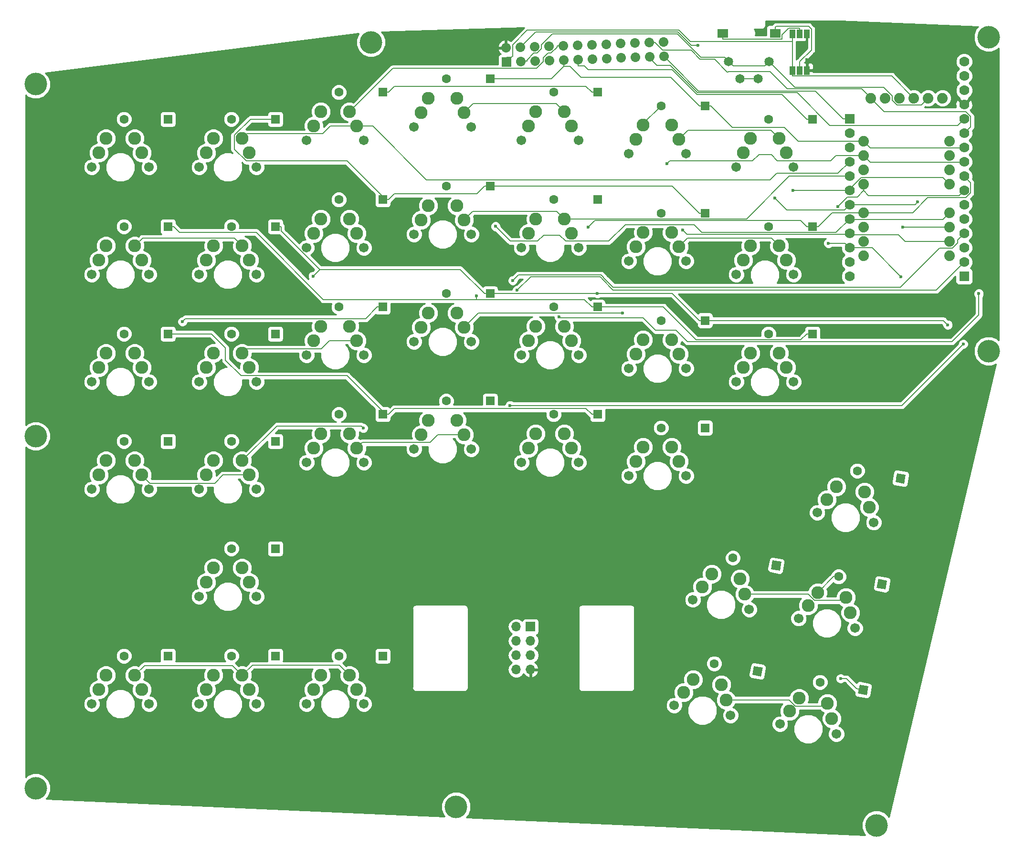
<source format=gtl>
G04 #@! TF.GenerationSoftware,KiCad,Pcbnew,5.0.0-fee4fd1~66~ubuntu18.04.1*
G04 #@! TF.CreationDate,2018-09-16T18:32:03-07:00*
G04 #@! TF.ProjectId,halfdeck,68616C666465636B2E6B696361645F70,c1293dc*
G04 #@! TF.SameCoordinates,Original*
G04 #@! TF.FileFunction,Copper,L1,Top,Signal*
G04 #@! TF.FilePolarity,Positive*
%FSLAX46Y46*%
G04 Gerber Fmt 4.6, Leading zero omitted, Abs format (unit mm)*
G04 Created by KiCad (PCBNEW 5.0.0-fee4fd1~66~ubuntu18.04.1) date Sun Sep 16 18:32:03 2018*
%MOMM*%
%LPD*%
G01*
G04 APERTURE LIST*
G04 #@! TA.AperFunction,ComponentPad*
%ADD10O,1.700000X1.700000*%
G04 #@! TD*
G04 #@! TA.AperFunction,ComponentPad*
%ADD11R,1.700000X1.700000*%
G04 #@! TD*
G04 #@! TA.AperFunction,ComponentPad*
%ADD12C,1.650000*%
G04 #@! TD*
G04 #@! TA.AperFunction,ComponentPad*
%ADD13R,1.950000X1.650000*%
G04 #@! TD*
G04 #@! TA.AperFunction,ComponentPad*
%ADD14C,1.778000*%
G04 #@! TD*
G04 #@! TA.AperFunction,ComponentPad*
%ADD15R,1.778000X1.778000*%
G04 #@! TD*
G04 #@! TA.AperFunction,ComponentPad*
%ADD16C,1.700000*%
G04 #@! TD*
G04 #@! TA.AperFunction,Conductor*
%ADD17C,0.100000*%
G04 #@! TD*
G04 #@! TA.AperFunction,Conductor*
%ADD18C,1.700000*%
G04 #@! TD*
G04 #@! TA.AperFunction,SMDPad,CuDef*
%ADD19R,1.000000X1.500000*%
G04 #@! TD*
G04 #@! TA.AperFunction,ComponentPad*
%ADD20C,1.879600*%
G04 #@! TD*
G04 #@! TA.AperFunction,ComponentPad*
%ADD21C,2.286000*%
G04 #@! TD*
G04 #@! TA.AperFunction,ViaPad*
%ADD22C,1.701800*%
G04 #@! TD*
G04 #@! TA.AperFunction,ComponentPad*
%ADD23C,1.600000*%
G04 #@! TD*
G04 #@! TA.AperFunction,ComponentPad*
%ADD24R,1.600000X1.600000*%
G04 #@! TD*
G04 #@! TA.AperFunction,ComponentPad*
%ADD25C,4.000000*%
G04 #@! TD*
G04 #@! TA.AperFunction,ViaPad*
%ADD26C,0.600000*%
G04 #@! TD*
G04 #@! TA.AperFunction,Conductor*
%ADD27C,0.153000*%
G04 #@! TD*
G04 #@! TA.AperFunction,Conductor*
%ADD28C,0.254000*%
G04 #@! TD*
G04 APERTURE END LIST*
D10*
G04 #@! TO.P,J5,8*
G04 #@! TO.N,3V3*
X112730000Y-140810000D03*
G04 #@! TO.P,J5,7*
G04 #@! TO.N,GND*
X115270000Y-140810000D03*
G04 #@! TO.P,J5,6*
G04 #@! TO.N,N/C*
X112730000Y-138270000D03*
G04 #@! TO.P,J5,5*
G04 #@! TO.N,MOSI*
X115270000Y-138270000D03*
G04 #@! TO.P,J5,4*
G04 #@! TO.N,DR*
X112730000Y-135730000D03*
G04 #@! TO.P,J5,3*
G04 #@! TO.N,CS*
X115270000Y-135730000D03*
G04 #@! TO.P,J5,2*
G04 #@! TO.N,MISO*
X112730000Y-133190000D03*
D11*
G04 #@! TO.P,J5,1*
G04 #@! TO.N,SCK*
X115270000Y-133190000D03*
G04 #@! TD*
D12*
G04 #@! TO.P,J1,R1alt*
G04 #@! TO.N,SDL*
X152400000Y-36000000D03*
G04 #@! TO.P,J1,R1*
X155600000Y-36000000D03*
G04 #@! TO.P,J1,Talt*
G04 #@! TO.N,SDA*
X157600000Y-32900000D03*
G04 #@! TO.P,J1,T*
X150400000Y-32900000D03*
D13*
G04 #@! TO.P,J1,S*
G04 #@! TO.N,N$2*
X158650000Y-27900000D03*
G04 #@! TO.P,J1,R2*
G04 #@! TO.N,N$1*
X149350000Y-27900000D03*
G04 #@! TD*
D14*
G04 #@! TO.P,U1,RST*
G04 #@! TO.N,N/C*
X192160000Y-32950000D03*
G04 #@! TO.P,U1,+3V3*
G04 #@! TO.N,3V3*
X192160000Y-35490000D03*
G04 #@! TO.P,U1,AREF*
G04 #@! TO.N,N/C*
X192160000Y-38030000D03*
G04 #@! TO.P,U1,GND*
G04 #@! TO.N,GND*
X192160000Y-40570000D03*
G04 #@! TO.P,U1,A0*
G04 #@! TO.N,A0*
X192160000Y-43110000D03*
G04 #@! TO.P,U1,A1*
G04 #@! TO.N,~INT*
X192160000Y-45650000D03*
G04 #@! TO.P,U1,A2*
G04 #@! TO.N,row0*
X192160000Y-48190000D03*
G04 #@! TO.P,U1,A3*
G04 #@! TO.N,row1*
X192160000Y-50730000D03*
G04 #@! TO.P,U1,A4*
G04 #@! TO.N,row4*
X192160000Y-53270000D03*
G04 #@! TO.P,U1,A5*
G04 #@! TO.N,row3*
X192160000Y-55810000D03*
G04 #@! TO.P,U1,SCK*
G04 #@! TO.N,SCK*
X192160000Y-58350000D03*
G04 #@! TO.P,U1,MOSI*
G04 #@! TO.N,MOSI*
X192160000Y-60890000D03*
G04 #@! TO.P,U1,MISO*
G04 #@! TO.N,MISO*
X192160000Y-63430000D03*
G04 #@! TO.P,U1,D0*
G04 #@! TO.N,row2*
X192160000Y-65970000D03*
G04 #@! TO.P,U1,D1*
G04 #@! TO.N,CS*
X192160000Y-68510000D03*
D15*
G04 #@! TO.P,U1,DFU*
G04 #@! TO.N,N/C*
X192160000Y-71050000D03*
D14*
G04 #@! TO.P,U1,EN*
X171840000Y-45650000D03*
D15*
G04 #@! TO.P,U1,VBAT*
G04 #@! TO.N,VBAT*
X171840000Y-43110000D03*
D14*
G04 #@! TO.P,U1,VBUS*
G04 #@! TO.N,VBUS*
X171840000Y-48190000D03*
G04 #@! TO.P,U1,D13*
G04 #@! TO.N,col0*
X171840000Y-50730000D03*
G04 #@! TO.P,U1,D12*
G04 #@! TO.N,col2*
X171840000Y-53270000D03*
G04 #@! TO.P,U1,D11*
G04 #@! TO.N,col4*
X171840000Y-55810000D03*
G04 #@! TO.P,U1,D10*
G04 #@! TO.N,col5*
X171840000Y-58350000D03*
G04 #@! TO.P,U1,D9*
G04 #@! TO.N,col3*
X171840000Y-60890000D03*
G04 #@! TO.P,U1,D6*
G04 #@! TO.N,col1*
X171840000Y-63430000D03*
G04 #@! TO.P,U1,D5*
G04 #@! TO.N,row5*
X171840000Y-65970000D03*
G04 #@! TO.P,U1,SCL*
G04 #@! TO.N,SCL*
X171840000Y-68510000D03*
G04 #@! TO.P,U1,SDA*
G04 #@! TO.N,SDA*
X171840000Y-71050000D03*
G04 #@! TD*
D16*
G04 #@! TO.P,J4,1*
G04 #@! TO.N,3V3*
X111000000Y-33000000D03*
D17*
G04 #@! TD*
G04 #@! TO.N,3V3*
G04 #@! TO.C,J4*
G36*
X111879147Y-33819818D02*
X110180182Y-33879147D01*
X110120853Y-32180182D01*
X111819818Y-32120853D01*
X111879147Y-33819818D01*
X111879147Y-33819818D01*
G37*
D16*
G04 #@! TO.P,J4,2*
G04 #@! TO.N,GND*
X110911355Y-30461547D03*
D18*
G04 #@! TD*
G04 #@! TO.N,GND*
G04 #@! TO.C,J4*
X110911355Y-30461547D02*
X110911355Y-30461547D01*
D16*
G04 #@! TO.P,J4,3*
G04 #@! TO.N,SDA*
X113538453Y-32911355D03*
D18*
G04 #@! TD*
G04 #@! TO.N,SDA*
G04 #@! TO.C,J4*
X113538453Y-32911355D02*
X113538453Y-32911355D01*
D16*
G04 #@! TO.P,J4,4*
G04 #@! TO.N,SDL*
X113449808Y-30372903D03*
D18*
G04 #@! TD*
G04 #@! TO.N,SDL*
G04 #@! TO.C,J4*
X113449808Y-30372903D02*
X113449808Y-30372903D01*
D16*
G04 #@! TO.P,J4,5*
G04 #@! TO.N,MISO*
X116076905Y-32822711D03*
D18*
G04 #@! TD*
G04 #@! TO.N,MISO*
G04 #@! TO.C,J4*
X116076905Y-32822711D02*
X116076905Y-32822711D01*
D16*
G04 #@! TO.P,J4,6*
G04 #@! TO.N,MOSI*
X115988261Y-30284258D03*
D18*
G04 #@! TD*
G04 #@! TO.N,MOSI*
G04 #@! TO.C,J4*
X115988261Y-30284258D02*
X115988261Y-30284258D01*
D16*
G04 #@! TO.P,J4,7*
G04 #@! TO.N,SCK*
X118615358Y-32734066D03*
D18*
G04 #@! TD*
G04 #@! TO.N,SCK*
G04 #@! TO.C,J4*
X118615358Y-32734066D02*
X118615358Y-32734066D01*
D16*
G04 #@! TO.P,J4,8*
G04 #@! TO.N,CS*
X118526713Y-30195613D03*
D18*
G04 #@! TD*
G04 #@! TO.N,CS*
G04 #@! TO.C,J4*
X118526713Y-30195613D02*
X118526713Y-30195613D01*
D16*
G04 #@! TO.P,J4,9*
G04 #@! TO.N,row0*
X121153811Y-32645421D03*
D18*
G04 #@! TD*
G04 #@! TO.N,row0*
G04 #@! TO.C,J4*
X121153811Y-32645421D02*
X121153811Y-32645421D01*
D16*
G04 #@! TO.P,J4,10*
G04 #@! TO.N,col0*
X121065166Y-30106968D03*
D18*
G04 #@! TD*
G04 #@! TO.N,col0*
G04 #@! TO.C,J4*
X121065166Y-30106968D02*
X121065166Y-30106968D01*
D16*
G04 #@! TO.P,J4,11*
G04 #@! TO.N,row5*
X123692265Y-32556776D03*
D18*
G04 #@! TD*
G04 #@! TO.N,row5*
G04 #@! TO.C,J4*
X123692265Y-32556776D02*
X123692265Y-32556776D01*
D16*
G04 #@! TO.P,J4,12*
G04 #@! TO.N,col3*
X123603619Y-30018324D03*
D18*
G04 #@! TD*
G04 #@! TO.N,col3*
G04 #@! TO.C,J4*
X123603619Y-30018324D02*
X123603619Y-30018324D01*
D16*
G04 #@! TO.P,J4,13*
G04 #@! TO.N,row4*
X126230716Y-32468132D03*
D18*
G04 #@! TD*
G04 #@! TO.N,row4*
G04 #@! TO.C,J4*
X126230716Y-32468132D02*
X126230716Y-32468132D01*
D16*
G04 #@! TO.P,J4,14*
G04 #@! TO.N,col5*
X126142071Y-29929679D03*
D18*
G04 #@! TD*
G04 #@! TO.N,col5*
G04 #@! TO.C,J4*
X126142071Y-29929679D02*
X126142071Y-29929679D01*
D16*
G04 #@! TO.P,J4,15*
G04 #@! TO.N,row3*
X128769169Y-32379487D03*
D18*
G04 #@! TD*
G04 #@! TO.N,row3*
G04 #@! TO.C,J4*
X128769169Y-32379487D02*
X128769169Y-32379487D01*
D16*
G04 #@! TO.P,J4,16*
G04 #@! TO.N,col4*
X128680524Y-29841034D03*
D18*
G04 #@! TD*
G04 #@! TO.N,col4*
G04 #@! TO.C,J4*
X128680524Y-29841034D02*
X128680524Y-29841034D01*
D16*
G04 #@! TO.P,J4,17*
G04 #@! TO.N,row2*
X131307622Y-32290842D03*
D18*
G04 #@! TD*
G04 #@! TO.N,row2*
G04 #@! TO.C,J4*
X131307622Y-32290842D02*
X131307622Y-32290842D01*
D16*
G04 #@! TO.P,J4,18*
G04 #@! TO.N,col2*
X131218977Y-29752390D03*
D18*
G04 #@! TD*
G04 #@! TO.N,col2*
G04 #@! TO.C,J4*
X131218977Y-29752390D02*
X131218977Y-29752390D01*
D16*
G04 #@! TO.P,J4,19*
G04 #@! TO.N,row1*
X133846074Y-32202198D03*
D18*
G04 #@! TD*
G04 #@! TO.N,row1*
G04 #@! TO.C,J4*
X133846074Y-32202198D02*
X133846074Y-32202198D01*
D16*
G04 #@! TO.P,J4,20*
G04 #@! TO.N,col1*
X133757430Y-29663745D03*
D18*
G04 #@! TD*
G04 #@! TO.N,col1*
G04 #@! TO.C,J4*
X133757430Y-29663745D02*
X133757430Y-29663745D01*
D16*
G04 #@! TO.P,J4,21*
G04 #@! TO.N,A0*
X136384527Y-32113553D03*
D18*
G04 #@! TD*
G04 #@! TO.N,A0*
G04 #@! TO.C,J4*
X136384527Y-32113553D02*
X136384527Y-32113553D01*
D16*
G04 #@! TO.P,J4,22*
G04 #@! TO.N,~INT*
X136295882Y-29575100D03*
D18*
G04 #@! TD*
G04 #@! TO.N,~INT*
G04 #@! TO.C,J4*
X136295882Y-29575100D02*
X136295882Y-29575100D01*
D16*
G04 #@! TO.P,J4,23*
G04 #@! TO.N,VBAT*
X138922980Y-32024908D03*
D18*
G04 #@! TD*
G04 #@! TO.N,VBAT*
G04 #@! TO.C,J4*
X138922980Y-32024908D02*
X138922980Y-32024908D01*
D16*
G04 #@! TO.P,J4,24*
G04 #@! TO.N,VBUS*
X138834335Y-29486455D03*
D18*
G04 #@! TD*
G04 #@! TO.N,VBUS*
G04 #@! TO.C,J4*
X138834335Y-29486455D02*
X138834335Y-29486455D01*
D19*
G04 #@! TO.P,JP1,3*
G04 #@! TO.N,GND*
X164300000Y-28000000D03*
G04 #@! TO.P,JP1,2*
G04 #@! TO.N,N$1*
X163000000Y-28000000D03*
G04 #@! TO.P,JP1,1*
G04 #@! TO.N,3V3*
X161700000Y-28000000D03*
G04 #@! TD*
G04 #@! TO.P,JP2,3*
G04 #@! TO.N,3V3*
X161700000Y-34500000D03*
G04 #@! TO.P,JP2,2*
G04 #@! TO.N,N$2*
X163000000Y-34500000D03*
G04 #@! TO.P,JP2,1*
G04 #@! TO.N,GND*
X164300000Y-34500000D03*
G04 #@! TD*
D20*
G04 #@! TO.P,U2,7*
G04 #@! TO.N,N/C*
X174350000Y-67360000D03*
G04 #@! TO.P,U2,6*
X174350000Y-64820000D03*
G04 #@! TO.P,U2,5*
G04 #@! TO.N,row5*
X174350000Y-62280000D03*
G04 #@! TO.P,U2,4*
G04 #@! TO.N,row4*
X174350000Y-59740000D03*
G04 #@! TO.P,U2,3*
G04 #@! TO.N,row3*
X174350000Y-54660000D03*
G04 #@! TO.P,U2,2*
G04 #@! TO.N,row2*
X174350000Y-52120000D03*
G04 #@! TO.P,U2,1*
G04 #@! TO.N,row1*
X174350000Y-49580000D03*
G04 #@! TO.P,U2,0*
G04 #@! TO.N,row0*
X174350000Y-47040000D03*
G04 #@! TO.P,U2,11*
G04 #@! TO.N,col3*
X189590000Y-59740000D03*
G04 #@! TO.P,U2,15*
G04 #@! TO.N,N/C*
X189590000Y-47040000D03*
G04 #@! TO.P,U2,8*
G04 #@! TO.N,col0*
X189590000Y-67360000D03*
G04 #@! TO.P,U2,14*
G04 #@! TO.N,N/C*
X189590000Y-49580000D03*
G04 #@! TO.P,U2,12*
G04 #@! TO.N,col4*
X189590000Y-54660000D03*
G04 #@! TO.P,U2,9*
G04 #@! TO.N,col1*
X189590000Y-64820000D03*
G04 #@! TO.P,U2,13*
G04 #@! TO.N,col5*
X189590000Y-52120000D03*
G04 #@! TO.P,U2,10*
G04 #@! TO.N,col2*
X189590000Y-62280000D03*
G04 #@! TO.P,U2,GND*
G04 #@! TO.N,GND*
X180700181Y-39420295D03*
G04 #@! TO.P,U2,3V3*
G04 #@! TO.N,3V3*
X183240181Y-39420295D03*
G04 #@! TO.P,U2,SCL*
G04 #@! TO.N,SCL*
X188320181Y-39420295D03*
G04 #@! TO.P,U2,SDA*
G04 #@! TO.N,SDA*
X185780181Y-39420295D03*
G04 #@! TO.P,U2,~RST*
G04 #@! TO.N,N/C*
X178160000Y-39420295D03*
G04 #@! TO.P,U2,~INT*
G04 #@! TO.N,~INT*
X175620000Y-39420295D03*
G04 #@! TD*
D21*
G04 #@! TO.P,SW00,1*
G04 #@! TO.N,col0*
X45065000Y-46588800D03*
G04 #@! TO.P,SW00,2*
G04 #@! TO.N,N$3*
X38715000Y-49128800D03*
D22*
G04 #@! TD*
G04 #@! TO.N,N/C*
G04 #@! TO.C,SW00*
X37445000Y-51668800D03*
G04 #@! TO.N,N/C*
G04 #@! TO.C,SW00*
X47605000Y-51668800D03*
D21*
G04 #@! TD*
G04 #@! TO.P,SW00,1a*
G04 #@! TO.N,col0*
X46335000Y-49128800D03*
G04 #@! TO.P,SW00,2a*
G04 #@! TO.N,N$3*
X39985000Y-46588800D03*
G04 #@! TD*
D23*
G04 #@! TO.P,D00,2*
G04 #@! TO.N,N$3*
X43150000Y-43143800D03*
D24*
G04 #@! TO.P,D00,1*
G04 #@! TO.N,row0*
X50950000Y-43143800D03*
G04 #@! TD*
D21*
G04 #@! TO.P,SW01,1*
G04 #@! TO.N,col1*
X83165000Y-79926200D03*
G04 #@! TO.P,SW01,2*
G04 #@! TO.N,N$4*
X76815000Y-82466200D03*
D22*
G04 #@! TD*
G04 #@! TO.N,N/C*
G04 #@! TO.C,SW01*
X75545000Y-85006200D03*
G04 #@! TO.N,N/C*
G04 #@! TO.C,SW01*
X85705000Y-85006200D03*
D21*
G04 #@! TD*
G04 #@! TO.P,SW01,1a*
G04 #@! TO.N,col1*
X84435000Y-82466200D03*
G04 #@! TO.P,SW01,2a*
G04 #@! TO.N,N$4*
X78085000Y-79926200D03*
G04 #@! TD*
D23*
G04 #@! TO.P,D01,2*
G04 #@! TO.N,N$4*
X81250000Y-76481200D03*
D24*
G04 #@! TO.P,D01,1*
G04 #@! TO.N,row0*
X89050000Y-76481200D03*
G04 #@! TD*
D21*
G04 #@! TO.P,SW02,1*
G04 #@! TO.N,col2*
X102215000Y-39445000D03*
G04 #@! TO.P,SW02,2*
G04 #@! TO.N,N$5*
X95865000Y-41985000D03*
D22*
G04 #@! TD*
G04 #@! TO.N,N/C*
G04 #@! TO.C,SW02*
X94595000Y-44525000D03*
G04 #@! TO.N,N/C*
G04 #@! TO.C,SW02*
X104755000Y-44525000D03*
D21*
G04 #@! TD*
G04 #@! TO.P,SW02,1a*
G04 #@! TO.N,col2*
X103485000Y-41985000D03*
G04 #@! TO.P,SW02,2a*
G04 #@! TO.N,N$5*
X97135000Y-39445000D03*
G04 #@! TD*
D23*
G04 #@! TO.P,D02,2*
G04 #@! TO.N,N$5*
X100300000Y-36000000D03*
D24*
G04 #@! TO.P,D02,1*
G04 #@! TO.N,row0*
X108100000Y-36000000D03*
G04 #@! TD*
D21*
G04 #@! TO.P,SW03,1*
G04 #@! TO.N,col3*
X45065000Y-103739000D03*
G04 #@! TO.P,SW03,2*
G04 #@! TO.N,N$6*
X38715000Y-106279000D03*
D22*
G04 #@! TD*
G04 #@! TO.N,N/C*
G04 #@! TO.C,SW03*
X37445000Y-108819000D03*
G04 #@! TO.N,N/C*
G04 #@! TO.C,SW03*
X47605000Y-108819000D03*
D21*
G04 #@! TD*
G04 #@! TO.P,SW03,1a*
G04 #@! TO.N,col3*
X46335000Y-106279000D03*
G04 #@! TO.P,SW03,2a*
G04 #@! TO.N,N$6*
X39985000Y-103739000D03*
G04 #@! TD*
D23*
G04 #@! TO.P,D03,2*
G04 #@! TO.N,N$6*
X43150000Y-100294000D03*
D24*
G04 #@! TO.P,D03,1*
G04 #@! TO.N,row0*
X50950000Y-100294000D03*
G04 #@! TD*
D21*
G04 #@! TO.P,SW04,1*
G04 #@! TO.N,col4*
X140315000Y-44207500D03*
G04 #@! TO.P,SW04,2*
G04 #@! TO.N,N$7*
X133965000Y-46747500D03*
D22*
G04 #@! TD*
G04 #@! TO.N,N/C*
G04 #@! TO.C,SW04*
X132695000Y-49287500D03*
G04 #@! TO.N,N/C*
G04 #@! TO.C,SW04*
X142855000Y-49287500D03*
D21*
G04 #@! TD*
G04 #@! TO.P,SW04,1a*
G04 #@! TO.N,col4*
X141585000Y-46747500D03*
G04 #@! TO.P,SW04,2a*
G04 #@! TO.N,N$7*
X135235000Y-44207500D03*
G04 #@! TD*
D23*
G04 #@! TO.P,D04,2*
G04 #@! TO.N,N$7*
X138400000Y-40762500D03*
D24*
G04 #@! TO.P,D04,1*
G04 #@! TO.N,row0*
X146200000Y-40762500D03*
G04 #@! TD*
D21*
G04 #@! TO.P,SW05,1*
G04 #@! TO.N,col5*
X140315000Y-101358000D03*
G04 #@! TO.P,SW05,2*
G04 #@! TO.N,N$8*
X133965000Y-103898000D03*
D22*
G04 #@! TD*
G04 #@! TO.N,N/C*
G04 #@! TO.C,SW05*
X132695000Y-106438000D03*
G04 #@! TO.N,N/C*
G04 #@! TO.C,SW05*
X142855000Y-106438000D03*
D21*
G04 #@! TD*
G04 #@! TO.P,SW05,1a*
G04 #@! TO.N,col5*
X141585000Y-103898000D03*
G04 #@! TO.P,SW05,2a*
G04 #@! TO.N,N$8*
X135235000Y-101358000D03*
G04 #@! TD*
D23*
G04 #@! TO.P,D05,2*
G04 #@! TO.N,N$8*
X138400000Y-97912500D03*
D24*
G04 #@! TO.P,D05,1*
G04 #@! TO.N,row0*
X146200000Y-97912500D03*
G04 #@! TD*
D21*
G04 #@! TO.P,SW10,1*
G04 #@! TO.N,col0*
X64115000Y-46588800D03*
G04 #@! TO.P,SW10,2*
G04 #@! TO.N,N$9*
X57765000Y-49128800D03*
D22*
G04 #@! TD*
G04 #@! TO.N,N/C*
G04 #@! TO.C,SW10*
X56495000Y-51668800D03*
G04 #@! TO.N,N/C*
G04 #@! TO.C,SW10*
X66655000Y-51668800D03*
D21*
G04 #@! TD*
G04 #@! TO.P,SW10,1a*
G04 #@! TO.N,col0*
X65385000Y-49128800D03*
G04 #@! TO.P,SW10,2a*
G04 #@! TO.N,N$9*
X59035000Y-46588800D03*
G04 #@! TD*
D23*
G04 #@! TO.P,D10,2*
G04 #@! TO.N,N$9*
X62200000Y-43143800D03*
D24*
G04 #@! TO.P,D10,1*
G04 #@! TO.N,row1*
X70000000Y-43143800D03*
G04 #@! TD*
D21*
G04 #@! TO.P,SW11,1*
G04 #@! TO.N,col1*
X83165000Y-60876200D03*
G04 #@! TO.P,SW11,2*
G04 #@! TO.N,N$10*
X76815000Y-63416200D03*
D22*
G04 #@! TD*
G04 #@! TO.N,N/C*
G04 #@! TO.C,SW11*
X75545000Y-65956200D03*
G04 #@! TO.N,N/C*
G04 #@! TO.C,SW11*
X85705000Y-65956200D03*
D21*
G04 #@! TD*
G04 #@! TO.P,SW11,1a*
G04 #@! TO.N,col1*
X84435000Y-63416200D03*
G04 #@! TO.P,SW11,2a*
G04 #@! TO.N,N$10*
X78085000Y-60876200D03*
G04 #@! TD*
D23*
G04 #@! TO.P,D11,2*
G04 #@! TO.N,N$10*
X81250000Y-57431200D03*
D24*
G04 #@! TO.P,D11,1*
G04 #@! TO.N,row1*
X89050000Y-57431200D03*
G04 #@! TD*
D21*
G04 #@! TO.P,SW12,1*
G04 #@! TO.N,col2*
X102215000Y-58495000D03*
G04 #@! TO.P,SW12,2*
G04 #@! TO.N,N$11*
X95865000Y-61035000D03*
D22*
G04 #@! TD*
G04 #@! TO.N,N/C*
G04 #@! TO.C,SW12*
X94595000Y-63575000D03*
G04 #@! TO.N,N/C*
G04 #@! TO.C,SW12*
X104755000Y-63575000D03*
D21*
G04 #@! TD*
G04 #@! TO.P,SW12,1a*
G04 #@! TO.N,col2*
X103485000Y-61035000D03*
G04 #@! TO.P,SW12,2a*
G04 #@! TO.N,N$11*
X97135000Y-58495000D03*
G04 #@! TD*
D23*
G04 #@! TO.P,D12,2*
G04 #@! TO.N,N$11*
X100300000Y-55050000D03*
D24*
G04 #@! TO.P,D12,1*
G04 #@! TO.N,row1*
X108100000Y-55050000D03*
G04 #@! TD*
D21*
G04 #@! TO.P,SW13,1*
G04 #@! TO.N,col3*
X64115000Y-103739000D03*
G04 #@! TO.P,SW13,2*
G04 #@! TO.N,N$12*
X57765000Y-106279000D03*
D22*
G04 #@! TD*
G04 #@! TO.N,N/C*
G04 #@! TO.C,SW13*
X56495000Y-108819000D03*
G04 #@! TO.N,N/C*
G04 #@! TO.C,SW13*
X66655000Y-108819000D03*
D21*
G04 #@! TD*
G04 #@! TO.P,SW13,1a*
G04 #@! TO.N,col3*
X65385000Y-106279000D03*
G04 #@! TO.P,SW13,2a*
G04 #@! TO.N,N$12*
X59035000Y-103739000D03*
G04 #@! TD*
D23*
G04 #@! TO.P,D13,2*
G04 #@! TO.N,N$12*
X62200000Y-100294000D03*
D24*
G04 #@! TO.P,D13,1*
G04 #@! TO.N,row1*
X70000000Y-100294000D03*
G04 #@! TD*
D21*
G04 #@! TO.P,SW14,1*
G04 #@! TO.N,col4*
X140315000Y-63257500D03*
G04 #@! TO.P,SW14,2*
G04 #@! TO.N,N$13*
X133965000Y-65797500D03*
D22*
G04 #@! TD*
G04 #@! TO.N,N/C*
G04 #@! TO.C,SW14*
X132695000Y-68337500D03*
G04 #@! TO.N,N/C*
G04 #@! TO.C,SW14*
X142855000Y-68337500D03*
D21*
G04 #@! TD*
G04 #@! TO.P,SW14,1a*
G04 #@! TO.N,col4*
X141585000Y-65797500D03*
G04 #@! TO.P,SW14,2a*
G04 #@! TO.N,N$13*
X135235000Y-63257500D03*
G04 #@! TD*
D23*
G04 #@! TO.P,D14,2*
G04 #@! TO.N,N$13*
X138400000Y-59812500D03*
D24*
G04 #@! TO.P,D14,1*
G04 #@! TO.N,row1*
X146200000Y-59812500D03*
G04 #@! TD*
D21*
G04 #@! TO.P,SW15,1*
G04 #@! TO.N,col5*
X152435544Y-124716243D03*
G04 #@! TO.P,SW15,2*
G04 #@! TO.N,N$14*
X145740949Y-126114989D03*
D22*
G04 #@! TD*
G04 #@! TO.N,N/C*
G04 #@! TO.C,SW15*
X144049177Y-128395867D03*
G04 #@! TO.N,N/C*
G04 #@! TO.C,SW15*
X154054823Y-130160133D03*
D21*
G04 #@! TD*
G04 #@! TO.P,SW15,1a*
G04 #@! TO.N,col5*
X153245184Y-127438188D03*
G04 #@! TO.P,SW15,2a*
G04 #@! TO.N,N$14*
X147432721Y-123834110D03*
G04 #@! TD*
D23*
G04 #@! TO.P,D15,2*
G04 #@! TO.N,N$14*
X151148250Y-120991772D03*
G04 #@! TO.P,D15,1*
G04 #@! TO.N,row1*
X158829750Y-122346228D03*
D17*
G04 #@! TD*
G04 #@! TO.N,row1*
G04 #@! TO.C,D15*
G36*
X159756515Y-121697300D02*
X159478678Y-123272993D01*
X157902985Y-122995156D01*
X158180822Y-121419463D01*
X159756515Y-121697300D01*
X159756515Y-121697300D01*
G37*
D21*
G04 #@! TO.P,SW20,1*
G04 #@! TO.N,col0*
X64115000Y-65638800D03*
G04 #@! TO.P,SW20,2*
G04 #@! TO.N,N$15*
X57765000Y-68178800D03*
D22*
G04 #@! TD*
G04 #@! TO.N,N/C*
G04 #@! TO.C,SW20*
X56495000Y-70718800D03*
G04 #@! TO.N,N/C*
G04 #@! TO.C,SW20*
X66655000Y-70718800D03*
D21*
G04 #@! TD*
G04 #@! TO.P,SW20,1a*
G04 #@! TO.N,col0*
X65385000Y-68178800D03*
G04 #@! TO.P,SW20,2a*
G04 #@! TO.N,N$15*
X59035000Y-65638800D03*
G04 #@! TD*
D23*
G04 #@! TO.P,D20,2*
G04 #@! TO.N,N$15*
X62200000Y-62193800D03*
D24*
G04 #@! TO.P,D20,1*
G04 #@! TO.N,row2*
X70000000Y-62193800D03*
G04 #@! TD*
D21*
G04 #@! TO.P,SW21,1*
G04 #@! TO.N,col1*
X102215000Y-77545000D03*
G04 #@! TO.P,SW21,2*
G04 #@! TO.N,N$16*
X95865000Y-80085000D03*
D22*
G04 #@! TD*
G04 #@! TO.N,N/C*
G04 #@! TO.C,SW21*
X94595000Y-82625000D03*
G04 #@! TO.N,N/C*
G04 #@! TO.C,SW21*
X104755000Y-82625000D03*
D21*
G04 #@! TD*
G04 #@! TO.P,SW21,1a*
G04 #@! TO.N,col1*
X103485000Y-80085000D03*
G04 #@! TO.P,SW21,2a*
G04 #@! TO.N,N$16*
X97135000Y-77545000D03*
G04 #@! TD*
D23*
G04 #@! TO.P,D21,2*
G04 #@! TO.N,N$16*
X100300000Y-74100000D03*
D24*
G04 #@! TO.P,D21,1*
G04 #@! TO.N,row2*
X108100000Y-74100000D03*
G04 #@! TD*
D21*
G04 #@! TO.P,SW22,1*
G04 #@! TO.N,col2*
X121265000Y-60876200D03*
G04 #@! TO.P,SW22,2*
G04 #@! TO.N,N$17*
X114915000Y-63416200D03*
D22*
G04 #@! TD*
G04 #@! TO.N,N/C*
G04 #@! TO.C,SW22*
X113645000Y-65956200D03*
G04 #@! TO.N,N/C*
G04 #@! TO.C,SW22*
X123805000Y-65956200D03*
D21*
G04 #@! TD*
G04 #@! TO.P,SW22,1a*
G04 #@! TO.N,col2*
X122535000Y-63416200D03*
G04 #@! TO.P,SW22,2a*
G04 #@! TO.N,N$17*
X116185000Y-60876200D03*
G04 #@! TD*
D23*
G04 #@! TO.P,D22,2*
G04 #@! TO.N,N$17*
X119350000Y-57431200D03*
D24*
G04 #@! TO.P,D22,1*
G04 #@! TO.N,row2*
X127150000Y-57431200D03*
G04 #@! TD*
D21*
G04 #@! TO.P,SW23,1*
G04 #@! TO.N,col3*
X64115000Y-122789000D03*
G04 #@! TO.P,SW23,2*
G04 #@! TO.N,N$18*
X57765000Y-125329000D03*
D22*
G04 #@! TD*
G04 #@! TO.N,N/C*
G04 #@! TO.C,SW23*
X56495000Y-127869000D03*
G04 #@! TO.N,N/C*
G04 #@! TO.C,SW23*
X66655000Y-127869000D03*
D21*
G04 #@! TD*
G04 #@! TO.P,SW23,1a*
G04 #@! TO.N,col3*
X65385000Y-125329000D03*
G04 #@! TO.P,SW23,2a*
G04 #@! TO.N,N$18*
X59035000Y-122789000D03*
G04 #@! TD*
D23*
G04 #@! TO.P,D23,2*
G04 #@! TO.N,N$18*
X62200000Y-119344000D03*
D24*
G04 #@! TO.P,D23,1*
G04 #@! TO.N,row2*
X70000000Y-119344000D03*
G04 #@! TD*
D21*
G04 #@! TO.P,SW24,1*
G04 #@! TO.N,col4*
X140315000Y-82307500D03*
G04 #@! TO.P,SW24,2*
G04 #@! TO.N,N$19*
X133965000Y-84847500D03*
D22*
G04 #@! TD*
G04 #@! TO.N,N/C*
G04 #@! TO.C,SW24*
X132695000Y-87387500D03*
G04 #@! TO.N,N/C*
G04 #@! TO.C,SW24*
X142855000Y-87387500D03*
D21*
G04 #@! TD*
G04 #@! TO.P,SW24,1a*
G04 #@! TO.N,col4*
X141585000Y-84847500D03*
G04 #@! TO.P,SW24,2a*
G04 #@! TO.N,N$19*
X135235000Y-82307500D03*
G04 #@! TD*
D23*
G04 #@! TO.P,D24,2*
G04 #@! TO.N,N$19*
X138400000Y-78862500D03*
D24*
G04 #@! TO.P,D24,1*
G04 #@! TO.N,row2*
X146200000Y-78862500D03*
G04 #@! TD*
D21*
G04 #@! TO.P,SW25,1*
G04 #@! TO.N,col5*
X171196544Y-128024243D03*
G04 #@! TO.P,SW25,2*
G04 #@! TO.N,N$20*
X164501949Y-129422989D03*
D22*
G04 #@! TD*
G04 #@! TO.N,N/C*
G04 #@! TO.C,SW25*
X162810177Y-131703867D03*
G04 #@! TO.N,N/C*
G04 #@! TO.C,SW25*
X172815823Y-133468133D03*
D21*
G04 #@! TD*
G04 #@! TO.P,SW25,1a*
G04 #@! TO.N,col5*
X172006184Y-130746188D03*
G04 #@! TO.P,SW25,2a*
G04 #@! TO.N,N$20*
X166193721Y-127142110D03*
G04 #@! TD*
D23*
G04 #@! TO.P,D25,2*
G04 #@! TO.N,N$20*
X169908250Y-124299772D03*
G04 #@! TO.P,D25,1*
G04 #@! TO.N,row2*
X177589750Y-125654228D03*
D17*
G04 #@! TD*
G04 #@! TO.N,row2*
G04 #@! TO.C,D25*
G36*
X178516515Y-125005300D02*
X178238678Y-126580993D01*
X176662985Y-126303156D01*
X176940822Y-124727463D01*
X178516515Y-125005300D01*
X178516515Y-125005300D01*
G37*
D21*
G04 #@! TO.P,SW30,1*
G04 #@! TO.N,col0*
X45065000Y-65638800D03*
G04 #@! TO.P,SW30,2*
G04 #@! TO.N,N$21*
X38715000Y-68178800D03*
D22*
G04 #@! TD*
G04 #@! TO.N,N/C*
G04 #@! TO.C,SW30*
X37445000Y-70718800D03*
G04 #@! TO.N,N/C*
G04 #@! TO.C,SW30*
X47605000Y-70718800D03*
D21*
G04 #@! TD*
G04 #@! TO.P,SW30,1a*
G04 #@! TO.N,col0*
X46335000Y-68178800D03*
G04 #@! TO.P,SW30,2a*
G04 #@! TO.N,N$21*
X39985000Y-65638800D03*
G04 #@! TD*
D23*
G04 #@! TO.P,D30,2*
G04 #@! TO.N,N$21*
X43150000Y-62193800D03*
D24*
G04 #@! TO.P,D30,1*
G04 #@! TO.N,row3*
X50950000Y-62193800D03*
G04 #@! TD*
D21*
G04 #@! TO.P,SW31,1*
G04 #@! TO.N,col1*
X102215000Y-96595000D03*
G04 #@! TO.P,SW31,2*
G04 #@! TO.N,N$22*
X95865000Y-99135000D03*
D22*
G04 #@! TD*
G04 #@! TO.N,N/C*
G04 #@! TO.C,SW31*
X94595000Y-101675000D03*
G04 #@! TO.N,N/C*
G04 #@! TO.C,SW31*
X104755000Y-101675000D03*
D21*
G04 #@! TD*
G04 #@! TO.P,SW31,1a*
G04 #@! TO.N,col1*
X103485000Y-99135000D03*
G04 #@! TO.P,SW31,2a*
G04 #@! TO.N,N$22*
X97135000Y-96595000D03*
G04 #@! TD*
D23*
G04 #@! TO.P,D31,2*
G04 #@! TO.N,N$22*
X100300000Y-93150000D03*
D24*
G04 #@! TO.P,D31,1*
G04 #@! TO.N,row3*
X108100000Y-93150000D03*
G04 #@! TD*
D21*
G04 #@! TO.P,SW32,1*
G04 #@! TO.N,col2*
X121265000Y-79926200D03*
G04 #@! TO.P,SW32,2*
G04 #@! TO.N,N$23*
X114915000Y-82466200D03*
D22*
G04 #@! TD*
G04 #@! TO.N,N/C*
G04 #@! TO.C,SW32*
X113645000Y-85006200D03*
G04 #@! TO.N,N/C*
G04 #@! TO.C,SW32*
X123805000Y-85006200D03*
D21*
G04 #@! TD*
G04 #@! TO.P,SW32,1a*
G04 #@! TO.N,col2*
X122535000Y-82466200D03*
G04 #@! TO.P,SW32,2a*
G04 #@! TO.N,N$23*
X116185000Y-79926200D03*
G04 #@! TD*
D23*
G04 #@! TO.P,D32,2*
G04 #@! TO.N,N$23*
X119350000Y-76481200D03*
D24*
G04 #@! TO.P,D32,1*
G04 #@! TO.N,row3*
X127150000Y-76481200D03*
G04 #@! TD*
D21*
G04 #@! TO.P,SW33,1*
G04 #@! TO.N,col3*
X64115000Y-141839000D03*
G04 #@! TO.P,SW33,2*
G04 #@! TO.N,N$24*
X57765000Y-144379000D03*
D22*
G04 #@! TD*
G04 #@! TO.N,N/C*
G04 #@! TO.C,SW33*
X56495000Y-146919000D03*
G04 #@! TO.N,N/C*
G04 #@! TO.C,SW33*
X66655000Y-146919000D03*
D21*
G04 #@! TD*
G04 #@! TO.P,SW33,1a*
G04 #@! TO.N,col3*
X65385000Y-144379000D03*
G04 #@! TO.P,SW33,2a*
G04 #@! TO.N,N$24*
X59035000Y-141839000D03*
G04 #@! TD*
D23*
G04 #@! TO.P,D33,2*
G04 #@! TO.N,N$24*
X62200000Y-138394000D03*
D24*
G04 #@! TO.P,D33,1*
G04 #@! TO.N,row3*
X70000000Y-138394000D03*
G04 #@! TD*
D21*
G04 #@! TO.P,SW34,1*
G04 #@! TO.N,col4*
X159365000Y-84688800D03*
G04 #@! TO.P,SW34,2*
G04 #@! TO.N,N$25*
X153015000Y-87228800D03*
D22*
G04 #@! TD*
G04 #@! TO.N,N/C*
G04 #@! TO.C,SW34*
X151745000Y-89768800D03*
G04 #@! TO.N,N/C*
G04 #@! TO.C,SW34*
X161905000Y-89768800D03*
D21*
G04 #@! TD*
G04 #@! TO.P,SW34,1a*
G04 #@! TO.N,col4*
X160635000Y-87228800D03*
G04 #@! TO.P,SW34,2a*
G04 #@! TO.N,N$25*
X154285000Y-84688800D03*
G04 #@! TD*
D23*
G04 #@! TO.P,D34,2*
G04 #@! TO.N,N$25*
X157450000Y-81243800D03*
D24*
G04 #@! TO.P,D34,1*
G04 #@! TO.N,row3*
X165250000Y-81243800D03*
G04 #@! TD*
D21*
G04 #@! TO.P,SW35,1*
G04 #@! TO.N,col5*
X167888544Y-146785243D03*
G04 #@! TO.P,SW35,2*
G04 #@! TO.N,N$26*
X161193949Y-148183989D03*
D22*
G04 #@! TD*
G04 #@! TO.N,N/C*
G04 #@! TO.C,SW35*
X159502177Y-150464867D03*
G04 #@! TO.N,N/C*
G04 #@! TO.C,SW35*
X169507823Y-152229133D03*
D21*
G04 #@! TD*
G04 #@! TO.P,SW35,1a*
G04 #@! TO.N,col5*
X168698184Y-149507188D03*
G04 #@! TO.P,SW35,2a*
G04 #@! TO.N,N$26*
X162885721Y-145903110D03*
G04 #@! TD*
D23*
G04 #@! TO.P,D35,2*
G04 #@! TO.N,N$26*
X166600250Y-143059772D03*
G04 #@! TO.P,D35,1*
G04 #@! TO.N,row3*
X174281750Y-144414228D03*
D17*
G04 #@! TD*
G04 #@! TO.N,row3*
G04 #@! TO.C,D35*
G36*
X175208515Y-143765300D02*
X174930678Y-145340993D01*
X173354985Y-145063156D01*
X173632822Y-143487463D01*
X175208515Y-143765300D01*
X175208515Y-143765300D01*
G37*
D21*
G04 #@! TO.P,SW40,1*
G04 #@! TO.N,col0*
X45065000Y-84688800D03*
G04 #@! TO.P,SW40,2*
G04 #@! TO.N,N$27*
X38715000Y-87228800D03*
D22*
G04 #@! TD*
G04 #@! TO.N,N/C*
G04 #@! TO.C,SW40*
X37445000Y-89768800D03*
G04 #@! TO.N,N/C*
G04 #@! TO.C,SW40*
X47605000Y-89768800D03*
D21*
G04 #@! TD*
G04 #@! TO.P,SW40,1a*
G04 #@! TO.N,col0*
X46335000Y-87228800D03*
G04 #@! TO.P,SW40,2a*
G04 #@! TO.N,N$27*
X39985000Y-84688800D03*
G04 #@! TD*
D23*
G04 #@! TO.P,D40,2*
G04 #@! TO.N,N$27*
X43150000Y-81243800D03*
D24*
G04 #@! TO.P,D40,1*
G04 #@! TO.N,row4*
X50950000Y-81243800D03*
G04 #@! TD*
D21*
G04 #@! TO.P,SW41,1*
G04 #@! TO.N,col1*
X83165000Y-98976000D03*
G04 #@! TO.P,SW41,2*
G04 #@! TO.N,N$28*
X76815000Y-101516000D03*
D22*
G04 #@! TD*
G04 #@! TO.N,N/C*
G04 #@! TO.C,SW41*
X75545000Y-104056000D03*
G04 #@! TO.N,N/C*
G04 #@! TO.C,SW41*
X85705000Y-104056000D03*
D21*
G04 #@! TD*
G04 #@! TO.P,SW41,1a*
G04 #@! TO.N,col1*
X84435000Y-101516000D03*
G04 #@! TO.P,SW41,2a*
G04 #@! TO.N,N$28*
X78085000Y-98976000D03*
G04 #@! TD*
D23*
G04 #@! TO.P,D41,2*
G04 #@! TO.N,N$28*
X81250000Y-95531200D03*
D24*
G04 #@! TO.P,D41,1*
G04 #@! TO.N,row4*
X89050000Y-95531200D03*
G04 #@! TD*
D21*
G04 #@! TO.P,SW42,1*
G04 #@! TO.N,col2*
X121265000Y-98976000D03*
G04 #@! TO.P,SW42,2*
G04 #@! TO.N,N$29*
X114915000Y-101516000D03*
D22*
G04 #@! TD*
G04 #@! TO.N,N/C*
G04 #@! TO.C,SW42*
X113645000Y-104056000D03*
G04 #@! TO.N,N/C*
G04 #@! TO.C,SW42*
X123805000Y-104056000D03*
D21*
G04 #@! TD*
G04 #@! TO.P,SW42,1a*
G04 #@! TO.N,col2*
X122535000Y-101516000D03*
G04 #@! TO.P,SW42,2a*
G04 #@! TO.N,N$29*
X116185000Y-98976000D03*
G04 #@! TD*
D23*
G04 #@! TO.P,D42,2*
G04 #@! TO.N,N$29*
X119350000Y-95531200D03*
D24*
G04 #@! TO.P,D42,1*
G04 #@! TO.N,row4*
X127150000Y-95531200D03*
G04 #@! TD*
D21*
G04 #@! TO.P,SW43,1*
G04 #@! TO.N,col3*
X83165000Y-141839000D03*
G04 #@! TO.P,SW43,2*
G04 #@! TO.N,N$30*
X76815000Y-144379000D03*
D22*
G04 #@! TD*
G04 #@! TO.N,N/C*
G04 #@! TO.C,SW43*
X75545000Y-146919000D03*
G04 #@! TO.N,N/C*
G04 #@! TO.C,SW43*
X85705000Y-146919000D03*
D21*
G04 #@! TD*
G04 #@! TO.P,SW43,1a*
G04 #@! TO.N,col3*
X84435000Y-144379000D03*
G04 #@! TO.P,SW43,2a*
G04 #@! TO.N,N$30*
X78085000Y-141839000D03*
G04 #@! TD*
D23*
G04 #@! TO.P,D43,2*
G04 #@! TO.N,N$30*
X81250000Y-138394000D03*
D24*
G04 #@! TO.P,D43,1*
G04 #@! TO.N,row4*
X89050000Y-138394000D03*
G04 #@! TD*
D21*
G04 #@! TO.P,SW44,1*
G04 #@! TO.N,col4*
X159365000Y-65638800D03*
G04 #@! TO.P,SW44,2*
G04 #@! TO.N,N$31*
X153015000Y-68178800D03*
D22*
G04 #@! TD*
G04 #@! TO.N,N/C*
G04 #@! TO.C,SW44*
X151745000Y-70718800D03*
G04 #@! TO.N,N/C*
G04 #@! TO.C,SW44*
X161905000Y-70718800D03*
D21*
G04 #@! TD*
G04 #@! TO.P,SW44,1a*
G04 #@! TO.N,col4*
X160635000Y-68178800D03*
G04 #@! TO.P,SW44,2a*
G04 #@! TO.N,N$31*
X154285000Y-65638800D03*
G04 #@! TD*
D23*
G04 #@! TO.P,D44,2*
G04 #@! TO.N,N$31*
X157450000Y-62193800D03*
D24*
G04 #@! TO.P,D44,1*
G04 #@! TO.N,row4*
X165250000Y-62193800D03*
G04 #@! TD*
D21*
G04 #@! TO.P,SW45,1*
G04 #@! TO.N,col5*
X149127544Y-143477243D03*
G04 #@! TO.P,SW45,2*
G04 #@! TO.N,N$32*
X142432949Y-144875989D03*
D22*
G04 #@! TD*
G04 #@! TO.N,N/C*
G04 #@! TO.C,SW45*
X140741177Y-147156867D03*
G04 #@! TO.N,N/C*
G04 #@! TO.C,SW45*
X150746823Y-148921133D03*
D21*
G04 #@! TD*
G04 #@! TO.P,SW45,1a*
G04 #@! TO.N,col5*
X149937184Y-146199188D03*
G04 #@! TO.P,SW45,2a*
G04 #@! TO.N,N$32*
X144124721Y-142595110D03*
G04 #@! TD*
D23*
G04 #@! TO.P,D45,2*
G04 #@! TO.N,N$32*
X147840250Y-139751772D03*
G04 #@! TO.P,D45,1*
G04 #@! TO.N,row4*
X155521750Y-141106228D03*
D17*
G04 #@! TD*
G04 #@! TO.N,row4*
G04 #@! TO.C,D45*
G36*
X156448515Y-140457300D02*
X156170678Y-142032993D01*
X154594985Y-141755156D01*
X154872822Y-140179463D01*
X156448515Y-140457300D01*
X156448515Y-140457300D01*
G37*
D21*
G04 #@! TO.P,SW50,1*
G04 #@! TO.N,col0*
X83165000Y-41826200D03*
G04 #@! TO.P,SW50,2*
G04 #@! TO.N,N$33*
X76815000Y-44366200D03*
D22*
G04 #@! TD*
G04 #@! TO.N,N/C*
G04 #@! TO.C,SW50*
X75545000Y-46906200D03*
G04 #@! TO.N,N/C*
G04 #@! TO.C,SW50*
X85705000Y-46906200D03*
D21*
G04 #@! TD*
G04 #@! TO.P,SW50,1a*
G04 #@! TO.N,col0*
X84435000Y-44366200D03*
G04 #@! TO.P,SW50,2a*
G04 #@! TO.N,N$33*
X78085000Y-41826200D03*
G04 #@! TD*
D23*
G04 #@! TO.P,D50,2*
G04 #@! TO.N,N$33*
X81250000Y-38381200D03*
D24*
G04 #@! TO.P,D50,1*
G04 #@! TO.N,row5*
X89050000Y-38381200D03*
G04 #@! TD*
D21*
G04 #@! TO.P,SW51,1*
G04 #@! TO.N,col1*
X64115000Y-84688800D03*
G04 #@! TO.P,SW51,2*
G04 #@! TO.N,N$34*
X57765000Y-87228800D03*
D22*
G04 #@! TD*
G04 #@! TO.N,N/C*
G04 #@! TO.C,SW51*
X56495000Y-89768800D03*
G04 #@! TO.N,N/C*
G04 #@! TO.C,SW51*
X66655000Y-89768800D03*
D21*
G04 #@! TD*
G04 #@! TO.P,SW51,1a*
G04 #@! TO.N,col1*
X65385000Y-87228800D03*
G04 #@! TO.P,SW51,2a*
G04 #@! TO.N,N$34*
X59035000Y-84688800D03*
G04 #@! TD*
D23*
G04 #@! TO.P,D51,2*
G04 #@! TO.N,N$34*
X62200000Y-81243800D03*
D24*
G04 #@! TO.P,D51,1*
G04 #@! TO.N,row5*
X70000000Y-81243800D03*
G04 #@! TD*
D21*
G04 #@! TO.P,SW52,1*
G04 #@! TO.N,col2*
X121265000Y-41826200D03*
G04 #@! TO.P,SW52,2*
G04 #@! TO.N,N$35*
X114915000Y-44366200D03*
D22*
G04 #@! TD*
G04 #@! TO.N,N/C*
G04 #@! TO.C,SW52*
X113645000Y-46906200D03*
G04 #@! TO.N,N/C*
G04 #@! TO.C,SW52*
X123805000Y-46906200D03*
D21*
G04 #@! TD*
G04 #@! TO.P,SW52,1a*
G04 #@! TO.N,col2*
X122535000Y-44366200D03*
G04 #@! TO.P,SW52,2a*
G04 #@! TO.N,N$35*
X116185000Y-41826200D03*
G04 #@! TD*
D23*
G04 #@! TO.P,D52,2*
G04 #@! TO.N,N$35*
X119350000Y-38381200D03*
D24*
G04 #@! TO.P,D52,1*
G04 #@! TO.N,row5*
X127150000Y-38381200D03*
G04 #@! TD*
D21*
G04 #@! TO.P,SW53,1*
G04 #@! TO.N,col3*
X45065000Y-141839000D03*
G04 #@! TO.P,SW53,2*
G04 #@! TO.N,N$36*
X38715000Y-144379000D03*
D22*
G04 #@! TD*
G04 #@! TO.N,N/C*
G04 #@! TO.C,SW53*
X37445000Y-146919000D03*
G04 #@! TO.N,N/C*
G04 #@! TO.C,SW53*
X47605000Y-146919000D03*
D21*
G04 #@! TD*
G04 #@! TO.P,SW53,1a*
G04 #@! TO.N,col3*
X46335000Y-144379000D03*
G04 #@! TO.P,SW53,2a*
G04 #@! TO.N,N$36*
X39985000Y-141839000D03*
G04 #@! TD*
D23*
G04 #@! TO.P,D53,2*
G04 #@! TO.N,N$36*
X43150000Y-138394000D03*
D24*
G04 #@! TO.P,D53,1*
G04 #@! TO.N,row5*
X50950000Y-138394000D03*
G04 #@! TD*
D21*
G04 #@! TO.P,SW54,1*
G04 #@! TO.N,col4*
X159365000Y-46588800D03*
G04 #@! TO.P,SW54,2*
G04 #@! TO.N,N$37*
X153015000Y-49128800D03*
D22*
G04 #@! TD*
G04 #@! TO.N,N/C*
G04 #@! TO.C,SW54*
X151745000Y-51668800D03*
G04 #@! TO.N,N/C*
G04 #@! TO.C,SW54*
X161905000Y-51668800D03*
D21*
G04 #@! TD*
G04 #@! TO.P,SW54,1a*
G04 #@! TO.N,col4*
X160635000Y-49128800D03*
G04 #@! TO.P,SW54,2a*
G04 #@! TO.N,N$37*
X154285000Y-46588800D03*
G04 #@! TD*
D23*
G04 #@! TO.P,D54,2*
G04 #@! TO.N,N$37*
X157450000Y-43143800D03*
D24*
G04 #@! TO.P,D54,1*
G04 #@! TO.N,row5*
X165250000Y-43143800D03*
G04 #@! TD*
D21*
G04 #@! TO.P,SW55,1*
G04 #@! TO.N,col5*
X174504544Y-109264243D03*
G04 #@! TO.P,SW55,2*
G04 #@! TO.N,N$38*
X167809949Y-110662989D03*
D22*
G04 #@! TD*
G04 #@! TO.N,N/C*
G04 #@! TO.C,SW55*
X166118177Y-112943867D03*
G04 #@! TO.N,N/C*
G04 #@! TO.C,SW55*
X176123823Y-114708133D03*
D21*
G04 #@! TD*
G04 #@! TO.P,SW55,1a*
G04 #@! TO.N,col5*
X175314184Y-111986188D03*
G04 #@! TO.P,SW55,2a*
G04 #@! TO.N,N$38*
X169501721Y-108382110D03*
G04 #@! TD*
D23*
G04 #@! TO.P,D55,2*
G04 #@! TO.N,N$38*
X173216250Y-105538772D03*
G04 #@! TO.P,D55,1*
G04 #@! TO.N,row5*
X180897750Y-106893228D03*
D17*
G04 #@! TD*
G04 #@! TO.N,row5*
G04 #@! TO.C,D55*
G36*
X181824515Y-106244300D02*
X181546678Y-107819993D01*
X179970985Y-107542156D01*
X180248822Y-105966463D01*
X181824515Y-106244300D01*
X181824515Y-106244300D01*
G37*
D25*
G04 #@! TO.P,CP0,1*
G04 #@! TO.N,N/C*
X86956600Y-29504700D03*
G04 #@! TD*
G04 #@! TO.P,CP1,1*
G04 #@! TO.N,N/C*
X27500000Y-36936800D03*
G04 #@! TD*
G04 #@! TO.P,CP2,1*
G04 #@! TO.N,N/C*
X27500000Y-99386100D03*
G04 #@! TD*
G04 #@! TO.P,CP3,1*
G04 #@! TO.N,N/C*
X27500000Y-161835000D03*
G04 #@! TD*
G04 #@! TO.P,CP4,1*
G04 #@! TO.N,N/C*
X102061000Y-165141000D03*
G04 #@! TD*
G04 #@! TO.P,CP5,1*
G04 #@! TO.N,N/C*
X176622000Y-168446000D03*
G04 #@! TD*
G04 #@! TO.P,CP6,1*
G04 #@! TO.N,N/C*
X196500000Y-84291300D03*
G04 #@! TD*
G04 #@! TO.P,CP7,1*
G04 #@! TO.N,N/C*
X196500000Y-28602000D03*
G04 #@! TD*
D26*
G04 #@! TO.N,GND*
X164250000Y-32610000D03*
X164190000Y-30560000D03*
G04 #@! TO.N,col2*
X181300000Y-62300000D03*
G04 #@! TO.N,col4*
X161820000Y-55820000D03*
G04 #@! TO.N,col5*
X158561100Y-57141800D03*
X183940000Y-57860000D03*
G04 #@! TO.N,col3*
X109049100Y-62178100D03*
X85606300Y-97969300D03*
G04 #@! TO.N,col1*
X142231000Y-62805500D03*
X131610000Y-77510000D03*
G04 #@! TO.N,row5*
X168101100Y-65160700D03*
X180940000Y-71100000D03*
G04 #@! TO.N,CS*
X112883600Y-73521300D03*
G04 #@! TO.N,row2*
X76696800Y-70999600D03*
X127130000Y-74080002D03*
X189260000Y-79650000D03*
G04 #@! TO.N,MISO*
X112114000Y-71777600D03*
G04 #@! TO.N,MOSI*
X192017200Y-83056300D03*
X111625800Y-93960100D03*
G04 #@! TO.N,SCK*
X194771000Y-74108500D03*
X120285900Y-78236400D03*
G04 #@! TO.N,row3*
X170254300Y-142403200D03*
X169742400Y-58683800D03*
X105683800Y-74496400D03*
G04 #@! TO.N,row4*
X125510490Y-62311000D03*
G04 #@! TO.N,row1*
X139472200Y-51072200D03*
G04 #@! TO.N,row0*
X53530002Y-79080000D03*
G04 #@! TO.N,SDL*
X144989996Y-30070000D03*
G04 #@! TD*
D27*
G04 #@! TO.N,GND*
X164300000Y-34500000D02*
X164300000Y-32660000D01*
X164300000Y-32660000D02*
X164250000Y-32610000D01*
X164190000Y-28110000D02*
X164300000Y-28000000D01*
X164190000Y-30560000D02*
X164190000Y-28110000D01*
G04 #@! TO.N,col0*
X171840000Y-50730000D02*
X169796400Y-52773600D01*
X169796400Y-52773600D02*
X158939200Y-52773600D01*
X158939200Y-52773600D02*
X157782200Y-53930600D01*
X157782200Y-53930600D02*
X96823300Y-53930600D01*
X96823300Y-53930600D02*
X87258900Y-44366200D01*
X87258900Y-44366200D02*
X84435000Y-44366200D01*
X121065200Y-30107000D02*
X119970400Y-30145200D01*
X83165000Y-41826200D02*
X90841400Y-34149800D01*
X90841400Y-34149800D02*
X116317600Y-34149800D01*
X116317600Y-34149800D02*
X117509100Y-32958300D01*
X117509100Y-32958300D02*
X117509100Y-32269900D01*
X117509100Y-32269900D02*
X118338600Y-31440400D01*
X118338600Y-31440400D02*
X118883000Y-31440400D01*
X118883000Y-31440400D02*
X119970400Y-30353000D01*
X119970400Y-30353000D02*
X119970400Y-30145200D01*
X84435000Y-44366200D02*
X79774100Y-44366200D01*
X79774100Y-44366200D02*
X78401200Y-45739100D01*
X78401200Y-45739100D02*
X64964700Y-45739100D01*
X64964700Y-45739100D02*
X64115000Y-46588800D01*
X64115000Y-65638800D02*
X62728000Y-64251800D01*
X62728000Y-64251800D02*
X46452000Y-64251800D01*
X46452000Y-64251800D02*
X45065000Y-65638800D01*
G04 #@! TO.N,col2*
X171840000Y-53270000D02*
X161165300Y-53270000D01*
X161165300Y-53270000D02*
X153593000Y-60842300D01*
X153593000Y-60842300D02*
X121298900Y-60842300D01*
X121298900Y-60842300D02*
X121265000Y-60876200D01*
X103485000Y-61035000D02*
X105026900Y-59493100D01*
X105026900Y-59493100D02*
X119881900Y-59493100D01*
X119881900Y-59493100D02*
X121265000Y-60876200D01*
X103485000Y-41985000D02*
X105071100Y-40398900D01*
X105071100Y-40398900D02*
X119837700Y-40398900D01*
X119837700Y-40398900D02*
X121265000Y-41826200D01*
X189590000Y-62280000D02*
X181320000Y-62280000D01*
X181320000Y-62280000D02*
X181300000Y-62300000D01*
G04 #@! TO.N,col4*
X189590000Y-54660000D02*
X188400600Y-53470600D01*
X188400600Y-53470600D02*
X173874500Y-53470600D01*
X173874500Y-53470600D02*
X171840000Y-55505100D01*
X171840000Y-55505100D02*
X171840000Y-55810000D01*
X141585000Y-46747500D02*
X143177700Y-45154800D01*
X143177700Y-45154800D02*
X157931000Y-45154800D01*
X157931000Y-45154800D02*
X159365000Y-46588800D01*
X159365000Y-65638800D02*
X157973900Y-64247700D01*
X157973900Y-64247700D02*
X143134800Y-64247700D01*
X143134800Y-64247700D02*
X141585000Y-65797500D01*
X171840000Y-55810000D02*
X161830000Y-55810000D01*
X161830000Y-55810000D02*
X161820000Y-55820000D01*
G04 #@! TO.N,col5*
X158561100Y-57141800D02*
X160675800Y-59256500D01*
X160675800Y-59256500D02*
X170933500Y-59256500D01*
X170933500Y-59256500D02*
X171840000Y-58350000D01*
X171196500Y-128024200D02*
X170681300Y-128539400D01*
X170681300Y-128539400D02*
X165649500Y-128539400D01*
X165649500Y-128539400D02*
X164548300Y-127438200D01*
X164548300Y-127438200D02*
X153245200Y-127438200D01*
X149937200Y-146199200D02*
X161150700Y-146199200D01*
X161150700Y-146199200D02*
X162262400Y-147310900D01*
X162262400Y-147310900D02*
X167362800Y-147310900D01*
X167362800Y-147310900D02*
X167888500Y-146785200D01*
X183450000Y-58350000D02*
X183940000Y-57860000D01*
X171840000Y-58350000D02*
X183450000Y-58350000D01*
G04 #@! TO.N,col3*
X171840000Y-60890000D02*
X169453100Y-63276900D01*
X169453100Y-63276900D02*
X145666000Y-63276900D01*
X145666000Y-63276900D02*
X144254300Y-61865200D01*
X144254300Y-61865200D02*
X132078200Y-61865200D01*
X132078200Y-61865200D02*
X129154300Y-64789100D01*
X129154300Y-64789100D02*
X121505800Y-64789100D01*
X121505800Y-64789100D02*
X120436300Y-63719600D01*
X120436300Y-63719600D02*
X117570700Y-63719600D01*
X117570700Y-63719600D02*
X116501100Y-64789200D01*
X116501100Y-64789200D02*
X111660200Y-64789200D01*
X111660200Y-64789200D02*
X109049100Y-62178100D01*
X189590000Y-59740000D02*
X188380000Y-60950000D01*
X188380000Y-60950000D02*
X171900000Y-60950000D01*
X171900000Y-60950000D02*
X171840000Y-60890000D01*
X64115000Y-103739000D02*
X70251200Y-97602800D01*
X70251200Y-97602800D02*
X85239800Y-97602800D01*
X85239800Y-97602800D02*
X85606300Y-97969300D01*
X65385000Y-106279000D02*
X60724100Y-106279000D01*
X60724100Y-106279000D02*
X59264900Y-107738200D01*
X59264900Y-107738200D02*
X47794200Y-107738200D01*
X47794200Y-107738200D02*
X46335000Y-106279000D01*
X62366000Y-140090000D02*
X64115000Y-141839000D01*
X45065000Y-141839000D02*
X46814000Y-140090000D01*
X46814000Y-140090000D02*
X62366000Y-140090000D01*
X83165000Y-141839000D02*
X81356000Y-140030000D01*
X65924000Y-140030000D02*
X64115000Y-141839000D01*
X81356000Y-140030000D02*
X65924000Y-140030000D01*
G04 #@! TO.N,col1*
X142231000Y-62805500D02*
X143038100Y-63612600D01*
X143038100Y-63612600D02*
X171657400Y-63612600D01*
X171657400Y-63612600D02*
X171840000Y-63430000D01*
X103485000Y-99135000D02*
X98824100Y-99135000D01*
X98824100Y-99135000D02*
X97451200Y-100507900D01*
X97451200Y-100507900D02*
X85443100Y-100507900D01*
X85443100Y-100507900D02*
X84435000Y-101516000D01*
X64115000Y-84688800D02*
X64885900Y-83917900D01*
X64885900Y-83917900D02*
X78159300Y-83917900D01*
X78159300Y-83917900D02*
X79611000Y-82466200D01*
X79611000Y-82466200D02*
X84435000Y-82466200D01*
X106020000Y-77550000D02*
X131145736Y-77550000D01*
X131185736Y-77510000D02*
X131610000Y-77510000D01*
X131145736Y-77550000D02*
X131185736Y-77510000D01*
X103485000Y-80085000D02*
X106020000Y-77550000D01*
X172032300Y-63622300D02*
X171840000Y-63430000D01*
X180512300Y-63622300D02*
X172032300Y-63622300D01*
X189590000Y-64820000D02*
X181710000Y-64820000D01*
X181710000Y-64820000D02*
X180512300Y-63622300D01*
G04 #@! TO.N,row5*
X168101100Y-65160700D02*
X171030700Y-65160700D01*
X171030700Y-65160700D02*
X171840000Y-65970000D01*
X89050000Y-38381200D02*
X90079800Y-38381200D01*
X127150000Y-38381200D02*
X126120200Y-38381200D01*
X126120200Y-38381200D02*
X125090400Y-37351400D01*
X125090400Y-37351400D02*
X91109600Y-37351400D01*
X91109600Y-37351400D02*
X90079800Y-38381200D01*
X175829301Y-65989301D02*
X180940000Y-71100000D01*
X173116536Y-65989301D02*
X175829301Y-65989301D01*
X171840000Y-65970000D02*
X173097235Y-65970000D01*
X173097235Y-65970000D02*
X173116536Y-65989301D01*
X125497600Y-34362100D02*
X124787000Y-33651500D01*
X165250000Y-43143800D02*
X164220200Y-43143800D01*
X123730500Y-33651500D02*
X123692300Y-32556800D01*
X164220200Y-43143800D02*
X159848422Y-38772022D01*
X144772022Y-38772022D02*
X140362100Y-34362100D01*
X124787000Y-33651500D02*
X123730500Y-33651500D01*
X140362100Y-34362100D02*
X125497600Y-34362100D01*
X159848422Y-38772022D02*
X144772022Y-38772022D01*
G04 #@! TO.N,VBAT*
X138954900Y-32024900D02*
X138923000Y-32024900D01*
X140430000Y-33531900D02*
X140430000Y-33500000D01*
X140430000Y-33500000D02*
X138954900Y-32024900D01*
X145058100Y-38160000D02*
X140430000Y-33531900D01*
X165771200Y-38160000D02*
X145058100Y-38160000D01*
X170721200Y-43110000D02*
X165771200Y-38160000D01*
X171840000Y-43110000D02*
X170721200Y-43110000D01*
G04 #@! TO.N,SDA*
X157600000Y-32900000D02*
X156776000Y-33724000D01*
X156776000Y-33724000D02*
X151224000Y-33724000D01*
X151224000Y-33724000D02*
X150400000Y-32900000D01*
X141286600Y-27980000D02*
X119152600Y-27980000D01*
X116418100Y-31445000D02*
X115853600Y-31445000D01*
X119152600Y-27980000D02*
X117180900Y-29951700D01*
X145486103Y-32179503D02*
X141286600Y-27980000D01*
X117180900Y-30682200D02*
X116418100Y-31445000D01*
X114633200Y-32873200D02*
X113538500Y-32911400D01*
X115853600Y-31445000D02*
X114633200Y-32665400D01*
X117180900Y-29951700D02*
X117180900Y-30682200D01*
X149679503Y-32179503D02*
X145486103Y-32179503D01*
X114633200Y-32665400D02*
X114633200Y-32873200D01*
X150400000Y-32900000D02*
X149679503Y-32179503D01*
X177872800Y-37470000D02*
X162170000Y-37470000D01*
X179430100Y-39027300D02*
X177872800Y-37470000D01*
X179430100Y-39804200D02*
X179430100Y-39027300D01*
X180264000Y-40638100D02*
X179430100Y-39804200D01*
X184562400Y-40638100D02*
X180264000Y-40638100D01*
X185780200Y-39420300D02*
X184562400Y-40638100D01*
X162170000Y-37470000D02*
X157600000Y-32900000D01*
G04 #@! TO.N,CS*
X187219501Y-73450499D02*
X192160000Y-68510000D01*
X115314401Y-71090499D02*
X127634161Y-71090499D01*
X112883600Y-73521300D02*
X115314401Y-71090499D01*
X127634161Y-71090499D02*
X127909501Y-71365839D01*
X127909501Y-71445839D02*
X129914161Y-73450499D01*
X129914161Y-73450499D02*
X187219501Y-73450499D01*
X127909501Y-71365839D02*
X127909501Y-71445839D01*
G04 #@! TO.N,row2*
X77861900Y-69834500D02*
X102804700Y-69834500D01*
X102804700Y-69834500D02*
X107070200Y-74100000D01*
X71029800Y-62193800D02*
X71029800Y-63002400D01*
X71029800Y-63002400D02*
X77861900Y-69834500D01*
X76696800Y-70999600D02*
X77861900Y-69834500D01*
X125210900Y-74100000D02*
X140407700Y-74100000D01*
X140407700Y-74100000D02*
X145170200Y-78862500D01*
X108100000Y-74100000D02*
X125210900Y-74100000D01*
X146200000Y-78862500D02*
X145170200Y-78862500D01*
X108100000Y-74100000D02*
X107070200Y-74100000D01*
X70000000Y-62193800D02*
X71029800Y-62193800D01*
X125230898Y-74080002D02*
X127130000Y-74080002D01*
X125210900Y-74100000D02*
X125230898Y-74080002D01*
X188472500Y-78862500D02*
X189260000Y-79650000D01*
X146200000Y-78862500D02*
X188472500Y-78862500D01*
G04 #@! TO.N,MISO*
X190980000Y-64610000D02*
X192160000Y-63430000D01*
X180854400Y-72942600D02*
X187782800Y-66014200D01*
X113107112Y-70784488D02*
X127760914Y-70784488D01*
X190980000Y-65105200D02*
X190980000Y-64610000D01*
X112114000Y-71777600D02*
X113107112Y-70784488D01*
X127760914Y-70784488D02*
X128215512Y-71239086D01*
X128215512Y-71239086D02*
X128215512Y-71259086D01*
X128215512Y-71259086D02*
X129899026Y-72942600D01*
X190071000Y-66014200D02*
X190980000Y-65105200D01*
X187782800Y-66014200D02*
X190071000Y-66014200D01*
X129899026Y-72942600D02*
X180854400Y-72942600D01*
G04 #@! TO.N,MOSI*
X111625800Y-93960100D02*
X181113400Y-93960100D01*
X181113400Y-93960100D02*
X192017200Y-83056300D01*
G04 #@! TO.N,SCK*
X194771000Y-77891500D02*
X194771000Y-74108500D01*
X190030600Y-82631900D02*
X194771000Y-77891500D01*
X120285900Y-78236400D02*
X120459001Y-78409501D01*
X135259301Y-78409501D02*
X137458600Y-80608800D01*
X141055700Y-80608800D02*
X143078800Y-82631900D01*
X137458600Y-80608800D02*
X141055700Y-80608800D01*
X120459001Y-78409501D02*
X135259301Y-78409501D01*
X143078800Y-82631900D02*
X190030600Y-82631900D01*
G04 #@! TO.N,row3*
X174281800Y-144414200D02*
X173088800Y-144203900D01*
X173088800Y-144203900D02*
X173088800Y-144203800D01*
X173088800Y-144203800D02*
X171288200Y-142403200D01*
X171288200Y-142403200D02*
X170254300Y-142403200D01*
X51979800Y-62193800D02*
X53009600Y-63223600D01*
X53009600Y-63223600D02*
X66602400Y-63223600D01*
X66602400Y-63223600D02*
X78531800Y-75153000D01*
X78531800Y-75153000D02*
X105683800Y-75153000D01*
X105683800Y-75153000D02*
X105683800Y-74496400D01*
X126120200Y-76481200D02*
X124792000Y-75153000D01*
X124792000Y-75153000D02*
X105683800Y-75153000D01*
X127150000Y-76481200D02*
X126120200Y-76481200D01*
X50950000Y-62193800D02*
X51979800Y-62193800D01*
X132875138Y-76481200D02*
X127150000Y-76481200D01*
X135894161Y-76450499D02*
X132905839Y-76450499D01*
X132905839Y-76450499D02*
X132875138Y-76481200D01*
X144636000Y-82300300D02*
X138816900Y-76481200D01*
X135924862Y-76481200D02*
X135894161Y-76450499D01*
X138816900Y-76481200D02*
X135924862Y-76481200D01*
X163163700Y-82300300D02*
X144636000Y-82300300D01*
X165250000Y-81243800D02*
X164220200Y-81243800D01*
X164220200Y-81243800D02*
X163163700Y-82300300D01*
X174350000Y-55830800D02*
X174350000Y-54660000D01*
X171454600Y-56971600D02*
X169742400Y-58683800D01*
X174350000Y-55830800D02*
X173209200Y-56971600D01*
X173209200Y-56971600D02*
X171454600Y-56971600D01*
X174350800Y-55830800D02*
X174350000Y-55830800D01*
X175218999Y-56698999D02*
X174350800Y-55830800D01*
X192160000Y-55810000D02*
X191271001Y-56698999D01*
X191271001Y-56698999D02*
X175218999Y-56698999D01*
G04 #@! TO.N,row4*
X165250000Y-62193800D02*
X166279800Y-62193800D01*
X166279800Y-62193800D02*
X168733600Y-59740000D01*
X168733600Y-59740000D02*
X174350000Y-59740000D01*
X89564900Y-95531200D02*
X90079800Y-95531200D01*
X89050000Y-95531200D02*
X89564900Y-95531200D01*
X126120200Y-95531200D02*
X125090400Y-94501400D01*
X125090400Y-94501400D02*
X91109600Y-94501400D01*
X91109600Y-94501400D02*
X90079800Y-95531200D01*
X127150000Y-95531200D02*
X126120200Y-95531200D01*
X164220200Y-62193800D02*
X163190400Y-61164000D01*
X126657490Y-61164000D02*
X125510490Y-62311000D01*
X163190400Y-61164000D02*
X126657490Y-61164000D01*
X165250000Y-62193800D02*
X164220200Y-62193800D01*
X58653800Y-81243800D02*
X50950000Y-81243800D01*
X61170100Y-83760100D02*
X58653800Y-81243800D01*
X61170100Y-85940100D02*
X61170100Y-83760100D01*
X89564900Y-95531200D02*
X82714200Y-88680500D01*
X63910500Y-88680500D02*
X61170100Y-85940100D01*
X82714200Y-88680500D02*
X63910500Y-88680500D01*
X185723662Y-57080000D02*
X192474800Y-57080000D01*
X192474800Y-57080000D02*
X193304500Y-56250300D01*
X193304500Y-54414500D02*
X192160000Y-53270000D01*
X174350000Y-59740000D02*
X183063662Y-59740000D01*
X193304500Y-56250300D02*
X193304500Y-54414500D01*
X183063662Y-59740000D02*
X185723662Y-57080000D01*
G04 #@! TO.N,row1*
X139472200Y-51072200D02*
X139963900Y-50580500D01*
X139963900Y-50580500D02*
X154605200Y-50580500D01*
X154605200Y-50580500D02*
X155775300Y-49410400D01*
X155775300Y-49410400D02*
X157957500Y-49410400D01*
X157957500Y-49410400D02*
X159048900Y-50501800D01*
X159048900Y-50501800D02*
X168491700Y-50501800D01*
X168491700Y-50501800D02*
X169413500Y-49580000D01*
X169413500Y-49580000D02*
X174350000Y-49580000D01*
X192160000Y-50730000D02*
X192117100Y-50772900D01*
X192117100Y-50772900D02*
X175542900Y-50772900D01*
X175542900Y-50772900D02*
X174350000Y-49580000D01*
X89564900Y-57431200D02*
X82714200Y-50580500D01*
X82714200Y-50580500D02*
X64848100Y-50580500D01*
X64848100Y-50580500D02*
X62733700Y-48466100D01*
X62733700Y-48466100D02*
X62733700Y-46008000D01*
X62733700Y-46008000D02*
X65597900Y-43143800D01*
X65597900Y-43143800D02*
X70000000Y-43143800D01*
X89564900Y-57431200D02*
X90079800Y-57431200D01*
X89050000Y-57431200D02*
X89564900Y-57431200D01*
X107070200Y-55050000D02*
X105718800Y-56401400D01*
X105718800Y-56401400D02*
X91109600Y-56401400D01*
X91109600Y-56401400D02*
X90079800Y-57431200D01*
X146200000Y-59812500D02*
X145170200Y-59812500D01*
X108100000Y-55050000D02*
X140407700Y-55050000D01*
X140407700Y-55050000D02*
X145170200Y-59812500D01*
X107585100Y-55050000D02*
X108100000Y-55050000D01*
X107585100Y-55050000D02*
X107070200Y-55050000D01*
G04 #@! TO.N,row0*
X146200000Y-40762500D02*
X147229800Y-40762500D01*
X174350000Y-47040000D02*
X162704900Y-47040000D01*
X162704900Y-47040000D02*
X160284300Y-44619400D01*
X160284300Y-44619400D02*
X151086700Y-44619400D01*
X151086700Y-44619400D02*
X147229800Y-40762500D01*
X192160000Y-48190000D02*
X192100000Y-48250000D01*
X192100000Y-48250000D02*
X175560000Y-48250000D01*
X175560000Y-48250000D02*
X174350000Y-47040000D01*
X121153800Y-32645400D02*
X121192000Y-33739300D01*
X121192000Y-33739300D02*
X118931300Y-36000000D01*
X118931300Y-36000000D02*
X108100000Y-36000000D01*
X121192000Y-33739300D02*
X121192000Y-33740200D01*
X146200000Y-40762500D02*
X145170200Y-40762500D01*
X145170200Y-40762500D02*
X140095400Y-35687700D01*
X140095400Y-35687700D02*
X124196100Y-35687700D01*
X124196100Y-35687700D02*
X122248600Y-33740200D01*
X122248600Y-33740200D02*
X121192000Y-33740200D01*
X88097000Y-76481200D02*
X86028200Y-78550000D01*
X89050000Y-76481200D02*
X88097000Y-76481200D01*
X86028200Y-78550000D02*
X54060002Y-78550000D01*
X54060002Y-78550000D02*
X53530002Y-79080000D01*
G04 #@! TO.N,~INT*
X173975711Y-37776011D02*
X177977900Y-41778200D01*
X150315800Y-34734200D02*
X157731100Y-34734200D01*
X160772911Y-37776011D02*
X173975711Y-37776011D01*
X177977900Y-41778200D02*
X192414800Y-41778200D01*
X192414800Y-41778200D02*
X193318000Y-42681400D01*
X193318000Y-44492000D02*
X192160000Y-45650000D01*
X150157900Y-34750000D02*
X150300000Y-34750000D01*
X193318000Y-42681400D02*
X193318000Y-44492000D01*
X147893414Y-32485514D02*
X150157900Y-34750000D01*
X137315100Y-29575100D02*
X138672700Y-30932700D01*
X145325514Y-32485514D02*
X147893414Y-32485514D01*
X157731100Y-34734200D02*
X160772911Y-37776011D01*
X143772700Y-30932700D02*
X145325514Y-32485514D01*
X138672700Y-30932700D02*
X143772700Y-30932700D01*
X150300000Y-34750000D02*
X150315800Y-34734200D01*
X136295900Y-29575100D02*
X137315100Y-29575100D01*
G04 #@! TO.N,A0*
X136384500Y-32354500D02*
X137662500Y-33632500D01*
X162542211Y-38466011D02*
X168318200Y-44242000D01*
X191028000Y-44242000D02*
X192160000Y-43110000D01*
X168318200Y-44242000D02*
X191028000Y-44242000D01*
X144898775Y-38466011D02*
X162542211Y-38466011D01*
X140065264Y-33632500D02*
X144898775Y-38466011D01*
X137662500Y-33632500D02*
X140065264Y-33632500D01*
X136384500Y-32113600D02*
X136384500Y-32354500D01*
G04 #@! TO.N,3V3*
X161700000Y-29275000D02*
X161700000Y-34500000D01*
X161700000Y-28000000D02*
X161700000Y-29275000D01*
X161700000Y-34500000D02*
X161700000Y-35479800D01*
X161700000Y-35479800D02*
X179299700Y-35479800D01*
X179299700Y-35479800D02*
X183240200Y-39420300D01*
X112010000Y-31990000D02*
X111000000Y-33000000D01*
X112070000Y-31990000D02*
X112010000Y-31990000D01*
X112070000Y-29960000D02*
X112070000Y-31990000D01*
X161720000Y-29295000D02*
X161720000Y-29410000D01*
X141540106Y-27367978D02*
X114662022Y-27367978D01*
X161700000Y-29275000D02*
X161720000Y-29295000D01*
X161720000Y-29410000D02*
X143582128Y-29410000D01*
X143582128Y-29410000D02*
X141540106Y-27367978D01*
X114662022Y-27367978D02*
X112070000Y-29960000D01*
G04 #@! TO.N,SDL*
X155600000Y-36000000D02*
X152400000Y-36000000D01*
X143809364Y-30070000D02*
X144989996Y-30070000D01*
X141413353Y-27673989D02*
X143809364Y-30070000D01*
X116148711Y-27673989D02*
X141413353Y-27673989D01*
X113449800Y-30372900D02*
X116148711Y-27673989D01*
G04 #@! TO.N,N$2*
X158650000Y-27900000D02*
X158650000Y-26845200D01*
X158650000Y-26845200D02*
X158811800Y-26683400D01*
X158811800Y-26683400D02*
X164591300Y-26683400D01*
X164591300Y-26683400D02*
X165082800Y-27174900D01*
X165082800Y-27174900D02*
X165082800Y-30872300D01*
X165082800Y-30872300D02*
X163000000Y-32955100D01*
X163000000Y-32955100D02*
X163000000Y-34500000D01*
G04 #@! TO.N,N$1*
X149350000Y-28954800D02*
X149350000Y-27900000D01*
X159255200Y-28954800D02*
X149350000Y-28954800D01*
X159255499Y-28954501D02*
X159255200Y-28954800D01*
X163000000Y-27020200D02*
X161019800Y-27020200D01*
X159854501Y-28908601D02*
X159808601Y-28954501D01*
X163000000Y-28000000D02*
X163000000Y-27020200D01*
X161019800Y-27020200D02*
X159854501Y-28185499D01*
X159854501Y-28185499D02*
X159854501Y-28908601D01*
X159808601Y-28954501D02*
X159255499Y-28954501D01*
G04 #@! TO.N,N$7*
X138400000Y-40762500D02*
X135235000Y-43927500D01*
X135235000Y-43927500D02*
X135235000Y-44207500D01*
G04 #@! TO.N,N$20*
X169908200Y-124299800D02*
X169036000Y-124299800D01*
X169036000Y-124299800D02*
X166193700Y-127142100D01*
G04 #@! TD*
D28*
G04 #@! TO.N,GND*
G36*
X170133952Y-25711858D02*
X194642499Y-26733048D01*
X194266155Y-27109392D01*
X193865000Y-28077866D01*
X193865000Y-29126134D01*
X194266155Y-30094608D01*
X195007392Y-30835845D01*
X195975866Y-31237000D01*
X197024134Y-31237000D01*
X197992608Y-30835845D01*
X198290001Y-30538452D01*
X198290000Y-82354847D01*
X197992608Y-82057455D01*
X197024134Y-81656300D01*
X195975866Y-81656300D01*
X195007392Y-82057455D01*
X194266155Y-82798692D01*
X193865000Y-83767166D01*
X193865000Y-84815434D01*
X194266155Y-85783908D01*
X195007392Y-86525145D01*
X195975866Y-86926300D01*
X197024134Y-86926300D01*
X197791955Y-86608258D01*
X178821541Y-166919088D01*
X178114608Y-166212155D01*
X177146134Y-165811000D01*
X176097866Y-165811000D01*
X175129392Y-166212155D01*
X174388155Y-166953392D01*
X173987000Y-167921866D01*
X173987000Y-168970134D01*
X174388155Y-169938608D01*
X174597324Y-170147777D01*
X103913978Y-167014475D01*
X104294845Y-166633608D01*
X104696000Y-165665134D01*
X104696000Y-164616866D01*
X104294845Y-163648392D01*
X103553608Y-162907155D01*
X102585134Y-162506000D01*
X101536866Y-162506000D01*
X100568392Y-162907155D01*
X99827155Y-163648392D01*
X99426000Y-164616866D01*
X99426000Y-165665134D01*
X99827155Y-166633608D01*
X100036122Y-166842575D01*
X29352206Y-163709247D01*
X29733845Y-163327608D01*
X30135000Y-162359134D01*
X30135000Y-161310866D01*
X29733845Y-160342392D01*
X28992608Y-159601155D01*
X28024134Y-159200000D01*
X26975866Y-159200000D01*
X26007392Y-159601155D01*
X25710000Y-159898547D01*
X25710000Y-146623436D01*
X35959100Y-146623436D01*
X35959100Y-147214564D01*
X36185314Y-147760695D01*
X36603305Y-148178686D01*
X37149436Y-148404900D01*
X37740564Y-148404900D01*
X38286695Y-148178686D01*
X38704686Y-147760695D01*
X38930900Y-147214564D01*
X38930900Y-146623436D01*
X38836727Y-146396079D01*
X39896100Y-146396079D01*
X39896100Y-147441921D01*
X40296326Y-148408152D01*
X41035848Y-149147674D01*
X42002079Y-149547900D01*
X43047921Y-149547900D01*
X44014152Y-149147674D01*
X44753674Y-148408152D01*
X45153900Y-147441921D01*
X45153900Y-146396079D01*
X44753674Y-145429848D01*
X44014152Y-144690326D01*
X43047921Y-144290100D01*
X42002079Y-144290100D01*
X41035848Y-144690326D01*
X40296326Y-145429848D01*
X39896100Y-146396079D01*
X38836727Y-146396079D01*
X38737697Y-146157000D01*
X39068666Y-146157000D01*
X39722156Y-145886316D01*
X40222316Y-145386156D01*
X40493000Y-144732666D01*
X40493000Y-144025334D01*
X40323863Y-143617000D01*
X40338666Y-143617000D01*
X40992156Y-143346316D01*
X41492316Y-142846156D01*
X41763000Y-142192666D01*
X41763000Y-141485334D01*
X43287000Y-141485334D01*
X43287000Y-142192666D01*
X43557684Y-142846156D01*
X44057844Y-143346316D01*
X44711334Y-143617000D01*
X44726137Y-143617000D01*
X44557000Y-144025334D01*
X44557000Y-144732666D01*
X44827684Y-145386156D01*
X45327844Y-145886316D01*
X45981334Y-146157000D01*
X46312303Y-146157000D01*
X46119100Y-146623436D01*
X46119100Y-147214564D01*
X46345314Y-147760695D01*
X46763305Y-148178686D01*
X47309436Y-148404900D01*
X47900564Y-148404900D01*
X48446695Y-148178686D01*
X48864686Y-147760695D01*
X49090900Y-147214564D01*
X49090900Y-146623436D01*
X48864686Y-146077305D01*
X48446695Y-145659314D01*
X47900564Y-145433100D01*
X47795372Y-145433100D01*
X47842316Y-145386156D01*
X48113000Y-144732666D01*
X48113000Y-144025334D01*
X47842316Y-143371844D01*
X47342156Y-142871684D01*
X46688666Y-142601000D01*
X46673863Y-142601000D01*
X46843000Y-142192666D01*
X46843000Y-141485334D01*
X46720535Y-141189677D01*
X47108713Y-140801500D01*
X57558028Y-140801500D01*
X57527684Y-140831844D01*
X57257000Y-141485334D01*
X57257000Y-142192666D01*
X57426137Y-142601000D01*
X57411334Y-142601000D01*
X56757844Y-142871684D01*
X56257684Y-143371844D01*
X55987000Y-144025334D01*
X55987000Y-144732666D01*
X56257684Y-145386156D01*
X56304628Y-145433100D01*
X56199436Y-145433100D01*
X55653305Y-145659314D01*
X55235314Y-146077305D01*
X55009100Y-146623436D01*
X55009100Y-147214564D01*
X55235314Y-147760695D01*
X55653305Y-148178686D01*
X56199436Y-148404900D01*
X56790564Y-148404900D01*
X57336695Y-148178686D01*
X57754686Y-147760695D01*
X57980900Y-147214564D01*
X57980900Y-146623436D01*
X57886727Y-146396079D01*
X58946100Y-146396079D01*
X58946100Y-147441921D01*
X59346326Y-148408152D01*
X60085848Y-149147674D01*
X61052079Y-149547900D01*
X62097921Y-149547900D01*
X63064152Y-149147674D01*
X63803674Y-148408152D01*
X64203900Y-147441921D01*
X64203900Y-146396079D01*
X63803674Y-145429848D01*
X63064152Y-144690326D01*
X62097921Y-144290100D01*
X61052079Y-144290100D01*
X60085848Y-144690326D01*
X59346326Y-145429848D01*
X58946100Y-146396079D01*
X57886727Y-146396079D01*
X57787697Y-146157000D01*
X58118666Y-146157000D01*
X58772156Y-145886316D01*
X59272316Y-145386156D01*
X59543000Y-144732666D01*
X59543000Y-144025334D01*
X59373863Y-143617000D01*
X59388666Y-143617000D01*
X60042156Y-143346316D01*
X60542316Y-142846156D01*
X60813000Y-142192666D01*
X60813000Y-141485334D01*
X60542316Y-140831844D01*
X60511972Y-140801500D01*
X62071288Y-140801500D01*
X62459465Y-141189677D01*
X62337000Y-141485334D01*
X62337000Y-142192666D01*
X62607684Y-142846156D01*
X63107844Y-143346316D01*
X63761334Y-143617000D01*
X63776137Y-143617000D01*
X63607000Y-144025334D01*
X63607000Y-144732666D01*
X63877684Y-145386156D01*
X64377844Y-145886316D01*
X65031334Y-146157000D01*
X65362303Y-146157000D01*
X65169100Y-146623436D01*
X65169100Y-147214564D01*
X65395314Y-147760695D01*
X65813305Y-148178686D01*
X66359436Y-148404900D01*
X66950564Y-148404900D01*
X67496695Y-148178686D01*
X67914686Y-147760695D01*
X68140900Y-147214564D01*
X68140900Y-146623436D01*
X67914686Y-146077305D01*
X67496695Y-145659314D01*
X66950564Y-145433100D01*
X66845372Y-145433100D01*
X66892316Y-145386156D01*
X67163000Y-144732666D01*
X67163000Y-144025334D01*
X66892316Y-143371844D01*
X66392156Y-142871684D01*
X65738666Y-142601000D01*
X65723863Y-142601000D01*
X65893000Y-142192666D01*
X65893000Y-141485334D01*
X65770535Y-141189677D01*
X66218713Y-140741500D01*
X76668028Y-140741500D01*
X76577684Y-140831844D01*
X76307000Y-141485334D01*
X76307000Y-142192666D01*
X76476137Y-142601000D01*
X76461334Y-142601000D01*
X75807844Y-142871684D01*
X75307684Y-143371844D01*
X75037000Y-144025334D01*
X75037000Y-144732666D01*
X75307684Y-145386156D01*
X75354628Y-145433100D01*
X75249436Y-145433100D01*
X74703305Y-145659314D01*
X74285314Y-146077305D01*
X74059100Y-146623436D01*
X74059100Y-147214564D01*
X74285314Y-147760695D01*
X74703305Y-148178686D01*
X75249436Y-148404900D01*
X75840564Y-148404900D01*
X76386695Y-148178686D01*
X76804686Y-147760695D01*
X77030900Y-147214564D01*
X77030900Y-146623436D01*
X76936727Y-146396079D01*
X77996100Y-146396079D01*
X77996100Y-147441921D01*
X78396326Y-148408152D01*
X79135848Y-149147674D01*
X80102079Y-149547900D01*
X81147921Y-149547900D01*
X82114152Y-149147674D01*
X82853674Y-148408152D01*
X83253900Y-147441921D01*
X83253900Y-146396079D01*
X82853674Y-145429848D01*
X82114152Y-144690326D01*
X81147921Y-144290100D01*
X80102079Y-144290100D01*
X79135848Y-144690326D01*
X78396326Y-145429848D01*
X77996100Y-146396079D01*
X76936727Y-146396079D01*
X76837697Y-146157000D01*
X77168666Y-146157000D01*
X77822156Y-145886316D01*
X78322316Y-145386156D01*
X78593000Y-144732666D01*
X78593000Y-144025334D01*
X78423863Y-143617000D01*
X78438666Y-143617000D01*
X79092156Y-143346316D01*
X79592316Y-142846156D01*
X79863000Y-142192666D01*
X79863000Y-141485334D01*
X79592316Y-140831844D01*
X79501972Y-140741500D01*
X81061288Y-140741500D01*
X81509465Y-141189677D01*
X81387000Y-141485334D01*
X81387000Y-142192666D01*
X81657684Y-142846156D01*
X82157844Y-143346316D01*
X82811334Y-143617000D01*
X82826137Y-143617000D01*
X82657000Y-144025334D01*
X82657000Y-144732666D01*
X82927684Y-145386156D01*
X83427844Y-145886316D01*
X84081334Y-146157000D01*
X84412303Y-146157000D01*
X84219100Y-146623436D01*
X84219100Y-147214564D01*
X84445314Y-147760695D01*
X84863305Y-148178686D01*
X85409436Y-148404900D01*
X86000564Y-148404900D01*
X86546695Y-148178686D01*
X86964686Y-147760695D01*
X87190900Y-147214564D01*
X87190900Y-146861303D01*
X139255277Y-146861303D01*
X139255277Y-147452431D01*
X139481491Y-147998562D01*
X139899482Y-148416553D01*
X140445613Y-148642767D01*
X141036741Y-148642767D01*
X141582872Y-148416553D01*
X142000863Y-147998562D01*
X142200713Y-147516079D01*
X143115100Y-147516079D01*
X143115100Y-148561921D01*
X143515326Y-149528152D01*
X144254848Y-150267674D01*
X145221079Y-150667900D01*
X146266921Y-150667900D01*
X147233152Y-150267674D01*
X147972674Y-149528152D01*
X148372900Y-148561921D01*
X148372900Y-147516079D01*
X147972674Y-146549848D01*
X147233152Y-145810326D01*
X146266921Y-145410100D01*
X145221079Y-145410100D01*
X144254848Y-145810326D01*
X143515326Y-146549848D01*
X143115100Y-147516079D01*
X142200713Y-147516079D01*
X142227077Y-147452431D01*
X142227077Y-146861303D01*
X142141205Y-146653989D01*
X142786615Y-146653989D01*
X143440105Y-146383305D01*
X143940265Y-145883145D01*
X144210949Y-145229655D01*
X144210949Y-144522323D01*
X144149143Y-144373110D01*
X144478387Y-144373110D01*
X145131877Y-144102426D01*
X145632037Y-143602266D01*
X145830316Y-143123577D01*
X147349544Y-143123577D01*
X147349544Y-143830909D01*
X147620228Y-144484399D01*
X148120388Y-144984559D01*
X148485929Y-145135971D01*
X148429868Y-145192032D01*
X148159184Y-145845522D01*
X148159184Y-146552854D01*
X148429868Y-147206344D01*
X148930028Y-147706504D01*
X149583518Y-147977188D01*
X149589387Y-147977188D01*
X149487137Y-148079438D01*
X149260923Y-148625569D01*
X149260923Y-149216697D01*
X149487137Y-149762828D01*
X149905128Y-150180819D01*
X150451259Y-150407033D01*
X151042387Y-150407033D01*
X151588518Y-150180819D01*
X152006509Y-149762828D01*
X152232723Y-149216697D01*
X152232723Y-148625569D01*
X152006509Y-148079438D01*
X151588518Y-147661447D01*
X151164875Y-147485969D01*
X151444500Y-147206344D01*
X151566960Y-146910700D01*
X159952766Y-146910700D01*
X159686633Y-147176833D01*
X159415949Y-147830323D01*
X159415949Y-148537655D01*
X159598746Y-148978967D01*
X159206613Y-148978967D01*
X158660482Y-149205181D01*
X158242491Y-149623172D01*
X158016277Y-150169303D01*
X158016277Y-150760431D01*
X158242491Y-151306562D01*
X158660482Y-151724553D01*
X159206613Y-151950767D01*
X159797741Y-151950767D01*
X160343872Y-151724553D01*
X160761863Y-151306562D01*
X160961713Y-150824079D01*
X161876100Y-150824079D01*
X161876100Y-151869921D01*
X162276326Y-152836152D01*
X163015848Y-153575674D01*
X163982079Y-153975900D01*
X165027921Y-153975900D01*
X165994152Y-153575674D01*
X166733674Y-152836152D01*
X167133900Y-151869921D01*
X167133900Y-150824079D01*
X166733674Y-149857848D01*
X165994152Y-149118326D01*
X165027921Y-148718100D01*
X163982079Y-148718100D01*
X163015848Y-149118326D01*
X162276326Y-149857848D01*
X161876100Y-150824079D01*
X160961713Y-150824079D01*
X160988077Y-150760431D01*
X160988077Y-150169303D01*
X160902205Y-149961989D01*
X161547615Y-149961989D01*
X162201105Y-149691305D01*
X162701265Y-149191145D01*
X162971949Y-148537655D01*
X162971949Y-148022400D01*
X166611229Y-148022400D01*
X166881388Y-148292559D01*
X167246929Y-148443971D01*
X167190868Y-148500032D01*
X166920184Y-149153522D01*
X166920184Y-149860854D01*
X167190868Y-150514344D01*
X167691028Y-151014504D01*
X168344518Y-151285188D01*
X168350387Y-151285188D01*
X168248137Y-151387438D01*
X168021923Y-151933569D01*
X168021923Y-152524697D01*
X168248137Y-153070828D01*
X168666128Y-153488819D01*
X169212259Y-153715033D01*
X169803387Y-153715033D01*
X170349518Y-153488819D01*
X170767509Y-153070828D01*
X170993723Y-152524697D01*
X170993723Y-151933569D01*
X170767509Y-151387438D01*
X170349518Y-150969447D01*
X169925875Y-150793969D01*
X170205500Y-150514344D01*
X170476184Y-149860854D01*
X170476184Y-149153522D01*
X170205500Y-148500032D01*
X169705340Y-147999872D01*
X169339799Y-147848460D01*
X169395860Y-147792399D01*
X169666544Y-147138909D01*
X169666544Y-146431577D01*
X169395860Y-145778087D01*
X168895700Y-145277927D01*
X168242210Y-145007243D01*
X167534878Y-145007243D01*
X166881388Y-145277927D01*
X166381228Y-145778087D01*
X166110544Y-146431577D01*
X166110544Y-146599400D01*
X164521802Y-146599400D01*
X164663721Y-146256776D01*
X164663721Y-145549444D01*
X164393037Y-144895954D01*
X163892877Y-144395794D01*
X163239387Y-144125110D01*
X162532055Y-144125110D01*
X161878565Y-144395794D01*
X161378405Y-144895954D01*
X161138026Y-145476282D01*
X161080626Y-145487700D01*
X151566970Y-145487700D01*
X151444500Y-145192032D01*
X150944340Y-144691872D01*
X150578799Y-144540460D01*
X150634860Y-144484399D01*
X150905544Y-143830909D01*
X150905544Y-143123577D01*
X150760883Y-142774333D01*
X165165250Y-142774333D01*
X165165250Y-143345211D01*
X165383716Y-143872634D01*
X165787388Y-144276306D01*
X166314811Y-144494772D01*
X166885689Y-144494772D01*
X167413112Y-144276306D01*
X167816784Y-143872634D01*
X168035250Y-143345211D01*
X168035250Y-142774333D01*
X167816784Y-142246910D01*
X167787091Y-142217217D01*
X169319300Y-142217217D01*
X169319300Y-142589183D01*
X169461645Y-142932835D01*
X169724665Y-143195855D01*
X170068317Y-143338200D01*
X170440283Y-143338200D01*
X170783935Y-143195855D01*
X170865090Y-143114700D01*
X170993488Y-143114700D01*
X172491247Y-144612460D01*
X172494575Y-144620022D01*
X172540510Y-144663990D01*
X172575837Y-144716862D01*
X172641771Y-144760918D01*
X172699052Y-144815747D01*
X172738479Y-144831077D01*
X172717381Y-144950729D01*
X172722892Y-145203288D01*
X172824633Y-145434512D01*
X173007116Y-145609201D01*
X173242558Y-145700760D01*
X174818251Y-145978597D01*
X175070810Y-145973086D01*
X175302034Y-145871345D01*
X175476723Y-145688862D01*
X175568282Y-145453420D01*
X175846119Y-143877727D01*
X175840608Y-143625168D01*
X175738867Y-143393944D01*
X175556384Y-143219255D01*
X175320942Y-143127696D01*
X173745249Y-142849859D01*
X173492690Y-142855370D01*
X173261466Y-142957111D01*
X173086777Y-143139594D01*
X173071106Y-143179893D01*
X171840860Y-141949648D01*
X171801163Y-141890237D01*
X171565813Y-141732982D01*
X171358276Y-141691700D01*
X171358274Y-141691700D01*
X171288200Y-141677761D01*
X171218126Y-141691700D01*
X170865090Y-141691700D01*
X170783935Y-141610545D01*
X170440283Y-141468200D01*
X170068317Y-141468200D01*
X169724665Y-141610545D01*
X169461645Y-141873565D01*
X169319300Y-142217217D01*
X167787091Y-142217217D01*
X167413112Y-141843238D01*
X166885689Y-141624772D01*
X166314811Y-141624772D01*
X165787388Y-141843238D01*
X165383716Y-142246910D01*
X165165250Y-142774333D01*
X150760883Y-142774333D01*
X150634860Y-142470087D01*
X150134700Y-141969927D01*
X149481210Y-141699243D01*
X148773878Y-141699243D01*
X148120388Y-141969927D01*
X147620228Y-142470087D01*
X147349544Y-143123577D01*
X145830316Y-143123577D01*
X145902721Y-142948776D01*
X145902721Y-142241444D01*
X145654726Y-141642729D01*
X153957381Y-141642729D01*
X153962892Y-141895288D01*
X154064633Y-142126512D01*
X154247116Y-142301201D01*
X154482558Y-142392760D01*
X156058251Y-142670597D01*
X156310810Y-142665086D01*
X156542034Y-142563345D01*
X156716723Y-142380862D01*
X156808282Y-142145420D01*
X157086119Y-140569727D01*
X157080608Y-140317168D01*
X156978867Y-140085944D01*
X156796384Y-139911255D01*
X156560942Y-139819696D01*
X154985249Y-139541859D01*
X154732690Y-139547370D01*
X154501466Y-139649111D01*
X154326777Y-139831594D01*
X154235218Y-140067036D01*
X153957381Y-141642729D01*
X145654726Y-141642729D01*
X145632037Y-141587954D01*
X145131877Y-141087794D01*
X144478387Y-140817110D01*
X143771055Y-140817110D01*
X143117565Y-141087794D01*
X142617405Y-141587954D01*
X142346721Y-142241444D01*
X142346721Y-142948776D01*
X142408527Y-143097989D01*
X142079283Y-143097989D01*
X141425793Y-143368673D01*
X140925633Y-143868833D01*
X140654949Y-144522323D01*
X140654949Y-145229655D01*
X140837746Y-145670967D01*
X140445613Y-145670967D01*
X139899482Y-145897181D01*
X139481491Y-146315172D01*
X139255277Y-146861303D01*
X87190900Y-146861303D01*
X87190900Y-146623436D01*
X86964686Y-146077305D01*
X86546695Y-145659314D01*
X86000564Y-145433100D01*
X85895372Y-145433100D01*
X85942316Y-145386156D01*
X86213000Y-144732666D01*
X86213000Y-144025334D01*
X85942316Y-143371844D01*
X85442156Y-142871684D01*
X84788666Y-142601000D01*
X84773863Y-142601000D01*
X84943000Y-142192666D01*
X84943000Y-141485334D01*
X84672316Y-140831844D01*
X84172156Y-140331684D01*
X83518666Y-140061000D01*
X82811334Y-140061000D01*
X82515677Y-140183465D01*
X81977927Y-139645715D01*
X82062862Y-139610534D01*
X82466534Y-139206862D01*
X82685000Y-138679439D01*
X82685000Y-138108561D01*
X82471862Y-137594000D01*
X87602560Y-137594000D01*
X87602560Y-139194000D01*
X87651843Y-139441765D01*
X87792191Y-139651809D01*
X88002235Y-139792157D01*
X88250000Y-139841440D01*
X89850000Y-139841440D01*
X90097765Y-139792157D01*
X90307809Y-139651809D01*
X90448157Y-139441765D01*
X90497440Y-139194000D01*
X90497440Y-137594000D01*
X90448157Y-137346235D01*
X90307809Y-137136191D01*
X90097765Y-136995843D01*
X89850000Y-136946560D01*
X88250000Y-136946560D01*
X88002235Y-136995843D01*
X87792191Y-137136191D01*
X87651843Y-137346235D01*
X87602560Y-137594000D01*
X82471862Y-137594000D01*
X82466534Y-137581138D01*
X82062862Y-137177466D01*
X81535439Y-136959000D01*
X80964561Y-136959000D01*
X80437138Y-137177466D01*
X80033466Y-137581138D01*
X79815000Y-138108561D01*
X79815000Y-138679439D01*
X80033466Y-139206862D01*
X80145104Y-139318500D01*
X71422676Y-139318500D01*
X71447440Y-139194000D01*
X71447440Y-137594000D01*
X71398157Y-137346235D01*
X71257809Y-137136191D01*
X71047765Y-136995843D01*
X70800000Y-136946560D01*
X69200000Y-136946560D01*
X68952235Y-136995843D01*
X68742191Y-137136191D01*
X68601843Y-137346235D01*
X68552560Y-137594000D01*
X68552560Y-139194000D01*
X68577324Y-139318500D01*
X65994070Y-139318500D01*
X65923999Y-139304562D01*
X65853928Y-139318500D01*
X65853924Y-139318500D01*
X65646387Y-139359782D01*
X65411037Y-139517037D01*
X65371342Y-139576445D01*
X64764323Y-140183465D01*
X64468666Y-140061000D01*
X63761334Y-140061000D01*
X63465677Y-140183465D01*
X62927927Y-139645715D01*
X63012862Y-139610534D01*
X63416534Y-139206862D01*
X63635000Y-138679439D01*
X63635000Y-138108561D01*
X63416534Y-137581138D01*
X63012862Y-137177466D01*
X62485439Y-136959000D01*
X61914561Y-136959000D01*
X61387138Y-137177466D01*
X60983466Y-137581138D01*
X60765000Y-138108561D01*
X60765000Y-138679439D01*
X60983466Y-139206862D01*
X61155104Y-139378500D01*
X52360741Y-139378500D01*
X52397440Y-139194000D01*
X52397440Y-137594000D01*
X52348157Y-137346235D01*
X52207809Y-137136191D01*
X51997765Y-136995843D01*
X51750000Y-136946560D01*
X50150000Y-136946560D01*
X49902235Y-136995843D01*
X49692191Y-137136191D01*
X49551843Y-137346235D01*
X49502560Y-137594000D01*
X49502560Y-139194000D01*
X49539259Y-139378500D01*
X46884076Y-139378500D01*
X46814000Y-139364561D01*
X46536386Y-139419782D01*
X46390834Y-139517037D01*
X46301037Y-139577037D01*
X46261342Y-139636445D01*
X45714323Y-140183465D01*
X45418666Y-140061000D01*
X44711334Y-140061000D01*
X44057844Y-140331684D01*
X43557684Y-140831844D01*
X43287000Y-141485334D01*
X41763000Y-141485334D01*
X41492316Y-140831844D01*
X40992156Y-140331684D01*
X40338666Y-140061000D01*
X39631334Y-140061000D01*
X38977844Y-140331684D01*
X38477684Y-140831844D01*
X38207000Y-141485334D01*
X38207000Y-142192666D01*
X38376137Y-142601000D01*
X38361334Y-142601000D01*
X37707844Y-142871684D01*
X37207684Y-143371844D01*
X36937000Y-144025334D01*
X36937000Y-144732666D01*
X37207684Y-145386156D01*
X37254628Y-145433100D01*
X37149436Y-145433100D01*
X36603305Y-145659314D01*
X36185314Y-146077305D01*
X35959100Y-146623436D01*
X25710000Y-146623436D01*
X25710000Y-138108561D01*
X41715000Y-138108561D01*
X41715000Y-138679439D01*
X41933466Y-139206862D01*
X42337138Y-139610534D01*
X42864561Y-139829000D01*
X43435439Y-139829000D01*
X43962862Y-139610534D01*
X44366534Y-139206862D01*
X44585000Y-138679439D01*
X44585000Y-138108561D01*
X44366534Y-137581138D01*
X43962862Y-137177466D01*
X43435439Y-136959000D01*
X42864561Y-136959000D01*
X42337138Y-137177466D01*
X41933466Y-137581138D01*
X41715000Y-138108561D01*
X25710000Y-138108561D01*
X25710000Y-127573436D01*
X55009100Y-127573436D01*
X55009100Y-128164564D01*
X55235314Y-128710695D01*
X55653305Y-129128686D01*
X56199436Y-129354900D01*
X56790564Y-129354900D01*
X57336695Y-129128686D01*
X57754686Y-128710695D01*
X57980900Y-128164564D01*
X57980900Y-127573436D01*
X57886727Y-127346079D01*
X58946100Y-127346079D01*
X58946100Y-128391921D01*
X59346326Y-129358152D01*
X60085848Y-130097674D01*
X61052079Y-130497900D01*
X62097921Y-130497900D01*
X63064152Y-130097674D01*
X63161826Y-130000000D01*
X94276091Y-130000000D01*
X94290001Y-130069931D01*
X94290000Y-143930074D01*
X94276091Y-144000000D01*
X94331195Y-144277028D01*
X94488119Y-144511881D01*
X94722972Y-144668805D01*
X95000000Y-144723909D01*
X95069925Y-144710000D01*
X103430075Y-144710000D01*
X103500000Y-144723909D01*
X103777028Y-144668805D01*
X104011881Y-144511881D01*
X104168805Y-144277028D01*
X104210000Y-144069926D01*
X104210000Y-144069925D01*
X104223909Y-144000000D01*
X104210000Y-143930074D01*
X104210000Y-133190000D01*
X111215908Y-133190000D01*
X111331161Y-133769418D01*
X111659375Y-134260625D01*
X111957761Y-134460000D01*
X111659375Y-134659375D01*
X111331161Y-135150582D01*
X111215908Y-135730000D01*
X111331161Y-136309418D01*
X111659375Y-136800625D01*
X111957761Y-137000000D01*
X111659375Y-137199375D01*
X111331161Y-137690582D01*
X111215908Y-138270000D01*
X111331161Y-138849418D01*
X111659375Y-139340625D01*
X111957761Y-139540000D01*
X111659375Y-139739375D01*
X111331161Y-140230582D01*
X111215908Y-140810000D01*
X111331161Y-141389418D01*
X111659375Y-141880625D01*
X112150582Y-142208839D01*
X112583744Y-142295000D01*
X112876256Y-142295000D01*
X113309418Y-142208839D01*
X113800625Y-141880625D01*
X114001353Y-141580214D01*
X114388642Y-142005183D01*
X114913108Y-142251486D01*
X115143000Y-142130819D01*
X115143000Y-140937000D01*
X115397000Y-140937000D01*
X115397000Y-142130819D01*
X115626892Y-142251486D01*
X116151358Y-142005183D01*
X116541645Y-141576924D01*
X116711476Y-141166890D01*
X116590155Y-140937000D01*
X115397000Y-140937000D01*
X115143000Y-140937000D01*
X115123000Y-140937000D01*
X115123000Y-140683000D01*
X115143000Y-140683000D01*
X115143000Y-140663000D01*
X115397000Y-140663000D01*
X115397000Y-140683000D01*
X116590155Y-140683000D01*
X116711476Y-140453110D01*
X116541645Y-140043076D01*
X116151358Y-139614817D01*
X116021522Y-139553843D01*
X116340625Y-139340625D01*
X116668839Y-138849418D01*
X116784092Y-138270000D01*
X116668839Y-137690582D01*
X116340625Y-137199375D01*
X116042239Y-137000000D01*
X116340625Y-136800625D01*
X116668839Y-136309418D01*
X116784092Y-135730000D01*
X116668839Y-135150582D01*
X116340625Y-134659375D01*
X116322381Y-134647184D01*
X116367765Y-134638157D01*
X116577809Y-134497809D01*
X116718157Y-134287765D01*
X116767440Y-134040000D01*
X116767440Y-132340000D01*
X116718157Y-132092235D01*
X116577809Y-131882191D01*
X116367765Y-131741843D01*
X116120000Y-131692560D01*
X114420000Y-131692560D01*
X114172235Y-131741843D01*
X113962191Y-131882191D01*
X113821843Y-132092235D01*
X113812816Y-132137619D01*
X113800625Y-132119375D01*
X113309418Y-131791161D01*
X112876256Y-131705000D01*
X112583744Y-131705000D01*
X112150582Y-131791161D01*
X111659375Y-132119375D01*
X111331161Y-132610582D01*
X111215908Y-133190000D01*
X104210000Y-133190000D01*
X104210000Y-130069926D01*
X104223909Y-130000000D01*
X123776091Y-130000000D01*
X123790001Y-130069931D01*
X123790000Y-143930074D01*
X123776091Y-144000000D01*
X123831195Y-144277028D01*
X123988119Y-144511881D01*
X124222972Y-144668805D01*
X124500000Y-144723909D01*
X124569925Y-144710000D01*
X132930075Y-144710000D01*
X133000000Y-144723909D01*
X133277028Y-144668805D01*
X133511881Y-144511881D01*
X133668805Y-144277028D01*
X133710000Y-144069926D01*
X133710000Y-144069925D01*
X133723909Y-144000000D01*
X133710000Y-143930074D01*
X133710000Y-139466333D01*
X146405250Y-139466333D01*
X146405250Y-140037211D01*
X146623716Y-140564634D01*
X147027388Y-140968306D01*
X147554811Y-141186772D01*
X148125689Y-141186772D01*
X148653112Y-140968306D01*
X149056784Y-140564634D01*
X149275250Y-140037211D01*
X149275250Y-139466333D01*
X149056784Y-138938910D01*
X148653112Y-138535238D01*
X148125689Y-138316772D01*
X147554811Y-138316772D01*
X147027388Y-138535238D01*
X146623716Y-138938910D01*
X146405250Y-139466333D01*
X133710000Y-139466333D01*
X133710000Y-130069926D01*
X133723909Y-130000000D01*
X133668805Y-129722972D01*
X133511881Y-129488119D01*
X133277028Y-129331195D01*
X133069926Y-129290000D01*
X133069925Y-129290000D01*
X133000000Y-129276091D01*
X132930074Y-129290000D01*
X124569926Y-129290000D01*
X124500000Y-129276091D01*
X124430075Y-129290000D01*
X124430074Y-129290000D01*
X124222972Y-129331195D01*
X123988119Y-129488119D01*
X123831195Y-129722972D01*
X123776091Y-130000000D01*
X104223909Y-130000000D01*
X104168805Y-129722972D01*
X104011881Y-129488119D01*
X103777028Y-129331195D01*
X103569926Y-129290000D01*
X103569925Y-129290000D01*
X103500000Y-129276091D01*
X103430074Y-129290000D01*
X95069926Y-129290000D01*
X95000000Y-129276091D01*
X94930075Y-129290000D01*
X94930074Y-129290000D01*
X94722972Y-129331195D01*
X94488119Y-129488119D01*
X94331195Y-129722972D01*
X94276091Y-130000000D01*
X63161826Y-130000000D01*
X63803674Y-129358152D01*
X64203900Y-128391921D01*
X64203900Y-127346079D01*
X63803674Y-126379848D01*
X63064152Y-125640326D01*
X62097921Y-125240100D01*
X61052079Y-125240100D01*
X60085848Y-125640326D01*
X59346326Y-126379848D01*
X58946100Y-127346079D01*
X57886727Y-127346079D01*
X57787697Y-127107000D01*
X58118666Y-127107000D01*
X58772156Y-126836316D01*
X59272316Y-126336156D01*
X59543000Y-125682666D01*
X59543000Y-124975334D01*
X59373863Y-124567000D01*
X59388666Y-124567000D01*
X60042156Y-124296316D01*
X60542316Y-123796156D01*
X60813000Y-123142666D01*
X60813000Y-122435334D01*
X62337000Y-122435334D01*
X62337000Y-123142666D01*
X62607684Y-123796156D01*
X63107844Y-124296316D01*
X63761334Y-124567000D01*
X63776137Y-124567000D01*
X63607000Y-124975334D01*
X63607000Y-125682666D01*
X63877684Y-126336156D01*
X64377844Y-126836316D01*
X65031334Y-127107000D01*
X65362303Y-127107000D01*
X65169100Y-127573436D01*
X65169100Y-128164564D01*
X65395314Y-128710695D01*
X65813305Y-129128686D01*
X66359436Y-129354900D01*
X66950564Y-129354900D01*
X67496695Y-129128686D01*
X67914686Y-128710695D01*
X68140900Y-128164564D01*
X68140900Y-128100303D01*
X142563277Y-128100303D01*
X142563277Y-128691431D01*
X142789491Y-129237562D01*
X143207482Y-129655553D01*
X143753613Y-129881767D01*
X144344741Y-129881767D01*
X144890872Y-129655553D01*
X145308863Y-129237562D01*
X145508713Y-128755079D01*
X146423100Y-128755079D01*
X146423100Y-129800921D01*
X146823326Y-130767152D01*
X147562848Y-131506674D01*
X148529079Y-131906900D01*
X149574921Y-131906900D01*
X150541152Y-131506674D01*
X151280674Y-130767152D01*
X151680900Y-129800921D01*
X151680900Y-128755079D01*
X151280674Y-127788848D01*
X150541152Y-127049326D01*
X149574921Y-126649100D01*
X148529079Y-126649100D01*
X147562848Y-127049326D01*
X146823326Y-127788848D01*
X146423100Y-128755079D01*
X145508713Y-128755079D01*
X145535077Y-128691431D01*
X145535077Y-128100303D01*
X145449205Y-127892989D01*
X146094615Y-127892989D01*
X146748105Y-127622305D01*
X147248265Y-127122145D01*
X147518949Y-126468655D01*
X147518949Y-125761323D01*
X147457143Y-125612110D01*
X147786387Y-125612110D01*
X148439877Y-125341426D01*
X148940037Y-124841266D01*
X149138316Y-124362577D01*
X150657544Y-124362577D01*
X150657544Y-125069909D01*
X150928228Y-125723399D01*
X151428388Y-126223559D01*
X151793929Y-126374971D01*
X151737868Y-126431032D01*
X151467184Y-127084522D01*
X151467184Y-127791854D01*
X151737868Y-128445344D01*
X152238028Y-128945504D01*
X152891518Y-129216188D01*
X152897387Y-129216188D01*
X152795137Y-129318438D01*
X152568923Y-129864569D01*
X152568923Y-130455697D01*
X152795137Y-131001828D01*
X153213128Y-131419819D01*
X153759259Y-131646033D01*
X154350387Y-131646033D01*
X154896518Y-131419819D01*
X155314509Y-131001828D01*
X155540723Y-130455697D01*
X155540723Y-129864569D01*
X155314509Y-129318438D01*
X154896518Y-128900447D01*
X154472875Y-128724969D01*
X154752500Y-128445344D01*
X154874960Y-128149700D01*
X163260766Y-128149700D01*
X162994633Y-128415833D01*
X162723949Y-129069323D01*
X162723949Y-129776655D01*
X162906746Y-130217967D01*
X162514613Y-130217967D01*
X161968482Y-130444181D01*
X161550491Y-130862172D01*
X161324277Y-131408303D01*
X161324277Y-131999431D01*
X161550491Y-132545562D01*
X161968482Y-132963553D01*
X162514613Y-133189767D01*
X163105741Y-133189767D01*
X163651872Y-132963553D01*
X164069863Y-132545562D01*
X164269713Y-132063079D01*
X165184100Y-132063079D01*
X165184100Y-133108921D01*
X165584326Y-134075152D01*
X166323848Y-134814674D01*
X167290079Y-135214900D01*
X168335921Y-135214900D01*
X169302152Y-134814674D01*
X170041674Y-134075152D01*
X170441900Y-133108921D01*
X170441900Y-132063079D01*
X170041674Y-131096848D01*
X169302152Y-130357326D01*
X168335921Y-129957100D01*
X167290079Y-129957100D01*
X166323848Y-130357326D01*
X165584326Y-131096848D01*
X165184100Y-132063079D01*
X164269713Y-132063079D01*
X164296077Y-131999431D01*
X164296077Y-131408303D01*
X164210205Y-131200989D01*
X164855615Y-131200989D01*
X165509105Y-130930305D01*
X166009265Y-130430145D01*
X166279949Y-129776655D01*
X166279949Y-129250900D01*
X169908729Y-129250900D01*
X170189388Y-129531559D01*
X170554929Y-129682971D01*
X170498868Y-129739032D01*
X170228184Y-130392522D01*
X170228184Y-131099854D01*
X170498868Y-131753344D01*
X170999028Y-132253504D01*
X171652518Y-132524188D01*
X171658387Y-132524188D01*
X171556137Y-132626438D01*
X171329923Y-133172569D01*
X171329923Y-133763697D01*
X171556137Y-134309828D01*
X171974128Y-134727819D01*
X172520259Y-134954033D01*
X173111387Y-134954033D01*
X173657518Y-134727819D01*
X174075509Y-134309828D01*
X174301723Y-133763697D01*
X174301723Y-133172569D01*
X174075509Y-132626438D01*
X173657518Y-132208447D01*
X173233875Y-132032969D01*
X173513500Y-131753344D01*
X173784184Y-131099854D01*
X173784184Y-130392522D01*
X173513500Y-129739032D01*
X173013340Y-129238872D01*
X172647799Y-129087460D01*
X172703860Y-129031399D01*
X172974544Y-128377909D01*
X172974544Y-127670577D01*
X172703860Y-127017087D01*
X172203700Y-126516927D01*
X171550210Y-126246243D01*
X170842878Y-126246243D01*
X170189388Y-126516927D01*
X169689228Y-127017087D01*
X169418544Y-127670577D01*
X169418544Y-127827900D01*
X167834151Y-127827900D01*
X167971721Y-127495776D01*
X167971721Y-126788444D01*
X167849247Y-126492765D01*
X168151283Y-126190729D01*
X176025381Y-126190729D01*
X176030892Y-126443288D01*
X176132633Y-126674512D01*
X176315116Y-126849201D01*
X176550558Y-126940760D01*
X178126251Y-127218597D01*
X178378810Y-127213086D01*
X178610034Y-127111345D01*
X178784723Y-126928862D01*
X178876282Y-126693420D01*
X179154119Y-125117727D01*
X179148608Y-124865168D01*
X179046867Y-124633944D01*
X178864384Y-124459255D01*
X178628942Y-124367696D01*
X177053249Y-124089859D01*
X176800690Y-124095370D01*
X176569466Y-124197111D01*
X176394777Y-124379594D01*
X176303218Y-124615036D01*
X176025381Y-126190729D01*
X168151283Y-126190729D01*
X168960547Y-125381465D01*
X169095388Y-125516306D01*
X169622811Y-125734772D01*
X170193689Y-125734772D01*
X170721112Y-125516306D01*
X171124784Y-125112634D01*
X171343250Y-124585211D01*
X171343250Y-124014333D01*
X171124784Y-123486910D01*
X170721112Y-123083238D01*
X170193689Y-122864772D01*
X169622811Y-122864772D01*
X169095388Y-123083238D01*
X168691716Y-123486910D01*
X168584490Y-123745775D01*
X168523037Y-123786837D01*
X168483342Y-123846245D01*
X166843022Y-125486566D01*
X166547387Y-125364110D01*
X165840055Y-125364110D01*
X165186565Y-125634794D01*
X164686405Y-126134954D01*
X164441296Y-126726700D01*
X154874970Y-126726700D01*
X154752500Y-126431032D01*
X154252340Y-125930872D01*
X153886799Y-125779460D01*
X153942860Y-125723399D01*
X154213544Y-125069909D01*
X154213544Y-124362577D01*
X153942860Y-123709087D01*
X153442700Y-123208927D01*
X152789210Y-122938243D01*
X152081878Y-122938243D01*
X151428388Y-123208927D01*
X150928228Y-123709087D01*
X150657544Y-124362577D01*
X149138316Y-124362577D01*
X149210721Y-124187776D01*
X149210721Y-123480444D01*
X148963140Y-122882729D01*
X157265381Y-122882729D01*
X157270892Y-123135288D01*
X157372633Y-123366512D01*
X157555116Y-123541201D01*
X157790558Y-123632760D01*
X159366251Y-123910597D01*
X159618810Y-123905086D01*
X159850034Y-123803345D01*
X160024723Y-123620862D01*
X160116282Y-123385420D01*
X160394119Y-121809727D01*
X160388608Y-121557168D01*
X160286867Y-121325944D01*
X160104384Y-121151255D01*
X159868942Y-121059696D01*
X158293249Y-120781859D01*
X158040690Y-120787370D01*
X157809466Y-120889111D01*
X157634777Y-121071594D01*
X157543218Y-121307036D01*
X157265381Y-122882729D01*
X148963140Y-122882729D01*
X148940037Y-122826954D01*
X148439877Y-122326794D01*
X147786387Y-122056110D01*
X147079055Y-122056110D01*
X146425565Y-122326794D01*
X145925405Y-122826954D01*
X145654721Y-123480444D01*
X145654721Y-124187776D01*
X145716527Y-124336989D01*
X145387283Y-124336989D01*
X144733793Y-124607673D01*
X144233633Y-125107833D01*
X143962949Y-125761323D01*
X143962949Y-126468655D01*
X144145746Y-126909967D01*
X143753613Y-126909967D01*
X143207482Y-127136181D01*
X142789491Y-127554172D01*
X142563277Y-128100303D01*
X68140900Y-128100303D01*
X68140900Y-127573436D01*
X67914686Y-127027305D01*
X67496695Y-126609314D01*
X66950564Y-126383100D01*
X66845372Y-126383100D01*
X66892316Y-126336156D01*
X67163000Y-125682666D01*
X67163000Y-124975334D01*
X66892316Y-124321844D01*
X66392156Y-123821684D01*
X65738666Y-123551000D01*
X65723863Y-123551000D01*
X65893000Y-123142666D01*
X65893000Y-122435334D01*
X65622316Y-121781844D01*
X65122156Y-121281684D01*
X64468666Y-121011000D01*
X63761334Y-121011000D01*
X63107844Y-121281684D01*
X62607684Y-121781844D01*
X62337000Y-122435334D01*
X60813000Y-122435334D01*
X60542316Y-121781844D01*
X60042156Y-121281684D01*
X59388666Y-121011000D01*
X58681334Y-121011000D01*
X58027844Y-121281684D01*
X57527684Y-121781844D01*
X57257000Y-122435334D01*
X57257000Y-123142666D01*
X57426137Y-123551000D01*
X57411334Y-123551000D01*
X56757844Y-123821684D01*
X56257684Y-124321844D01*
X55987000Y-124975334D01*
X55987000Y-125682666D01*
X56257684Y-126336156D01*
X56304628Y-126383100D01*
X56199436Y-126383100D01*
X55653305Y-126609314D01*
X55235314Y-127027305D01*
X55009100Y-127573436D01*
X25710000Y-127573436D01*
X25710000Y-119058561D01*
X60765000Y-119058561D01*
X60765000Y-119629439D01*
X60983466Y-120156862D01*
X61387138Y-120560534D01*
X61914561Y-120779000D01*
X62485439Y-120779000D01*
X63012862Y-120560534D01*
X63416534Y-120156862D01*
X63635000Y-119629439D01*
X63635000Y-119058561D01*
X63421862Y-118544000D01*
X68552560Y-118544000D01*
X68552560Y-120144000D01*
X68601843Y-120391765D01*
X68742191Y-120601809D01*
X68952235Y-120742157D01*
X69200000Y-120791440D01*
X70800000Y-120791440D01*
X71047765Y-120742157D01*
X71101378Y-120706333D01*
X149713250Y-120706333D01*
X149713250Y-121277211D01*
X149931716Y-121804634D01*
X150335388Y-122208306D01*
X150862811Y-122426772D01*
X151433689Y-122426772D01*
X151961112Y-122208306D01*
X152364784Y-121804634D01*
X152583250Y-121277211D01*
X152583250Y-120706333D01*
X152364784Y-120178910D01*
X151961112Y-119775238D01*
X151433689Y-119556772D01*
X150862811Y-119556772D01*
X150335388Y-119775238D01*
X149931716Y-120178910D01*
X149713250Y-120706333D01*
X71101378Y-120706333D01*
X71257809Y-120601809D01*
X71398157Y-120391765D01*
X71447440Y-120144000D01*
X71447440Y-118544000D01*
X71398157Y-118296235D01*
X71257809Y-118086191D01*
X71047765Y-117945843D01*
X70800000Y-117896560D01*
X69200000Y-117896560D01*
X68952235Y-117945843D01*
X68742191Y-118086191D01*
X68601843Y-118296235D01*
X68552560Y-118544000D01*
X63421862Y-118544000D01*
X63416534Y-118531138D01*
X63012862Y-118127466D01*
X62485439Y-117909000D01*
X61914561Y-117909000D01*
X61387138Y-118127466D01*
X60983466Y-118531138D01*
X60765000Y-119058561D01*
X25710000Y-119058561D01*
X25710000Y-112648303D01*
X164632277Y-112648303D01*
X164632277Y-113239431D01*
X164858491Y-113785562D01*
X165276482Y-114203553D01*
X165822613Y-114429767D01*
X166413741Y-114429767D01*
X166959872Y-114203553D01*
X167377863Y-113785562D01*
X167577713Y-113303079D01*
X168492100Y-113303079D01*
X168492100Y-114348921D01*
X168892326Y-115315152D01*
X169631848Y-116054674D01*
X170598079Y-116454900D01*
X171643921Y-116454900D01*
X172610152Y-116054674D01*
X173349674Y-115315152D01*
X173749900Y-114348921D01*
X173749900Y-113303079D01*
X173349674Y-112336848D01*
X172610152Y-111597326D01*
X171643921Y-111197100D01*
X170598079Y-111197100D01*
X169631848Y-111597326D01*
X168892326Y-112336848D01*
X168492100Y-113303079D01*
X167577713Y-113303079D01*
X167604077Y-113239431D01*
X167604077Y-112648303D01*
X167518205Y-112440989D01*
X168163615Y-112440989D01*
X168817105Y-112170305D01*
X169317265Y-111670145D01*
X169587949Y-111016655D01*
X169587949Y-110309323D01*
X169526143Y-110160110D01*
X169855387Y-110160110D01*
X170508877Y-109889426D01*
X171009037Y-109389266D01*
X171207316Y-108910577D01*
X172726544Y-108910577D01*
X172726544Y-109617909D01*
X172997228Y-110271399D01*
X173497388Y-110771559D01*
X173862929Y-110922971D01*
X173806868Y-110979032D01*
X173536184Y-111632522D01*
X173536184Y-112339854D01*
X173806868Y-112993344D01*
X174307028Y-113493504D01*
X174960518Y-113764188D01*
X174966387Y-113764188D01*
X174864137Y-113866438D01*
X174637923Y-114412569D01*
X174637923Y-115003697D01*
X174864137Y-115549828D01*
X175282128Y-115967819D01*
X175828259Y-116194033D01*
X176419387Y-116194033D01*
X176965518Y-115967819D01*
X177383509Y-115549828D01*
X177609723Y-115003697D01*
X177609723Y-114412569D01*
X177383509Y-113866438D01*
X176965518Y-113448447D01*
X176541875Y-113272969D01*
X176821500Y-112993344D01*
X177092184Y-112339854D01*
X177092184Y-111632522D01*
X176821500Y-110979032D01*
X176321340Y-110478872D01*
X175955799Y-110327460D01*
X176011860Y-110271399D01*
X176282544Y-109617909D01*
X176282544Y-108910577D01*
X176011860Y-108257087D01*
X175511700Y-107756927D01*
X174858210Y-107486243D01*
X174150878Y-107486243D01*
X173497388Y-107756927D01*
X172997228Y-108257087D01*
X172726544Y-108910577D01*
X171207316Y-108910577D01*
X171279721Y-108735776D01*
X171279721Y-108028444D01*
X171031726Y-107429729D01*
X179333381Y-107429729D01*
X179338892Y-107682288D01*
X179440633Y-107913512D01*
X179623116Y-108088201D01*
X179858558Y-108179760D01*
X181434251Y-108457597D01*
X181686810Y-108452086D01*
X181918034Y-108350345D01*
X182092723Y-108167862D01*
X182184282Y-107932420D01*
X182462119Y-106356727D01*
X182456608Y-106104168D01*
X182354867Y-105872944D01*
X182172384Y-105698255D01*
X181936942Y-105606696D01*
X180361249Y-105328859D01*
X180108690Y-105334370D01*
X179877466Y-105436111D01*
X179702777Y-105618594D01*
X179611218Y-105854036D01*
X179333381Y-107429729D01*
X171031726Y-107429729D01*
X171009037Y-107374954D01*
X170508877Y-106874794D01*
X169855387Y-106604110D01*
X169148055Y-106604110D01*
X168494565Y-106874794D01*
X167994405Y-107374954D01*
X167723721Y-108028444D01*
X167723721Y-108735776D01*
X167785527Y-108884989D01*
X167456283Y-108884989D01*
X166802793Y-109155673D01*
X166302633Y-109655833D01*
X166031949Y-110309323D01*
X166031949Y-111016655D01*
X166214746Y-111457967D01*
X165822613Y-111457967D01*
X165276482Y-111684181D01*
X164858491Y-112102172D01*
X164632277Y-112648303D01*
X25710000Y-112648303D01*
X25710000Y-108523436D01*
X35959100Y-108523436D01*
X35959100Y-109114564D01*
X36185314Y-109660695D01*
X36603305Y-110078686D01*
X37149436Y-110304900D01*
X37740564Y-110304900D01*
X38286695Y-110078686D01*
X38704686Y-109660695D01*
X38930900Y-109114564D01*
X38930900Y-108523436D01*
X38836727Y-108296079D01*
X39896100Y-108296079D01*
X39896100Y-109341921D01*
X40296326Y-110308152D01*
X41035848Y-111047674D01*
X42002079Y-111447900D01*
X43047921Y-111447900D01*
X44014152Y-111047674D01*
X44753674Y-110308152D01*
X45153900Y-109341921D01*
X45153900Y-108296079D01*
X44753674Y-107329848D01*
X44014152Y-106590326D01*
X43047921Y-106190100D01*
X42002079Y-106190100D01*
X41035848Y-106590326D01*
X40296326Y-107329848D01*
X39896100Y-108296079D01*
X38836727Y-108296079D01*
X38737697Y-108057000D01*
X39068666Y-108057000D01*
X39722156Y-107786316D01*
X40222316Y-107286156D01*
X40493000Y-106632666D01*
X40493000Y-105925334D01*
X40323863Y-105517000D01*
X40338666Y-105517000D01*
X40992156Y-105246316D01*
X41492316Y-104746156D01*
X41763000Y-104092666D01*
X41763000Y-103385334D01*
X41492316Y-102731844D01*
X40992156Y-102231684D01*
X40338666Y-101961000D01*
X39631334Y-101961000D01*
X38977844Y-102231684D01*
X38477684Y-102731844D01*
X38207000Y-103385334D01*
X38207000Y-104092666D01*
X38376137Y-104501000D01*
X38361334Y-104501000D01*
X37707844Y-104771684D01*
X37207684Y-105271844D01*
X36937000Y-105925334D01*
X36937000Y-106632666D01*
X37207684Y-107286156D01*
X37254628Y-107333100D01*
X37149436Y-107333100D01*
X36603305Y-107559314D01*
X36185314Y-107977305D01*
X35959100Y-108523436D01*
X25710000Y-108523436D01*
X25710000Y-101322553D01*
X26007392Y-101619945D01*
X26975866Y-102021100D01*
X28024134Y-102021100D01*
X28992608Y-101619945D01*
X29733845Y-100878708D01*
X30094271Y-100008561D01*
X41715000Y-100008561D01*
X41715000Y-100579439D01*
X41933466Y-101106862D01*
X42337138Y-101510534D01*
X42864561Y-101729000D01*
X43435439Y-101729000D01*
X43962862Y-101510534D01*
X44366534Y-101106862D01*
X44585000Y-100579439D01*
X44585000Y-100008561D01*
X44371862Y-99494000D01*
X49502560Y-99494000D01*
X49502560Y-101094000D01*
X49551843Y-101341765D01*
X49692191Y-101551809D01*
X49902235Y-101692157D01*
X50150000Y-101741440D01*
X51750000Y-101741440D01*
X51997765Y-101692157D01*
X52207809Y-101551809D01*
X52348157Y-101341765D01*
X52397440Y-101094000D01*
X52397440Y-100008561D01*
X60765000Y-100008561D01*
X60765000Y-100579439D01*
X60983466Y-101106862D01*
X61387138Y-101510534D01*
X61914561Y-101729000D01*
X62485439Y-101729000D01*
X63012862Y-101510534D01*
X63416534Y-101106862D01*
X63635000Y-100579439D01*
X63635000Y-100008561D01*
X63416534Y-99481138D01*
X63012862Y-99077466D01*
X62485439Y-98859000D01*
X61914561Y-98859000D01*
X61387138Y-99077466D01*
X60983466Y-99481138D01*
X60765000Y-100008561D01*
X52397440Y-100008561D01*
X52397440Y-99494000D01*
X52348157Y-99246235D01*
X52207809Y-99036191D01*
X51997765Y-98895843D01*
X51750000Y-98846560D01*
X50150000Y-98846560D01*
X49902235Y-98895843D01*
X49692191Y-99036191D01*
X49551843Y-99246235D01*
X49502560Y-99494000D01*
X44371862Y-99494000D01*
X44366534Y-99481138D01*
X43962862Y-99077466D01*
X43435439Y-98859000D01*
X42864561Y-98859000D01*
X42337138Y-99077466D01*
X41933466Y-99481138D01*
X41715000Y-100008561D01*
X30094271Y-100008561D01*
X30135000Y-99910234D01*
X30135000Y-98861966D01*
X29733845Y-97893492D01*
X28992608Y-97152255D01*
X28024134Y-96751100D01*
X26975866Y-96751100D01*
X26007392Y-97152255D01*
X25710000Y-97449647D01*
X25710000Y-89473236D01*
X35959100Y-89473236D01*
X35959100Y-90064364D01*
X36185314Y-90610495D01*
X36603305Y-91028486D01*
X37149436Y-91254700D01*
X37740564Y-91254700D01*
X38286695Y-91028486D01*
X38704686Y-90610495D01*
X38930900Y-90064364D01*
X38930900Y-89473236D01*
X38836727Y-89245879D01*
X39896100Y-89245879D01*
X39896100Y-90291721D01*
X40296326Y-91257952D01*
X41035848Y-91997474D01*
X42002079Y-92397700D01*
X43047921Y-92397700D01*
X44014152Y-91997474D01*
X44753674Y-91257952D01*
X45153900Y-90291721D01*
X45153900Y-89245879D01*
X44753674Y-88279648D01*
X44014152Y-87540126D01*
X43047921Y-87139900D01*
X42002079Y-87139900D01*
X41035848Y-87540126D01*
X40296326Y-88279648D01*
X39896100Y-89245879D01*
X38836727Y-89245879D01*
X38737697Y-89006800D01*
X39068666Y-89006800D01*
X39722156Y-88736116D01*
X40222316Y-88235956D01*
X40493000Y-87582466D01*
X40493000Y-86875134D01*
X40323863Y-86466800D01*
X40338666Y-86466800D01*
X40992156Y-86196116D01*
X41492316Y-85695956D01*
X41763000Y-85042466D01*
X41763000Y-84335134D01*
X43287000Y-84335134D01*
X43287000Y-85042466D01*
X43557684Y-85695956D01*
X44057844Y-86196116D01*
X44711334Y-86466800D01*
X44726137Y-86466800D01*
X44557000Y-86875134D01*
X44557000Y-87582466D01*
X44827684Y-88235956D01*
X45327844Y-88736116D01*
X45981334Y-89006800D01*
X46312303Y-89006800D01*
X46119100Y-89473236D01*
X46119100Y-90064364D01*
X46345314Y-90610495D01*
X46763305Y-91028486D01*
X47309436Y-91254700D01*
X47900564Y-91254700D01*
X48446695Y-91028486D01*
X48864686Y-90610495D01*
X49090900Y-90064364D01*
X49090900Y-89473236D01*
X48864686Y-88927105D01*
X48446695Y-88509114D01*
X47900564Y-88282900D01*
X47795372Y-88282900D01*
X47842316Y-88235956D01*
X48113000Y-87582466D01*
X48113000Y-86875134D01*
X47842316Y-86221644D01*
X47342156Y-85721484D01*
X46688666Y-85450800D01*
X46673863Y-85450800D01*
X46843000Y-85042466D01*
X46843000Y-84335134D01*
X46572316Y-83681644D01*
X46072156Y-83181484D01*
X45418666Y-82910800D01*
X44711334Y-82910800D01*
X44057844Y-83181484D01*
X43557684Y-83681644D01*
X43287000Y-84335134D01*
X41763000Y-84335134D01*
X41492316Y-83681644D01*
X40992156Y-83181484D01*
X40338666Y-82910800D01*
X39631334Y-82910800D01*
X38977844Y-83181484D01*
X38477684Y-83681644D01*
X38207000Y-84335134D01*
X38207000Y-85042466D01*
X38376137Y-85450800D01*
X38361334Y-85450800D01*
X37707844Y-85721484D01*
X37207684Y-86221644D01*
X36937000Y-86875134D01*
X36937000Y-87582466D01*
X37207684Y-88235956D01*
X37254628Y-88282900D01*
X37149436Y-88282900D01*
X36603305Y-88509114D01*
X36185314Y-88927105D01*
X35959100Y-89473236D01*
X25710000Y-89473236D01*
X25710000Y-80958361D01*
X41715000Y-80958361D01*
X41715000Y-81529239D01*
X41933466Y-82056662D01*
X42337138Y-82460334D01*
X42864561Y-82678800D01*
X43435439Y-82678800D01*
X43962862Y-82460334D01*
X44366534Y-82056662D01*
X44585000Y-81529239D01*
X44585000Y-80958361D01*
X44366534Y-80430938D01*
X43962862Y-80027266D01*
X43435439Y-79808800D01*
X42864561Y-79808800D01*
X42337138Y-80027266D01*
X41933466Y-80430938D01*
X41715000Y-80958361D01*
X25710000Y-80958361D01*
X25710000Y-70423236D01*
X35959100Y-70423236D01*
X35959100Y-71014364D01*
X36185314Y-71560495D01*
X36603305Y-71978486D01*
X37149436Y-72204700D01*
X37740564Y-72204700D01*
X38286695Y-71978486D01*
X38704686Y-71560495D01*
X38930900Y-71014364D01*
X38930900Y-70423236D01*
X38836727Y-70195879D01*
X39896100Y-70195879D01*
X39896100Y-71241721D01*
X40296326Y-72207952D01*
X41035848Y-72947474D01*
X42002079Y-73347700D01*
X43047921Y-73347700D01*
X44014152Y-72947474D01*
X44753674Y-72207952D01*
X45153900Y-71241721D01*
X45153900Y-70195879D01*
X44753674Y-69229648D01*
X44014152Y-68490126D01*
X43047921Y-68089900D01*
X42002079Y-68089900D01*
X41035848Y-68490126D01*
X40296326Y-69229648D01*
X39896100Y-70195879D01*
X38836727Y-70195879D01*
X38737697Y-69956800D01*
X39068666Y-69956800D01*
X39722156Y-69686116D01*
X40222316Y-69185956D01*
X40493000Y-68532466D01*
X40493000Y-67825134D01*
X40323863Y-67416800D01*
X40338666Y-67416800D01*
X40992156Y-67146116D01*
X41492316Y-66645956D01*
X41763000Y-65992466D01*
X41763000Y-65285134D01*
X41492316Y-64631644D01*
X40992156Y-64131484D01*
X40338666Y-63860800D01*
X39631334Y-63860800D01*
X38977844Y-64131484D01*
X38477684Y-64631644D01*
X38207000Y-65285134D01*
X38207000Y-65992466D01*
X38376137Y-66400800D01*
X38361334Y-66400800D01*
X37707844Y-66671484D01*
X37207684Y-67171644D01*
X36937000Y-67825134D01*
X36937000Y-68532466D01*
X37207684Y-69185956D01*
X37254628Y-69232900D01*
X37149436Y-69232900D01*
X36603305Y-69459114D01*
X36185314Y-69877105D01*
X35959100Y-70423236D01*
X25710000Y-70423236D01*
X25710000Y-61908361D01*
X41715000Y-61908361D01*
X41715000Y-62479239D01*
X41933466Y-63006662D01*
X42337138Y-63410334D01*
X42864561Y-63628800D01*
X43435439Y-63628800D01*
X43962862Y-63410334D01*
X44366534Y-63006662D01*
X44585000Y-62479239D01*
X44585000Y-61908361D01*
X44366534Y-61380938D01*
X43962862Y-60977266D01*
X43435439Y-60758800D01*
X42864561Y-60758800D01*
X42337138Y-60977266D01*
X41933466Y-61380938D01*
X41715000Y-61908361D01*
X25710000Y-61908361D01*
X25710000Y-57145761D01*
X79815000Y-57145761D01*
X79815000Y-57716639D01*
X80033466Y-58244062D01*
X80437138Y-58647734D01*
X80964561Y-58866200D01*
X81535439Y-58866200D01*
X82062862Y-58647734D01*
X82466534Y-58244062D01*
X82685000Y-57716639D01*
X82685000Y-57145761D01*
X82466534Y-56618338D01*
X82062862Y-56214666D01*
X81535439Y-55996200D01*
X80964561Y-55996200D01*
X80437138Y-56214666D01*
X80033466Y-56618338D01*
X79815000Y-57145761D01*
X25710000Y-57145761D01*
X25710000Y-51373236D01*
X35959100Y-51373236D01*
X35959100Y-51964364D01*
X36185314Y-52510495D01*
X36603305Y-52928486D01*
X37149436Y-53154700D01*
X37740564Y-53154700D01*
X38286695Y-52928486D01*
X38704686Y-52510495D01*
X38930900Y-51964364D01*
X38930900Y-51373236D01*
X38836727Y-51145879D01*
X39896100Y-51145879D01*
X39896100Y-52191721D01*
X40296326Y-53157952D01*
X41035848Y-53897474D01*
X42002079Y-54297700D01*
X43047921Y-54297700D01*
X44014152Y-53897474D01*
X44753674Y-53157952D01*
X45153900Y-52191721D01*
X45153900Y-51145879D01*
X44753674Y-50179648D01*
X44014152Y-49440126D01*
X43047921Y-49039900D01*
X42002079Y-49039900D01*
X41035848Y-49440126D01*
X40296326Y-50179648D01*
X39896100Y-51145879D01*
X38836727Y-51145879D01*
X38737697Y-50906800D01*
X39068666Y-50906800D01*
X39722156Y-50636116D01*
X40222316Y-50135956D01*
X40493000Y-49482466D01*
X40493000Y-48775134D01*
X40323863Y-48366800D01*
X40338666Y-48366800D01*
X40992156Y-48096116D01*
X41492316Y-47595956D01*
X41763000Y-46942466D01*
X41763000Y-46235134D01*
X43287000Y-46235134D01*
X43287000Y-46942466D01*
X43557684Y-47595956D01*
X44057844Y-48096116D01*
X44711334Y-48366800D01*
X44726137Y-48366800D01*
X44557000Y-48775134D01*
X44557000Y-49482466D01*
X44827684Y-50135956D01*
X45327844Y-50636116D01*
X45981334Y-50906800D01*
X46312303Y-50906800D01*
X46119100Y-51373236D01*
X46119100Y-51964364D01*
X46345314Y-52510495D01*
X46763305Y-52928486D01*
X47309436Y-53154700D01*
X47900564Y-53154700D01*
X48446695Y-52928486D01*
X48864686Y-52510495D01*
X49090900Y-51964364D01*
X49090900Y-51373236D01*
X55009100Y-51373236D01*
X55009100Y-51964364D01*
X55235314Y-52510495D01*
X55653305Y-52928486D01*
X56199436Y-53154700D01*
X56790564Y-53154700D01*
X57336695Y-52928486D01*
X57754686Y-52510495D01*
X57980900Y-51964364D01*
X57980900Y-51373236D01*
X57787697Y-50906800D01*
X58118666Y-50906800D01*
X58772156Y-50636116D01*
X59272316Y-50135956D01*
X59543000Y-49482466D01*
X59543000Y-48775134D01*
X59373863Y-48366800D01*
X59388666Y-48366800D01*
X60042156Y-48096116D01*
X60542316Y-47595956D01*
X60813000Y-46942466D01*
X60813000Y-46235134D01*
X60542316Y-45581644D01*
X60042156Y-45081484D01*
X59388666Y-44810800D01*
X58681334Y-44810800D01*
X58027844Y-45081484D01*
X57527684Y-45581644D01*
X57257000Y-46235134D01*
X57257000Y-46942466D01*
X57426137Y-47350800D01*
X57411334Y-47350800D01*
X56757844Y-47621484D01*
X56257684Y-48121644D01*
X55987000Y-48775134D01*
X55987000Y-49482466D01*
X56257684Y-50135956D01*
X56304628Y-50182900D01*
X56199436Y-50182900D01*
X55653305Y-50409114D01*
X55235314Y-50827105D01*
X55009100Y-51373236D01*
X49090900Y-51373236D01*
X48864686Y-50827105D01*
X48446695Y-50409114D01*
X47900564Y-50182900D01*
X47795372Y-50182900D01*
X47842316Y-50135956D01*
X48113000Y-49482466D01*
X48113000Y-48775134D01*
X47842316Y-48121644D01*
X47342156Y-47621484D01*
X46688666Y-47350800D01*
X46673863Y-47350800D01*
X46843000Y-46942466D01*
X46843000Y-46235134D01*
X46572316Y-45581644D01*
X46072156Y-45081484D01*
X45418666Y-44810800D01*
X44711334Y-44810800D01*
X44057844Y-45081484D01*
X43557684Y-45581644D01*
X43287000Y-46235134D01*
X41763000Y-46235134D01*
X41492316Y-45581644D01*
X40992156Y-45081484D01*
X40338666Y-44810800D01*
X39631334Y-44810800D01*
X38977844Y-45081484D01*
X38477684Y-45581644D01*
X38207000Y-46235134D01*
X38207000Y-46942466D01*
X38376137Y-47350800D01*
X38361334Y-47350800D01*
X37707844Y-47621484D01*
X37207684Y-48121644D01*
X36937000Y-48775134D01*
X36937000Y-49482466D01*
X37207684Y-50135956D01*
X37254628Y-50182900D01*
X37149436Y-50182900D01*
X36603305Y-50409114D01*
X36185314Y-50827105D01*
X35959100Y-51373236D01*
X25710000Y-51373236D01*
X25710000Y-42858361D01*
X41715000Y-42858361D01*
X41715000Y-43429239D01*
X41933466Y-43956662D01*
X42337138Y-44360334D01*
X42864561Y-44578800D01*
X43435439Y-44578800D01*
X43962862Y-44360334D01*
X44366534Y-43956662D01*
X44585000Y-43429239D01*
X44585000Y-42858361D01*
X44371862Y-42343800D01*
X49502560Y-42343800D01*
X49502560Y-43943800D01*
X49551843Y-44191565D01*
X49692191Y-44401609D01*
X49902235Y-44541957D01*
X50150000Y-44591240D01*
X51750000Y-44591240D01*
X51997765Y-44541957D01*
X52207809Y-44401609D01*
X52348157Y-44191565D01*
X52397440Y-43943800D01*
X52397440Y-42858361D01*
X60765000Y-42858361D01*
X60765000Y-43429239D01*
X60983466Y-43956662D01*
X61387138Y-44360334D01*
X61914561Y-44578800D01*
X62485439Y-44578800D01*
X63012862Y-44360334D01*
X63416534Y-43956662D01*
X63635000Y-43429239D01*
X63635000Y-42858361D01*
X63416534Y-42330938D01*
X63012862Y-41927266D01*
X62485439Y-41708800D01*
X61914561Y-41708800D01*
X61387138Y-41927266D01*
X60983466Y-42330938D01*
X60765000Y-42858361D01*
X52397440Y-42858361D01*
X52397440Y-42343800D01*
X52348157Y-42096035D01*
X52207809Y-41885991D01*
X51997765Y-41745643D01*
X51750000Y-41696360D01*
X50150000Y-41696360D01*
X49902235Y-41745643D01*
X49692191Y-41885991D01*
X49551843Y-42096035D01*
X49502560Y-42343800D01*
X44371862Y-42343800D01*
X44366534Y-42330938D01*
X43962862Y-41927266D01*
X43435439Y-41708800D01*
X42864561Y-41708800D01*
X42337138Y-41927266D01*
X41933466Y-42330938D01*
X41715000Y-42858361D01*
X25710000Y-42858361D01*
X25710000Y-38873253D01*
X26007392Y-39170645D01*
X26975866Y-39571800D01*
X28024134Y-39571800D01*
X28992608Y-39170645D01*
X29733845Y-38429408D01*
X29872046Y-38095761D01*
X79815000Y-38095761D01*
X79815000Y-38666639D01*
X80033466Y-39194062D01*
X80437138Y-39597734D01*
X80964561Y-39816200D01*
X81535439Y-39816200D01*
X82062862Y-39597734D01*
X82466534Y-39194062D01*
X82685000Y-38666639D01*
X82685000Y-38095761D01*
X82466534Y-37568338D01*
X82062862Y-37164666D01*
X81535439Y-36946200D01*
X80964561Y-36946200D01*
X80437138Y-37164666D01*
X80033466Y-37568338D01*
X79815000Y-38095761D01*
X29872046Y-38095761D01*
X30135000Y-37460934D01*
X30135000Y-36412666D01*
X29733845Y-35444192D01*
X29208904Y-34919251D01*
X84759408Y-27975439D01*
X84722755Y-28012092D01*
X84321600Y-28980566D01*
X84321600Y-30028834D01*
X84722755Y-30997308D01*
X85463992Y-31738545D01*
X86432466Y-32139700D01*
X87480734Y-32139700D01*
X88449208Y-31738545D01*
X89190445Y-30997308D01*
X89539265Y-30155180D01*
X109458292Y-30155180D01*
X109586908Y-30380720D01*
X110780000Y-30339057D01*
X110738360Y-29146628D01*
X110504376Y-29033404D01*
X110100518Y-29217442D01*
X109686141Y-29622437D01*
X109458292Y-30155180D01*
X89539265Y-30155180D01*
X89591600Y-30028834D01*
X89591600Y-28980566D01*
X89190445Y-28012092D01*
X88835192Y-27656839D01*
X114126560Y-26888688D01*
X114109364Y-26914423D01*
X111755875Y-29267912D01*
X111633432Y-29163911D01*
X111217721Y-29008494D01*
X110992205Y-29137764D01*
X111033845Y-30330192D01*
X111053833Y-30329494D01*
X111062698Y-30583339D01*
X111042710Y-30584037D01*
X111043408Y-30604025D01*
X110789563Y-30612890D01*
X110788865Y-30592902D01*
X109595773Y-30634566D01*
X109483202Y-30868529D01*
X109747659Y-31384079D01*
X109961156Y-31565420D01*
X109852364Y-31591037D01*
X109647345Y-31738629D01*
X109514414Y-31953444D01*
X109473807Y-32202777D01*
X109516952Y-33438300D01*
X90911474Y-33438300D01*
X90841400Y-33424361D01*
X90771325Y-33438300D01*
X90771324Y-33438300D01*
X90563787Y-33479582D01*
X90328437Y-33636837D01*
X90288742Y-33696245D01*
X83814323Y-40170665D01*
X83518666Y-40048200D01*
X82811334Y-40048200D01*
X82157844Y-40318884D01*
X81657684Y-40819044D01*
X81387000Y-41472534D01*
X81387000Y-42179866D01*
X81657684Y-42833356D01*
X82157844Y-43333516D01*
X82811334Y-43604200D01*
X82826137Y-43604200D01*
X82805219Y-43654700D01*
X79844174Y-43654700D01*
X79774100Y-43640761D01*
X79704025Y-43654700D01*
X79704024Y-43654700D01*
X79496487Y-43695982D01*
X79261137Y-43853237D01*
X79221442Y-43912645D01*
X78593000Y-44541087D01*
X78593000Y-44012534D01*
X78423863Y-43604200D01*
X78438666Y-43604200D01*
X79092156Y-43333516D01*
X79592316Y-42833356D01*
X79863000Y-42179866D01*
X79863000Y-41472534D01*
X79592316Y-40819044D01*
X79092156Y-40318884D01*
X78438666Y-40048200D01*
X77731334Y-40048200D01*
X77077844Y-40318884D01*
X76577684Y-40819044D01*
X76307000Y-41472534D01*
X76307000Y-42179866D01*
X76476137Y-42588200D01*
X76461334Y-42588200D01*
X75807844Y-42858884D01*
X75307684Y-43359044D01*
X75037000Y-44012534D01*
X75037000Y-44719866D01*
X75164467Y-45027600D01*
X65034774Y-45027600D01*
X64964699Y-45013661D01*
X64960455Y-45014505D01*
X64799908Y-44948005D01*
X65892613Y-43855300D01*
X68552560Y-43855300D01*
X68552560Y-43943800D01*
X68601843Y-44191565D01*
X68742191Y-44401609D01*
X68952235Y-44541957D01*
X69200000Y-44591240D01*
X70800000Y-44591240D01*
X71047765Y-44541957D01*
X71257809Y-44401609D01*
X71398157Y-44191565D01*
X71447440Y-43943800D01*
X71447440Y-42343800D01*
X71398157Y-42096035D01*
X71257809Y-41885991D01*
X71047765Y-41745643D01*
X70800000Y-41696360D01*
X69200000Y-41696360D01*
X68952235Y-41745643D01*
X68742191Y-41885991D01*
X68601843Y-42096035D01*
X68552560Y-42343800D01*
X68552560Y-42432300D01*
X65667970Y-42432300D01*
X65597899Y-42418362D01*
X65527828Y-42432300D01*
X65527824Y-42432300D01*
X65320287Y-42473582D01*
X65320286Y-42473583D01*
X65320285Y-42473583D01*
X65275303Y-42503639D01*
X65084937Y-42630837D01*
X65045243Y-42690244D01*
X62280146Y-45455342D01*
X62220738Y-45495037D01*
X62181043Y-45554445D01*
X62063483Y-45730387D01*
X62008261Y-46008000D01*
X62022201Y-46078079D01*
X62022200Y-48396025D01*
X62008261Y-48466100D01*
X62022200Y-48536174D01*
X62022200Y-48536175D01*
X62063482Y-48743712D01*
X62220737Y-48979062D01*
X62280145Y-49018758D01*
X62445090Y-49183702D01*
X62097921Y-49039900D01*
X61052079Y-49039900D01*
X60085848Y-49440126D01*
X59346326Y-50179648D01*
X58946100Y-51145879D01*
X58946100Y-52191721D01*
X59346326Y-53157952D01*
X60085848Y-53897474D01*
X61052079Y-54297700D01*
X62097921Y-54297700D01*
X63064152Y-53897474D01*
X63803674Y-53157952D01*
X64203900Y-52191721D01*
X64203900Y-51145879D01*
X64060098Y-50798711D01*
X64295442Y-51034055D01*
X64335137Y-51093463D01*
X64570487Y-51250718D01*
X64778024Y-51292000D01*
X64778025Y-51292000D01*
X64848099Y-51305939D01*
X64918174Y-51292000D01*
X65202749Y-51292000D01*
X65169100Y-51373236D01*
X65169100Y-51964364D01*
X65395314Y-52510495D01*
X65813305Y-52928486D01*
X66359436Y-53154700D01*
X66950564Y-53154700D01*
X67496695Y-52928486D01*
X67914686Y-52510495D01*
X68140900Y-51964364D01*
X68140900Y-51373236D01*
X68107251Y-51292000D01*
X82419488Y-51292000D01*
X87628463Y-56500976D01*
X87602560Y-56631200D01*
X87602560Y-58231200D01*
X87651843Y-58478965D01*
X87792191Y-58689009D01*
X88002235Y-58829357D01*
X88250000Y-58878640D01*
X89850000Y-58878640D01*
X90097765Y-58829357D01*
X90307809Y-58689009D01*
X90448157Y-58478965D01*
X90497440Y-58231200D01*
X90497440Y-58007855D01*
X90592763Y-57944163D01*
X90632460Y-57884752D01*
X91404313Y-57112900D01*
X96002628Y-57112900D01*
X95627684Y-57487844D01*
X95357000Y-58141334D01*
X95357000Y-58848666D01*
X95526137Y-59257000D01*
X95511334Y-59257000D01*
X94857844Y-59527684D01*
X94357684Y-60027844D01*
X94087000Y-60681334D01*
X94087000Y-61388666D01*
X94357684Y-62042156D01*
X94404628Y-62089100D01*
X94299436Y-62089100D01*
X93753305Y-62315314D01*
X93335314Y-62733305D01*
X93109100Y-63279436D01*
X93109100Y-63870564D01*
X93335314Y-64416695D01*
X93753305Y-64834686D01*
X94299436Y-65060900D01*
X94890564Y-65060900D01*
X95436695Y-64834686D01*
X95854686Y-64416695D01*
X96080900Y-63870564D01*
X96080900Y-63279436D01*
X95986727Y-63052079D01*
X97046100Y-63052079D01*
X97046100Y-64097921D01*
X97446326Y-65064152D01*
X98185848Y-65803674D01*
X99152079Y-66203900D01*
X100197921Y-66203900D01*
X101164152Y-65803674D01*
X101903674Y-65064152D01*
X102303900Y-64097921D01*
X102303900Y-63052079D01*
X101903674Y-62085848D01*
X101164152Y-61346326D01*
X100197921Y-60946100D01*
X99152079Y-60946100D01*
X98185848Y-61346326D01*
X97446326Y-62085848D01*
X97046100Y-63052079D01*
X95986727Y-63052079D01*
X95887697Y-62813000D01*
X96218666Y-62813000D01*
X96872156Y-62542316D01*
X97372316Y-62042156D01*
X97643000Y-61388666D01*
X97643000Y-60681334D01*
X97473863Y-60273000D01*
X97488666Y-60273000D01*
X98142156Y-60002316D01*
X98642316Y-59502156D01*
X98913000Y-58848666D01*
X98913000Y-58141334D01*
X98642316Y-57487844D01*
X98267372Y-57112900D01*
X101082628Y-57112900D01*
X100707684Y-57487844D01*
X100437000Y-58141334D01*
X100437000Y-58848666D01*
X100707684Y-59502156D01*
X101207844Y-60002316D01*
X101861334Y-60273000D01*
X101876137Y-60273000D01*
X101707000Y-60681334D01*
X101707000Y-61388666D01*
X101977684Y-62042156D01*
X102477844Y-62542316D01*
X103131334Y-62813000D01*
X103462303Y-62813000D01*
X103269100Y-63279436D01*
X103269100Y-63870564D01*
X103495314Y-64416695D01*
X103913305Y-64834686D01*
X104459436Y-65060900D01*
X105050564Y-65060900D01*
X105596695Y-64834686D01*
X106014686Y-64416695D01*
X106240900Y-63870564D01*
X106240900Y-63279436D01*
X106014686Y-62733305D01*
X105596695Y-62315314D01*
X105050564Y-62089100D01*
X104945372Y-62089100D01*
X104992316Y-62042156D01*
X105263000Y-61388666D01*
X105263000Y-60681334D01*
X105140535Y-60385677D01*
X105321613Y-60204600D01*
X114538692Y-60204600D01*
X114407000Y-60522534D01*
X114407000Y-61229866D01*
X114576137Y-61638200D01*
X114561334Y-61638200D01*
X113907844Y-61908884D01*
X113407684Y-62409044D01*
X113137000Y-63062534D01*
X113137000Y-63769866D01*
X113264509Y-64077700D01*
X111954913Y-64077700D01*
X109984100Y-62106888D01*
X109984100Y-61992117D01*
X109841755Y-61648465D01*
X109578735Y-61385445D01*
X109235083Y-61243100D01*
X108863117Y-61243100D01*
X108519465Y-61385445D01*
X108256445Y-61648465D01*
X108114100Y-61992117D01*
X108114100Y-62364083D01*
X108256445Y-62707735D01*
X108519465Y-62970755D01*
X108863117Y-63113100D01*
X108977888Y-63113100D01*
X111107542Y-65242755D01*
X111147237Y-65302163D01*
X111382587Y-65459418D01*
X111590124Y-65500700D01*
X111590125Y-65500700D01*
X111660199Y-65514639D01*
X111730274Y-65500700D01*
X112225347Y-65500700D01*
X112159100Y-65660636D01*
X112159100Y-66251764D01*
X112385314Y-66797895D01*
X112803305Y-67215886D01*
X113349436Y-67442100D01*
X113940564Y-67442100D01*
X114486695Y-67215886D01*
X114904686Y-66797895D01*
X115130900Y-66251764D01*
X115130900Y-65660636D01*
X115064653Y-65500700D01*
X116096100Y-65500700D01*
X116096100Y-66479121D01*
X116496326Y-67445352D01*
X117235848Y-68184874D01*
X118202079Y-68585100D01*
X119247921Y-68585100D01*
X120214152Y-68184874D01*
X120953674Y-67445352D01*
X121353900Y-66479121D01*
X121353900Y-65484324D01*
X121435724Y-65500600D01*
X121435728Y-65500600D01*
X121505799Y-65514538D01*
X121575870Y-65500600D01*
X122385389Y-65500600D01*
X122319100Y-65660636D01*
X122319100Y-66251764D01*
X122545314Y-66797895D01*
X122963305Y-67215886D01*
X123509436Y-67442100D01*
X124100564Y-67442100D01*
X124646695Y-67215886D01*
X125064686Y-66797895D01*
X125290900Y-66251764D01*
X125290900Y-65660636D01*
X125224611Y-65500600D01*
X129084226Y-65500600D01*
X129154300Y-65514539D01*
X129224374Y-65500600D01*
X129224376Y-65500600D01*
X129431913Y-65459318D01*
X129667263Y-65302063D01*
X129706960Y-65242652D01*
X132372913Y-62576700D01*
X133592503Y-62576700D01*
X133457000Y-62903834D01*
X133457000Y-63611166D01*
X133626137Y-64019500D01*
X133611334Y-64019500D01*
X132957844Y-64290184D01*
X132457684Y-64790344D01*
X132187000Y-65443834D01*
X132187000Y-66151166D01*
X132457684Y-66804656D01*
X132504628Y-66851600D01*
X132399436Y-66851600D01*
X131853305Y-67077814D01*
X131435314Y-67495805D01*
X131209100Y-68041936D01*
X131209100Y-68633064D01*
X131435314Y-69179195D01*
X131853305Y-69597186D01*
X132399436Y-69823400D01*
X132990564Y-69823400D01*
X133536695Y-69597186D01*
X133954686Y-69179195D01*
X134180900Y-68633064D01*
X134180900Y-68041936D01*
X134086727Y-67814579D01*
X135146100Y-67814579D01*
X135146100Y-68860421D01*
X135546326Y-69826652D01*
X136285848Y-70566174D01*
X137252079Y-70966400D01*
X138297921Y-70966400D01*
X139264152Y-70566174D01*
X140003674Y-69826652D01*
X140403900Y-68860421D01*
X140403900Y-67814579D01*
X140003674Y-66848348D01*
X139264152Y-66108826D01*
X138297921Y-65708600D01*
X137252079Y-65708600D01*
X136285848Y-66108826D01*
X135546326Y-66848348D01*
X135146100Y-67814579D01*
X134086727Y-67814579D01*
X133987697Y-67575500D01*
X134318666Y-67575500D01*
X134972156Y-67304816D01*
X135472316Y-66804656D01*
X135743000Y-66151166D01*
X135743000Y-65443834D01*
X135573863Y-65035500D01*
X135588666Y-65035500D01*
X136242156Y-64764816D01*
X136742316Y-64264656D01*
X137013000Y-63611166D01*
X137013000Y-62903834D01*
X136877497Y-62576700D01*
X138672503Y-62576700D01*
X138537000Y-62903834D01*
X138537000Y-63611166D01*
X138807684Y-64264656D01*
X139307844Y-64764816D01*
X139961334Y-65035500D01*
X139976137Y-65035500D01*
X139807000Y-65443834D01*
X139807000Y-66151166D01*
X140077684Y-66804656D01*
X140577844Y-67304816D01*
X141231334Y-67575500D01*
X141562303Y-67575500D01*
X141369100Y-68041936D01*
X141369100Y-68633064D01*
X141595314Y-69179195D01*
X142013305Y-69597186D01*
X142559436Y-69823400D01*
X143150564Y-69823400D01*
X143696695Y-69597186D01*
X144114686Y-69179195D01*
X144340900Y-68633064D01*
X144340900Y-68041936D01*
X144114686Y-67495805D01*
X143696695Y-67077814D01*
X143150564Y-66851600D01*
X143045372Y-66851600D01*
X143092316Y-66804656D01*
X143363000Y-66151166D01*
X143363000Y-65443834D01*
X143240535Y-65148177D01*
X143429513Y-64959200D01*
X152642006Y-64959200D01*
X152507000Y-65285134D01*
X152507000Y-65992466D01*
X152676137Y-66400800D01*
X152661334Y-66400800D01*
X152007844Y-66671484D01*
X151507684Y-67171644D01*
X151237000Y-67825134D01*
X151237000Y-68532466D01*
X151507684Y-69185956D01*
X151554628Y-69232900D01*
X151449436Y-69232900D01*
X150903305Y-69459114D01*
X150485314Y-69877105D01*
X150259100Y-70423236D01*
X150259100Y-71014364D01*
X150485314Y-71560495D01*
X150903305Y-71978486D01*
X151449436Y-72204700D01*
X152040564Y-72204700D01*
X152586695Y-71978486D01*
X153004686Y-71560495D01*
X153230900Y-71014364D01*
X153230900Y-70423236D01*
X153037697Y-69956800D01*
X153368666Y-69956800D01*
X154022156Y-69686116D01*
X154522316Y-69185956D01*
X154793000Y-68532466D01*
X154793000Y-67825134D01*
X154623863Y-67416800D01*
X154638666Y-67416800D01*
X155292156Y-67146116D01*
X155792316Y-66645956D01*
X156063000Y-65992466D01*
X156063000Y-65285134D01*
X155927994Y-64959200D01*
X157679188Y-64959200D01*
X157709465Y-64989477D01*
X157587000Y-65285134D01*
X157587000Y-65992466D01*
X157857684Y-66645956D01*
X158357844Y-67146116D01*
X159011334Y-67416800D01*
X159026137Y-67416800D01*
X158857000Y-67825134D01*
X158857000Y-68532466D01*
X159127684Y-69185956D01*
X159627844Y-69686116D01*
X160281334Y-69956800D01*
X160612303Y-69956800D01*
X160419100Y-70423236D01*
X160419100Y-71014364D01*
X160645314Y-71560495D01*
X161063305Y-71978486D01*
X161609436Y-72204700D01*
X162200564Y-72204700D01*
X162746695Y-71978486D01*
X163164686Y-71560495D01*
X163390900Y-71014364D01*
X163390900Y-70423236D01*
X163164686Y-69877105D01*
X162746695Y-69459114D01*
X162200564Y-69232900D01*
X162095372Y-69232900D01*
X162142316Y-69185956D01*
X162413000Y-68532466D01*
X162413000Y-67825134D01*
X162142316Y-67171644D01*
X161642156Y-66671484D01*
X160988666Y-66400800D01*
X160973863Y-66400800D01*
X161143000Y-65992466D01*
X161143000Y-65285134D01*
X160872316Y-64631644D01*
X160564772Y-64324100D01*
X167677558Y-64324100D01*
X167571465Y-64368045D01*
X167308445Y-64631065D01*
X167166100Y-64974717D01*
X167166100Y-65346683D01*
X167308445Y-65690335D01*
X167571465Y-65953355D01*
X167915117Y-66095700D01*
X168287083Y-66095700D01*
X168630735Y-65953355D01*
X168711890Y-65872200D01*
X170316000Y-65872200D01*
X170316000Y-66273142D01*
X170548015Y-66833277D01*
X170954738Y-67240000D01*
X170548015Y-67646723D01*
X170316000Y-68206858D01*
X170316000Y-68813142D01*
X170548015Y-69373277D01*
X170954738Y-69780000D01*
X170548015Y-70186723D01*
X170316000Y-70746858D01*
X170316000Y-71353142D01*
X170548015Y-71913277D01*
X170865838Y-72231100D01*
X159030526Y-72231100D01*
X159053674Y-72207952D01*
X159453900Y-71241721D01*
X159453900Y-70195879D01*
X159053674Y-69229648D01*
X158314152Y-68490126D01*
X157347921Y-68089900D01*
X156302079Y-68089900D01*
X155335848Y-68490126D01*
X154596326Y-69229648D01*
X154196100Y-70195879D01*
X154196100Y-71241721D01*
X154596326Y-72207952D01*
X154619474Y-72231100D01*
X130193739Y-72231100D01*
X128808444Y-70845805D01*
X128768169Y-70785530D01*
X128768168Y-70785529D01*
X128728474Y-70726123D01*
X128669069Y-70686430D01*
X128313573Y-70330935D01*
X128273877Y-70271525D01*
X128038527Y-70114270D01*
X127830990Y-70072988D01*
X127830988Y-70072988D01*
X127760914Y-70059049D01*
X127690840Y-70072988D01*
X113177182Y-70072988D01*
X113107111Y-70059050D01*
X113037040Y-70072988D01*
X113037036Y-70072988D01*
X112829499Y-70114270D01*
X112594149Y-70271525D01*
X112554454Y-70330933D01*
X112042788Y-70842600D01*
X111928017Y-70842600D01*
X111584365Y-70984945D01*
X111321345Y-71247965D01*
X111179000Y-71591617D01*
X111179000Y-71963583D01*
X111321345Y-72307235D01*
X111584365Y-72570255D01*
X111928017Y-72712600D01*
X112299983Y-72712600D01*
X112643635Y-72570255D01*
X112906655Y-72307235D01*
X113049000Y-71963583D01*
X113049000Y-71848812D01*
X113401825Y-71495988D01*
X113902699Y-71495988D01*
X112812388Y-72586300D01*
X112697617Y-72586300D01*
X112353965Y-72728645D01*
X112090945Y-72991665D01*
X111948600Y-73335317D01*
X111948600Y-73388500D01*
X109547440Y-73388500D01*
X109547440Y-73300000D01*
X109498157Y-73052235D01*
X109357809Y-72842191D01*
X109147765Y-72701843D01*
X108900000Y-72652560D01*
X107300000Y-72652560D01*
X107052235Y-72701843D01*
X106842191Y-72842191D01*
X106832743Y-72856330D01*
X103357360Y-69380948D01*
X103317663Y-69321537D01*
X103082313Y-69164282D01*
X102874776Y-69123000D01*
X102874774Y-69123000D01*
X102804700Y-69109061D01*
X102734626Y-69123000D01*
X78156613Y-69123000D01*
X76289682Y-67256070D01*
X76386695Y-67215886D01*
X76804686Y-66797895D01*
X77030900Y-66251764D01*
X77030900Y-65660636D01*
X76936727Y-65433279D01*
X77996100Y-65433279D01*
X77996100Y-66479121D01*
X78396326Y-67445352D01*
X79135848Y-68184874D01*
X80102079Y-68585100D01*
X81147921Y-68585100D01*
X82114152Y-68184874D01*
X82853674Y-67445352D01*
X83253900Y-66479121D01*
X83253900Y-65433279D01*
X82853674Y-64467048D01*
X82114152Y-63727526D01*
X81147921Y-63327300D01*
X80102079Y-63327300D01*
X79135848Y-63727526D01*
X78396326Y-64467048D01*
X77996100Y-65433279D01*
X76936727Y-65433279D01*
X76837697Y-65194200D01*
X77168666Y-65194200D01*
X77822156Y-64923516D01*
X78322316Y-64423356D01*
X78593000Y-63769866D01*
X78593000Y-63062534D01*
X78423863Y-62654200D01*
X78438666Y-62654200D01*
X79092156Y-62383516D01*
X79592316Y-61883356D01*
X79863000Y-61229866D01*
X79863000Y-60522534D01*
X81387000Y-60522534D01*
X81387000Y-61229866D01*
X81657684Y-61883356D01*
X82157844Y-62383516D01*
X82811334Y-62654200D01*
X82826137Y-62654200D01*
X82657000Y-63062534D01*
X82657000Y-63769866D01*
X82927684Y-64423356D01*
X83427844Y-64923516D01*
X84081334Y-65194200D01*
X84412303Y-65194200D01*
X84219100Y-65660636D01*
X84219100Y-66251764D01*
X84445314Y-66797895D01*
X84863305Y-67215886D01*
X85409436Y-67442100D01*
X86000564Y-67442100D01*
X86546695Y-67215886D01*
X86964686Y-66797895D01*
X87190900Y-66251764D01*
X87190900Y-65660636D01*
X86964686Y-65114505D01*
X86546695Y-64696514D01*
X86000564Y-64470300D01*
X85895372Y-64470300D01*
X85942316Y-64423356D01*
X86213000Y-63769866D01*
X86213000Y-63062534D01*
X85942316Y-62409044D01*
X85442156Y-61908884D01*
X84788666Y-61638200D01*
X84773863Y-61638200D01*
X84943000Y-61229866D01*
X84943000Y-60522534D01*
X84672316Y-59869044D01*
X84172156Y-59368884D01*
X83518666Y-59098200D01*
X82811334Y-59098200D01*
X82157844Y-59368884D01*
X81657684Y-59869044D01*
X81387000Y-60522534D01*
X79863000Y-60522534D01*
X79592316Y-59869044D01*
X79092156Y-59368884D01*
X78438666Y-59098200D01*
X77731334Y-59098200D01*
X77077844Y-59368884D01*
X76577684Y-59869044D01*
X76307000Y-60522534D01*
X76307000Y-61229866D01*
X76476137Y-61638200D01*
X76461334Y-61638200D01*
X75807844Y-61908884D01*
X75307684Y-62409044D01*
X75037000Y-63062534D01*
X75037000Y-63769866D01*
X75307684Y-64423356D01*
X75354628Y-64470300D01*
X75249436Y-64470300D01*
X74703305Y-64696514D01*
X74285314Y-65114505D01*
X74245130Y-65211518D01*
X71741300Y-62707688D01*
X71741300Y-62263876D01*
X71755239Y-62193800D01*
X71700018Y-61916187D01*
X71542763Y-61680837D01*
X71447440Y-61617145D01*
X71447440Y-61393800D01*
X71398157Y-61146035D01*
X71257809Y-60935991D01*
X71047765Y-60795643D01*
X70800000Y-60746360D01*
X69200000Y-60746360D01*
X68952235Y-60795643D01*
X68742191Y-60935991D01*
X68601843Y-61146035D01*
X68552560Y-61393800D01*
X68552560Y-62993800D01*
X68601843Y-63241565D01*
X68742191Y-63451609D01*
X68952235Y-63591957D01*
X69200000Y-63641240D01*
X70662428Y-63641240D01*
X76855687Y-69834500D01*
X76625588Y-70064600D01*
X76510817Y-70064600D01*
X76167165Y-70206945D01*
X75904145Y-70469965D01*
X75761800Y-70813617D01*
X75761800Y-71185583D01*
X75897001Y-71511989D01*
X67155060Y-62770048D01*
X67115363Y-62710637D01*
X66880013Y-62553382D01*
X66672476Y-62512100D01*
X66672474Y-62512100D01*
X66602400Y-62498161D01*
X66532326Y-62512100D01*
X63621389Y-62512100D01*
X63635000Y-62479239D01*
X63635000Y-61908361D01*
X63416534Y-61380938D01*
X63012862Y-60977266D01*
X62485439Y-60758800D01*
X61914561Y-60758800D01*
X61387138Y-60977266D01*
X60983466Y-61380938D01*
X60765000Y-61908361D01*
X60765000Y-62479239D01*
X60778611Y-62512100D01*
X53304313Y-62512100D01*
X52532460Y-61740248D01*
X52492763Y-61680837D01*
X52397440Y-61617145D01*
X52397440Y-61393800D01*
X52348157Y-61146035D01*
X52207809Y-60935991D01*
X51997765Y-60795643D01*
X51750000Y-60746360D01*
X50150000Y-60746360D01*
X49902235Y-60795643D01*
X49692191Y-60935991D01*
X49551843Y-61146035D01*
X49502560Y-61393800D01*
X49502560Y-62993800D01*
X49551843Y-63241565D01*
X49692191Y-63451609D01*
X49824925Y-63540300D01*
X46522074Y-63540300D01*
X46451999Y-63526361D01*
X46381925Y-63540300D01*
X46381924Y-63540300D01*
X46174387Y-63581582D01*
X45939037Y-63738837D01*
X45899342Y-63798245D01*
X45714322Y-63983265D01*
X45418666Y-63860800D01*
X44711334Y-63860800D01*
X44057844Y-64131484D01*
X43557684Y-64631644D01*
X43287000Y-65285134D01*
X43287000Y-65992466D01*
X43557684Y-66645956D01*
X44057844Y-67146116D01*
X44711334Y-67416800D01*
X44726137Y-67416800D01*
X44557000Y-67825134D01*
X44557000Y-68532466D01*
X44827684Y-69185956D01*
X45327844Y-69686116D01*
X45981334Y-69956800D01*
X46312303Y-69956800D01*
X46119100Y-70423236D01*
X46119100Y-71014364D01*
X46345314Y-71560495D01*
X46763305Y-71978486D01*
X47309436Y-72204700D01*
X47900564Y-72204700D01*
X48446695Y-71978486D01*
X48864686Y-71560495D01*
X49090900Y-71014364D01*
X49090900Y-70423236D01*
X48864686Y-69877105D01*
X48446695Y-69459114D01*
X47900564Y-69232900D01*
X47795372Y-69232900D01*
X47842316Y-69185956D01*
X48113000Y-68532466D01*
X48113000Y-67825134D01*
X47842316Y-67171644D01*
X47342156Y-66671484D01*
X46688666Y-66400800D01*
X46673863Y-66400800D01*
X46843000Y-65992466D01*
X46843000Y-65285134D01*
X46720535Y-64989478D01*
X46746713Y-64963300D01*
X57390308Y-64963300D01*
X57257000Y-65285134D01*
X57257000Y-65992466D01*
X57426137Y-66400800D01*
X57411334Y-66400800D01*
X56757844Y-66671484D01*
X56257684Y-67171644D01*
X55987000Y-67825134D01*
X55987000Y-68532466D01*
X56257684Y-69185956D01*
X56304628Y-69232900D01*
X56199436Y-69232900D01*
X55653305Y-69459114D01*
X55235314Y-69877105D01*
X55009100Y-70423236D01*
X55009100Y-71014364D01*
X55235314Y-71560495D01*
X55653305Y-71978486D01*
X56199436Y-72204700D01*
X56790564Y-72204700D01*
X57336695Y-71978486D01*
X57754686Y-71560495D01*
X57980900Y-71014364D01*
X57980900Y-70423236D01*
X57886727Y-70195879D01*
X58946100Y-70195879D01*
X58946100Y-71241721D01*
X59346326Y-72207952D01*
X60085848Y-72947474D01*
X61052079Y-73347700D01*
X62097921Y-73347700D01*
X63064152Y-72947474D01*
X63803674Y-72207952D01*
X64203900Y-71241721D01*
X64203900Y-70195879D01*
X63803674Y-69229648D01*
X63064152Y-68490126D01*
X62097921Y-68089900D01*
X61052079Y-68089900D01*
X60085848Y-68490126D01*
X59346326Y-69229648D01*
X58946100Y-70195879D01*
X57886727Y-70195879D01*
X57787697Y-69956800D01*
X58118666Y-69956800D01*
X58772156Y-69686116D01*
X59272316Y-69185956D01*
X59543000Y-68532466D01*
X59543000Y-67825134D01*
X59373863Y-67416800D01*
X59388666Y-67416800D01*
X60042156Y-67146116D01*
X60542316Y-66645956D01*
X60813000Y-65992466D01*
X60813000Y-65285134D01*
X60679692Y-64963300D01*
X62433288Y-64963300D01*
X62459465Y-64989477D01*
X62337000Y-65285134D01*
X62337000Y-65992466D01*
X62607684Y-66645956D01*
X63107844Y-67146116D01*
X63761334Y-67416800D01*
X63776137Y-67416800D01*
X63607000Y-67825134D01*
X63607000Y-68532466D01*
X63877684Y-69185956D01*
X64377844Y-69686116D01*
X65031334Y-69956800D01*
X65362303Y-69956800D01*
X65169100Y-70423236D01*
X65169100Y-71014364D01*
X65395314Y-71560495D01*
X65813305Y-71978486D01*
X66359436Y-72204700D01*
X66950564Y-72204700D01*
X67496695Y-71978486D01*
X67914686Y-71560495D01*
X68140900Y-71014364D01*
X68140900Y-70423236D01*
X67914686Y-69877105D01*
X67496695Y-69459114D01*
X66950564Y-69232900D01*
X66845372Y-69232900D01*
X66892316Y-69185956D01*
X67163000Y-68532466D01*
X67163000Y-67825134D01*
X66892316Y-67171644D01*
X66392156Y-66671484D01*
X65738666Y-66400800D01*
X65723863Y-66400800D01*
X65893000Y-65992466D01*
X65893000Y-65285134D01*
X65622316Y-64631644D01*
X65122156Y-64131484D01*
X64648042Y-63935100D01*
X66307688Y-63935100D01*
X77979142Y-75606555D01*
X78018837Y-75665963D01*
X78254187Y-75823218D01*
X78461724Y-75864500D01*
X78461725Y-75864500D01*
X78531799Y-75878439D01*
X78601874Y-75864500D01*
X79952213Y-75864500D01*
X79815000Y-76195761D01*
X79815000Y-76766639D01*
X80033466Y-77294062D01*
X80437138Y-77697734D01*
X80776977Y-77838500D01*
X54130076Y-77838500D01*
X54060001Y-77824561D01*
X53989927Y-77838500D01*
X53989926Y-77838500D01*
X53782389Y-77879782D01*
X53547039Y-78037037D01*
X53507344Y-78096445D01*
X53458789Y-78145000D01*
X53344019Y-78145000D01*
X53000367Y-78287345D01*
X52737347Y-78550365D01*
X52595002Y-78894017D01*
X52595002Y-79265983D01*
X52737347Y-79609635D01*
X53000367Y-79872655D01*
X53344019Y-80015000D01*
X53715985Y-80015000D01*
X54059637Y-79872655D01*
X54322657Y-79609635D01*
X54465002Y-79265983D01*
X54465002Y-79261500D01*
X76435834Y-79261500D01*
X76307000Y-79572534D01*
X76307000Y-80279866D01*
X76476137Y-80688200D01*
X76461334Y-80688200D01*
X75807844Y-80958884D01*
X75307684Y-81459044D01*
X75037000Y-82112534D01*
X75037000Y-82819866D01*
X75197107Y-83206400D01*
X65147072Y-83206400D01*
X65122156Y-83181484D01*
X64468666Y-82910800D01*
X63761334Y-82910800D01*
X63107844Y-83181484D01*
X62607684Y-83681644D01*
X62337000Y-84335134D01*
X62337000Y-85042466D01*
X62607684Y-85695956D01*
X63107844Y-86196116D01*
X63761334Y-86466800D01*
X63776137Y-86466800D01*
X63607000Y-86875134D01*
X63607000Y-87370787D01*
X61881600Y-85645388D01*
X61881600Y-83830176D01*
X61895539Y-83760100D01*
X61840318Y-83482486D01*
X61756697Y-83357339D01*
X61683063Y-83247137D01*
X61623652Y-83207440D01*
X59374573Y-80958361D01*
X60765000Y-80958361D01*
X60765000Y-81529239D01*
X60983466Y-82056662D01*
X61387138Y-82460334D01*
X61914561Y-82678800D01*
X62485439Y-82678800D01*
X63012862Y-82460334D01*
X63416534Y-82056662D01*
X63635000Y-81529239D01*
X63635000Y-80958361D01*
X63421862Y-80443800D01*
X68552560Y-80443800D01*
X68552560Y-82043800D01*
X68601843Y-82291565D01*
X68742191Y-82501609D01*
X68952235Y-82641957D01*
X69200000Y-82691240D01*
X70800000Y-82691240D01*
X71047765Y-82641957D01*
X71257809Y-82501609D01*
X71398157Y-82291565D01*
X71447440Y-82043800D01*
X71447440Y-80443800D01*
X71398157Y-80196035D01*
X71257809Y-79985991D01*
X71047765Y-79845643D01*
X70800000Y-79796360D01*
X69200000Y-79796360D01*
X68952235Y-79845643D01*
X68742191Y-79985991D01*
X68601843Y-80196035D01*
X68552560Y-80443800D01*
X63421862Y-80443800D01*
X63416534Y-80430938D01*
X63012862Y-80027266D01*
X62485439Y-79808800D01*
X61914561Y-79808800D01*
X61387138Y-80027266D01*
X60983466Y-80430938D01*
X60765000Y-80958361D01*
X59374573Y-80958361D01*
X59206460Y-80790248D01*
X59166763Y-80730837D01*
X58931413Y-80573582D01*
X58723876Y-80532300D01*
X58723874Y-80532300D01*
X58653800Y-80518361D01*
X58583726Y-80532300D01*
X52397440Y-80532300D01*
X52397440Y-80443800D01*
X52348157Y-80196035D01*
X52207809Y-79985991D01*
X51997765Y-79845643D01*
X51750000Y-79796360D01*
X50150000Y-79796360D01*
X49902235Y-79845643D01*
X49692191Y-79985991D01*
X49551843Y-80196035D01*
X49502560Y-80443800D01*
X49502560Y-82043800D01*
X49551843Y-82291565D01*
X49692191Y-82501609D01*
X49902235Y-82641957D01*
X50150000Y-82691240D01*
X51750000Y-82691240D01*
X51997765Y-82641957D01*
X52207809Y-82501609D01*
X52348157Y-82291565D01*
X52397440Y-82043800D01*
X52397440Y-81955300D01*
X58359088Y-81955300D01*
X59314588Y-82910800D01*
X58681334Y-82910800D01*
X58027844Y-83181484D01*
X57527684Y-83681644D01*
X57257000Y-84335134D01*
X57257000Y-85042466D01*
X57426137Y-85450800D01*
X57411334Y-85450800D01*
X56757844Y-85721484D01*
X56257684Y-86221644D01*
X55987000Y-86875134D01*
X55987000Y-87582466D01*
X56257684Y-88235956D01*
X56304628Y-88282900D01*
X56199436Y-88282900D01*
X55653305Y-88509114D01*
X55235314Y-88927105D01*
X55009100Y-89473236D01*
X55009100Y-90064364D01*
X55235314Y-90610495D01*
X55653305Y-91028486D01*
X56199436Y-91254700D01*
X56790564Y-91254700D01*
X57336695Y-91028486D01*
X57754686Y-90610495D01*
X57980900Y-90064364D01*
X57980900Y-89473236D01*
X57787697Y-89006800D01*
X58118666Y-89006800D01*
X58772156Y-88736116D01*
X59272316Y-88235956D01*
X59543000Y-87582466D01*
X59543000Y-86875134D01*
X59373863Y-86466800D01*
X59388666Y-86466800D01*
X60042156Y-86196116D01*
X60458600Y-85779672D01*
X60458600Y-85870025D01*
X60444661Y-85940100D01*
X60458600Y-86010174D01*
X60458600Y-86010175D01*
X60499882Y-86217712D01*
X60657137Y-86453062D01*
X60716545Y-86492758D01*
X61363688Y-87139900D01*
X61052079Y-87139900D01*
X60085848Y-87540126D01*
X59346326Y-88279648D01*
X58946100Y-89245879D01*
X58946100Y-90291721D01*
X59346326Y-91257952D01*
X60085848Y-91997474D01*
X61052079Y-92397700D01*
X62097921Y-92397700D01*
X63064152Y-91997474D01*
X63803674Y-91257952D01*
X64203900Y-90291721D01*
X64203900Y-89392000D01*
X65202749Y-89392000D01*
X65169100Y-89473236D01*
X65169100Y-90064364D01*
X65395314Y-90610495D01*
X65813305Y-91028486D01*
X66359436Y-91254700D01*
X66950564Y-91254700D01*
X67496695Y-91028486D01*
X67914686Y-90610495D01*
X68140900Y-90064364D01*
X68140900Y-89473236D01*
X68107251Y-89392000D01*
X82419488Y-89392000D01*
X87628463Y-94600976D01*
X87602560Y-94731200D01*
X87602560Y-96331200D01*
X87651843Y-96578965D01*
X87792191Y-96789009D01*
X88002235Y-96929357D01*
X88250000Y-96978640D01*
X89850000Y-96978640D01*
X90097765Y-96929357D01*
X90307809Y-96789009D01*
X90448157Y-96578965D01*
X90497440Y-96331200D01*
X90497440Y-96107855D01*
X90592763Y-96044163D01*
X90632460Y-95984752D01*
X91404313Y-95212900D01*
X96002628Y-95212900D01*
X95627684Y-95587844D01*
X95357000Y-96241334D01*
X95357000Y-96948666D01*
X95526137Y-97357000D01*
X95511334Y-97357000D01*
X94857844Y-97627684D01*
X94357684Y-98127844D01*
X94087000Y-98781334D01*
X94087000Y-99488666D01*
X94214467Y-99796400D01*
X85513174Y-99796400D01*
X85443100Y-99782461D01*
X85373025Y-99796400D01*
X85373024Y-99796400D01*
X85165487Y-99837682D01*
X85113378Y-99872500D01*
X84788666Y-99738000D01*
X84773863Y-99738000D01*
X84943000Y-99329666D01*
X84943000Y-98628290D01*
X85076665Y-98761955D01*
X85420317Y-98904300D01*
X85792283Y-98904300D01*
X86135935Y-98761955D01*
X86398955Y-98498935D01*
X86541300Y-98155283D01*
X86541300Y-97783317D01*
X86398955Y-97439665D01*
X86135935Y-97176645D01*
X85792283Y-97034300D01*
X85669646Y-97034300D01*
X85517413Y-96932582D01*
X85309876Y-96891300D01*
X85309874Y-96891300D01*
X85239800Y-96877361D01*
X85169726Y-96891300D01*
X81716263Y-96891300D01*
X82062862Y-96747734D01*
X82466534Y-96344062D01*
X82685000Y-95816639D01*
X82685000Y-95245761D01*
X82466534Y-94718338D01*
X82062862Y-94314666D01*
X81535439Y-94096200D01*
X80964561Y-94096200D01*
X80437138Y-94314666D01*
X80033466Y-94718338D01*
X79815000Y-95245761D01*
X79815000Y-95816639D01*
X80033466Y-96344062D01*
X80437138Y-96747734D01*
X80783737Y-96891300D01*
X70321274Y-96891300D01*
X70251199Y-96877361D01*
X70181125Y-96891300D01*
X70181124Y-96891300D01*
X69973587Y-96932582D01*
X69738237Y-97089837D01*
X69698542Y-97149245D01*
X64764323Y-102083465D01*
X64468666Y-101961000D01*
X63761334Y-101961000D01*
X63107844Y-102231684D01*
X62607684Y-102731844D01*
X62337000Y-103385334D01*
X62337000Y-104092666D01*
X62607684Y-104746156D01*
X63107844Y-105246316D01*
X63761334Y-105517000D01*
X63776137Y-105517000D01*
X63755219Y-105567500D01*
X60794170Y-105567500D01*
X60724099Y-105553562D01*
X60654028Y-105567500D01*
X60654024Y-105567500D01*
X60446487Y-105608782D01*
X60211137Y-105766037D01*
X60171442Y-105825445D01*
X59543000Y-106453887D01*
X59543000Y-105925334D01*
X59373863Y-105517000D01*
X59388666Y-105517000D01*
X60042156Y-105246316D01*
X60542316Y-104746156D01*
X60813000Y-104092666D01*
X60813000Y-103385334D01*
X60542316Y-102731844D01*
X60042156Y-102231684D01*
X59388666Y-101961000D01*
X58681334Y-101961000D01*
X58027844Y-102231684D01*
X57527684Y-102731844D01*
X57257000Y-103385334D01*
X57257000Y-104092666D01*
X57426137Y-104501000D01*
X57411334Y-104501000D01*
X56757844Y-104771684D01*
X56257684Y-105271844D01*
X55987000Y-105925334D01*
X55987000Y-106632666D01*
X56150214Y-107026700D01*
X48088913Y-107026700D01*
X47990535Y-106928322D01*
X48113000Y-106632666D01*
X48113000Y-105925334D01*
X47842316Y-105271844D01*
X47342156Y-104771684D01*
X46688666Y-104501000D01*
X46673863Y-104501000D01*
X46843000Y-104092666D01*
X46843000Y-103385334D01*
X46572316Y-102731844D01*
X46072156Y-102231684D01*
X45418666Y-101961000D01*
X44711334Y-101961000D01*
X44057844Y-102231684D01*
X43557684Y-102731844D01*
X43287000Y-103385334D01*
X43287000Y-104092666D01*
X43557684Y-104746156D01*
X44057844Y-105246316D01*
X44711334Y-105517000D01*
X44726137Y-105517000D01*
X44557000Y-105925334D01*
X44557000Y-106632666D01*
X44827684Y-107286156D01*
X45327844Y-107786316D01*
X45981334Y-108057000D01*
X46312303Y-108057000D01*
X46119100Y-108523436D01*
X46119100Y-109114564D01*
X46345314Y-109660695D01*
X46763305Y-110078686D01*
X47309436Y-110304900D01*
X47900564Y-110304900D01*
X48446695Y-110078686D01*
X48864686Y-109660695D01*
X49090900Y-109114564D01*
X49090900Y-108523436D01*
X49060358Y-108449700D01*
X55039642Y-108449700D01*
X55009100Y-108523436D01*
X55009100Y-109114564D01*
X55235314Y-109660695D01*
X55653305Y-110078686D01*
X56199436Y-110304900D01*
X56790564Y-110304900D01*
X57336695Y-110078686D01*
X57754686Y-109660695D01*
X57980900Y-109114564D01*
X57980900Y-108523436D01*
X57950358Y-108449700D01*
X58946100Y-108449700D01*
X58946100Y-109341921D01*
X59346326Y-110308152D01*
X60085848Y-111047674D01*
X61052079Y-111447900D01*
X62097921Y-111447900D01*
X63064152Y-111047674D01*
X63803674Y-110308152D01*
X64203900Y-109341921D01*
X64203900Y-108296079D01*
X63803674Y-107329848D01*
X63464326Y-106990500D01*
X63755219Y-106990500D01*
X63877684Y-107286156D01*
X64377844Y-107786316D01*
X65031334Y-108057000D01*
X65362303Y-108057000D01*
X65169100Y-108523436D01*
X65169100Y-109114564D01*
X65395314Y-109660695D01*
X65813305Y-110078686D01*
X66359436Y-110304900D01*
X66950564Y-110304900D01*
X67496695Y-110078686D01*
X67914686Y-109660695D01*
X68140900Y-109114564D01*
X68140900Y-108523436D01*
X67914686Y-107977305D01*
X67496695Y-107559314D01*
X66950564Y-107333100D01*
X66845372Y-107333100D01*
X66892316Y-107286156D01*
X67163000Y-106632666D01*
X67163000Y-105925334D01*
X66892316Y-105271844D01*
X66392156Y-104771684D01*
X65738666Y-104501000D01*
X65723863Y-104501000D01*
X65893000Y-104092666D01*
X65893000Y-103385334D01*
X65770535Y-103089677D01*
X68552560Y-100307653D01*
X68552560Y-101094000D01*
X68601843Y-101341765D01*
X68742191Y-101551809D01*
X68952235Y-101692157D01*
X69200000Y-101741440D01*
X70800000Y-101741440D01*
X71047765Y-101692157D01*
X71257809Y-101551809D01*
X71398157Y-101341765D01*
X71447440Y-101094000D01*
X71447440Y-99494000D01*
X71398157Y-99246235D01*
X71257809Y-99036191D01*
X71047765Y-98895843D01*
X70800000Y-98846560D01*
X70013653Y-98846560D01*
X70545913Y-98314300D01*
X76434592Y-98314300D01*
X76307000Y-98622334D01*
X76307000Y-99329666D01*
X76476137Y-99738000D01*
X76461334Y-99738000D01*
X75807844Y-100008684D01*
X75307684Y-100508844D01*
X75037000Y-101162334D01*
X75037000Y-101869666D01*
X75307684Y-102523156D01*
X75354628Y-102570100D01*
X75249436Y-102570100D01*
X74703305Y-102796314D01*
X74285314Y-103214305D01*
X74059100Y-103760436D01*
X74059100Y-104351564D01*
X74285314Y-104897695D01*
X74703305Y-105315686D01*
X75249436Y-105541900D01*
X75840564Y-105541900D01*
X76386695Y-105315686D01*
X76804686Y-104897695D01*
X77030900Y-104351564D01*
X77030900Y-103760436D01*
X76936727Y-103533079D01*
X77996100Y-103533079D01*
X77996100Y-104578921D01*
X78396326Y-105545152D01*
X79135848Y-106284674D01*
X80102079Y-106684900D01*
X81147921Y-106684900D01*
X82114152Y-106284674D01*
X82853674Y-105545152D01*
X83253900Y-104578921D01*
X83253900Y-103533079D01*
X82853674Y-102566848D01*
X82114152Y-101827326D01*
X81147921Y-101427100D01*
X80102079Y-101427100D01*
X79135848Y-101827326D01*
X78396326Y-102566848D01*
X77996100Y-103533079D01*
X76936727Y-103533079D01*
X76837697Y-103294000D01*
X77168666Y-103294000D01*
X77822156Y-103023316D01*
X78322316Y-102523156D01*
X78593000Y-101869666D01*
X78593000Y-101162334D01*
X78423863Y-100754000D01*
X78438666Y-100754000D01*
X79092156Y-100483316D01*
X79592316Y-99983156D01*
X79863000Y-99329666D01*
X79863000Y-98622334D01*
X79735408Y-98314300D01*
X81514592Y-98314300D01*
X81387000Y-98622334D01*
X81387000Y-99329666D01*
X81657684Y-99983156D01*
X82157844Y-100483316D01*
X82811334Y-100754000D01*
X82826137Y-100754000D01*
X82657000Y-101162334D01*
X82657000Y-101869666D01*
X82927684Y-102523156D01*
X83427844Y-103023316D01*
X84081334Y-103294000D01*
X84412303Y-103294000D01*
X84219100Y-103760436D01*
X84219100Y-104351564D01*
X84445314Y-104897695D01*
X84863305Y-105315686D01*
X85409436Y-105541900D01*
X86000564Y-105541900D01*
X86546695Y-105315686D01*
X86964686Y-104897695D01*
X87190900Y-104351564D01*
X87190900Y-103760436D01*
X86964686Y-103214305D01*
X86546695Y-102796314D01*
X86000564Y-102570100D01*
X85895372Y-102570100D01*
X85942316Y-102523156D01*
X86213000Y-101869666D01*
X86213000Y-101219400D01*
X93175389Y-101219400D01*
X93109100Y-101379436D01*
X93109100Y-101970564D01*
X93335314Y-102516695D01*
X93753305Y-102934686D01*
X94299436Y-103160900D01*
X94890564Y-103160900D01*
X95436695Y-102934686D01*
X95854686Y-102516695D01*
X96080900Y-101970564D01*
X96080900Y-101379436D01*
X96014611Y-101219400D01*
X97046100Y-101219400D01*
X97046100Y-102197921D01*
X97446326Y-103164152D01*
X98185848Y-103903674D01*
X99152079Y-104303900D01*
X100197921Y-104303900D01*
X101164152Y-103903674D01*
X101307390Y-103760436D01*
X112159100Y-103760436D01*
X112159100Y-104351564D01*
X112385314Y-104897695D01*
X112803305Y-105315686D01*
X113349436Y-105541900D01*
X113940564Y-105541900D01*
X114486695Y-105315686D01*
X114904686Y-104897695D01*
X115130900Y-104351564D01*
X115130900Y-103760436D01*
X115036727Y-103533079D01*
X116096100Y-103533079D01*
X116096100Y-104578921D01*
X116496326Y-105545152D01*
X117235848Y-106284674D01*
X118202079Y-106684900D01*
X119247921Y-106684900D01*
X120214152Y-106284674D01*
X120356390Y-106142436D01*
X131209100Y-106142436D01*
X131209100Y-106733564D01*
X131435314Y-107279695D01*
X131853305Y-107697686D01*
X132399436Y-107923900D01*
X132990564Y-107923900D01*
X133536695Y-107697686D01*
X133954686Y-107279695D01*
X134180900Y-106733564D01*
X134180900Y-106142436D01*
X134086727Y-105915079D01*
X135146100Y-105915079D01*
X135146100Y-106960921D01*
X135546326Y-107927152D01*
X136285848Y-108666674D01*
X137252079Y-109066900D01*
X138297921Y-109066900D01*
X139264152Y-108666674D01*
X140003674Y-107927152D01*
X140403900Y-106960921D01*
X140403900Y-105915079D01*
X140003674Y-104948848D01*
X139264152Y-104209326D01*
X138297921Y-103809100D01*
X137252079Y-103809100D01*
X136285848Y-104209326D01*
X135546326Y-104948848D01*
X135146100Y-105915079D01*
X134086727Y-105915079D01*
X133987697Y-105676000D01*
X134318666Y-105676000D01*
X134972156Y-105405316D01*
X135472316Y-104905156D01*
X135743000Y-104251666D01*
X135743000Y-103544334D01*
X135573863Y-103136000D01*
X135588666Y-103136000D01*
X136242156Y-102865316D01*
X136742316Y-102365156D01*
X137013000Y-101711666D01*
X137013000Y-101004334D01*
X138537000Y-101004334D01*
X138537000Y-101711666D01*
X138807684Y-102365156D01*
X139307844Y-102865316D01*
X139961334Y-103136000D01*
X139976137Y-103136000D01*
X139807000Y-103544334D01*
X139807000Y-104251666D01*
X140077684Y-104905156D01*
X140577844Y-105405316D01*
X141231334Y-105676000D01*
X141562303Y-105676000D01*
X141369100Y-106142436D01*
X141369100Y-106733564D01*
X141595314Y-107279695D01*
X142013305Y-107697686D01*
X142559436Y-107923900D01*
X143150564Y-107923900D01*
X143696695Y-107697686D01*
X144114686Y-107279695D01*
X144340900Y-106733564D01*
X144340900Y-106142436D01*
X144114686Y-105596305D01*
X143771714Y-105253333D01*
X171781250Y-105253333D01*
X171781250Y-105824211D01*
X171999716Y-106351634D01*
X172403388Y-106755306D01*
X172930811Y-106973772D01*
X173501689Y-106973772D01*
X174029112Y-106755306D01*
X174432784Y-106351634D01*
X174651250Y-105824211D01*
X174651250Y-105253333D01*
X174432784Y-104725910D01*
X174029112Y-104322238D01*
X173501689Y-104103772D01*
X172930811Y-104103772D01*
X172403388Y-104322238D01*
X171999716Y-104725910D01*
X171781250Y-105253333D01*
X143771714Y-105253333D01*
X143696695Y-105178314D01*
X143150564Y-104952100D01*
X143045372Y-104952100D01*
X143092316Y-104905156D01*
X143363000Y-104251666D01*
X143363000Y-103544334D01*
X143092316Y-102890844D01*
X142592156Y-102390684D01*
X141938666Y-102120000D01*
X141923863Y-102120000D01*
X142093000Y-101711666D01*
X142093000Y-101004334D01*
X141822316Y-100350844D01*
X141322156Y-99850684D01*
X140668666Y-99580000D01*
X139961334Y-99580000D01*
X139307844Y-99850684D01*
X138807684Y-100350844D01*
X138537000Y-101004334D01*
X137013000Y-101004334D01*
X136742316Y-100350844D01*
X136242156Y-99850684D01*
X135588666Y-99580000D01*
X134881334Y-99580000D01*
X134227844Y-99850684D01*
X133727684Y-100350844D01*
X133457000Y-101004334D01*
X133457000Y-101711666D01*
X133626137Y-102120000D01*
X133611334Y-102120000D01*
X132957844Y-102390684D01*
X132457684Y-102890844D01*
X132187000Y-103544334D01*
X132187000Y-104251666D01*
X132457684Y-104905156D01*
X132504628Y-104952100D01*
X132399436Y-104952100D01*
X131853305Y-105178314D01*
X131435314Y-105596305D01*
X131209100Y-106142436D01*
X120356390Y-106142436D01*
X120953674Y-105545152D01*
X121353900Y-104578921D01*
X121353900Y-103533079D01*
X120953674Y-102566848D01*
X120214152Y-101827326D01*
X119247921Y-101427100D01*
X118202079Y-101427100D01*
X117235848Y-101827326D01*
X116496326Y-102566848D01*
X116096100Y-103533079D01*
X115036727Y-103533079D01*
X114937697Y-103294000D01*
X115268666Y-103294000D01*
X115922156Y-103023316D01*
X116422316Y-102523156D01*
X116693000Y-101869666D01*
X116693000Y-101162334D01*
X116523863Y-100754000D01*
X116538666Y-100754000D01*
X117192156Y-100483316D01*
X117692316Y-99983156D01*
X117963000Y-99329666D01*
X117963000Y-98622334D01*
X119487000Y-98622334D01*
X119487000Y-99329666D01*
X119757684Y-99983156D01*
X120257844Y-100483316D01*
X120911334Y-100754000D01*
X120926137Y-100754000D01*
X120757000Y-101162334D01*
X120757000Y-101869666D01*
X121027684Y-102523156D01*
X121527844Y-103023316D01*
X122181334Y-103294000D01*
X122512303Y-103294000D01*
X122319100Y-103760436D01*
X122319100Y-104351564D01*
X122545314Y-104897695D01*
X122963305Y-105315686D01*
X123509436Y-105541900D01*
X124100564Y-105541900D01*
X124646695Y-105315686D01*
X125064686Y-104897695D01*
X125290900Y-104351564D01*
X125290900Y-103760436D01*
X125064686Y-103214305D01*
X124646695Y-102796314D01*
X124100564Y-102570100D01*
X123995372Y-102570100D01*
X124042316Y-102523156D01*
X124313000Y-101869666D01*
X124313000Y-101162334D01*
X124042316Y-100508844D01*
X123542156Y-100008684D01*
X122888666Y-99738000D01*
X122873863Y-99738000D01*
X123043000Y-99329666D01*
X123043000Y-98622334D01*
X122772316Y-97968844D01*
X122430533Y-97627061D01*
X136965000Y-97627061D01*
X136965000Y-98197939D01*
X137183466Y-98725362D01*
X137587138Y-99129034D01*
X138114561Y-99347500D01*
X138685439Y-99347500D01*
X139212862Y-99129034D01*
X139616534Y-98725362D01*
X139835000Y-98197939D01*
X139835000Y-97627061D01*
X139621862Y-97112500D01*
X144752560Y-97112500D01*
X144752560Y-98712500D01*
X144801843Y-98960265D01*
X144942191Y-99170309D01*
X145152235Y-99310657D01*
X145400000Y-99359940D01*
X147000000Y-99359940D01*
X147247765Y-99310657D01*
X147457809Y-99170309D01*
X147598157Y-98960265D01*
X147647440Y-98712500D01*
X147647440Y-97112500D01*
X147598157Y-96864735D01*
X147457809Y-96654691D01*
X147247765Y-96514343D01*
X147000000Y-96465060D01*
X145400000Y-96465060D01*
X145152235Y-96514343D01*
X144942191Y-96654691D01*
X144801843Y-96864735D01*
X144752560Y-97112500D01*
X139621862Y-97112500D01*
X139616534Y-97099638D01*
X139212862Y-96695966D01*
X138685439Y-96477500D01*
X138114561Y-96477500D01*
X137587138Y-96695966D01*
X137183466Y-97099638D01*
X136965000Y-97627061D01*
X122430533Y-97627061D01*
X122272156Y-97468684D01*
X121618666Y-97198000D01*
X120911334Y-97198000D01*
X120257844Y-97468684D01*
X119757684Y-97968844D01*
X119487000Y-98622334D01*
X117963000Y-98622334D01*
X117692316Y-97968844D01*
X117192156Y-97468684D01*
X116538666Y-97198000D01*
X115831334Y-97198000D01*
X115177844Y-97468684D01*
X114677684Y-97968844D01*
X114407000Y-98622334D01*
X114407000Y-99329666D01*
X114576137Y-99738000D01*
X114561334Y-99738000D01*
X113907844Y-100008684D01*
X113407684Y-100508844D01*
X113137000Y-101162334D01*
X113137000Y-101869666D01*
X113407684Y-102523156D01*
X113454628Y-102570100D01*
X113349436Y-102570100D01*
X112803305Y-102796314D01*
X112385314Y-103214305D01*
X112159100Y-103760436D01*
X101307390Y-103760436D01*
X101903674Y-103164152D01*
X102303900Y-102197921D01*
X102303900Y-101152079D01*
X101903674Y-100185848D01*
X101564326Y-99846500D01*
X101855219Y-99846500D01*
X101977684Y-100142156D01*
X102477844Y-100642316D01*
X103131334Y-100913000D01*
X103462303Y-100913000D01*
X103269100Y-101379436D01*
X103269100Y-101970564D01*
X103495314Y-102516695D01*
X103913305Y-102934686D01*
X104459436Y-103160900D01*
X105050564Y-103160900D01*
X105596695Y-102934686D01*
X106014686Y-102516695D01*
X106240900Y-101970564D01*
X106240900Y-101379436D01*
X106014686Y-100833305D01*
X105596695Y-100415314D01*
X105050564Y-100189100D01*
X104945372Y-100189100D01*
X104992316Y-100142156D01*
X105263000Y-99488666D01*
X105263000Y-98781334D01*
X104992316Y-98127844D01*
X104492156Y-97627684D01*
X103838666Y-97357000D01*
X103823863Y-97357000D01*
X103993000Y-96948666D01*
X103993000Y-96241334D01*
X103722316Y-95587844D01*
X103347372Y-95212900D01*
X117928611Y-95212900D01*
X117915000Y-95245761D01*
X117915000Y-95816639D01*
X118133466Y-96344062D01*
X118537138Y-96747734D01*
X119064561Y-96966200D01*
X119635439Y-96966200D01*
X120162862Y-96747734D01*
X120566534Y-96344062D01*
X120785000Y-95816639D01*
X120785000Y-95245761D01*
X120771389Y-95212900D01*
X124795688Y-95212900D01*
X125567542Y-95984755D01*
X125607237Y-96044163D01*
X125702560Y-96107855D01*
X125702560Y-96331200D01*
X125751843Y-96578965D01*
X125892191Y-96789009D01*
X126102235Y-96929357D01*
X126350000Y-96978640D01*
X127950000Y-96978640D01*
X128197765Y-96929357D01*
X128407809Y-96789009D01*
X128548157Y-96578965D01*
X128597440Y-96331200D01*
X128597440Y-94731200D01*
X128585585Y-94671600D01*
X181043326Y-94671600D01*
X181113400Y-94685539D01*
X181183474Y-94671600D01*
X181183476Y-94671600D01*
X181391013Y-94630318D01*
X181626363Y-94473063D01*
X181666060Y-94413652D01*
X192088413Y-83991300D01*
X192203183Y-83991300D01*
X192546835Y-83848955D01*
X192809855Y-83585935D01*
X192952200Y-83242283D01*
X192952200Y-82870317D01*
X192809855Y-82526665D01*
X192546835Y-82263645D01*
X192203183Y-82121300D01*
X191831217Y-82121300D01*
X191487565Y-82263645D01*
X191224545Y-82526665D01*
X191082200Y-82870317D01*
X191082200Y-82985087D01*
X180818688Y-93248600D01*
X112236590Y-93248600D01*
X112155435Y-93167445D01*
X111811783Y-93025100D01*
X111439817Y-93025100D01*
X111096165Y-93167445D01*
X110833145Y-93430465D01*
X110690800Y-93774117D01*
X110690800Y-93789900D01*
X109547440Y-93789900D01*
X109547440Y-92350000D01*
X109498157Y-92102235D01*
X109357809Y-91892191D01*
X109147765Y-91751843D01*
X108900000Y-91702560D01*
X107300000Y-91702560D01*
X107052235Y-91751843D01*
X106842191Y-91892191D01*
X106701843Y-92102235D01*
X106652560Y-92350000D01*
X106652560Y-93789900D01*
X101588177Y-93789900D01*
X101735000Y-93435439D01*
X101735000Y-92864561D01*
X101516534Y-92337138D01*
X101112862Y-91933466D01*
X100585439Y-91715000D01*
X100014561Y-91715000D01*
X99487138Y-91933466D01*
X99083466Y-92337138D01*
X98865000Y-92864561D01*
X98865000Y-93435439D01*
X99011823Y-93789900D01*
X91179674Y-93789900D01*
X91109599Y-93775961D01*
X91039525Y-93789900D01*
X91039524Y-93789900D01*
X90831987Y-93831182D01*
X90596637Y-93988437D01*
X90556942Y-94047845D01*
X90317257Y-94287531D01*
X90307809Y-94273391D01*
X90097765Y-94133043D01*
X89850000Y-94083760D01*
X89123673Y-94083760D01*
X83266860Y-88226948D01*
X83227163Y-88167537D01*
X82991813Y-88010282D01*
X82784276Y-87969000D01*
X82784274Y-87969000D01*
X82714200Y-87955061D01*
X82644126Y-87969000D01*
X67002893Y-87969000D01*
X67163000Y-87582466D01*
X67163000Y-86875134D01*
X66892316Y-86221644D01*
X66392156Y-85721484D01*
X65738666Y-85450800D01*
X65723863Y-85450800D01*
X65893000Y-85042466D01*
X65893000Y-84629400D01*
X74092749Y-84629400D01*
X74059100Y-84710636D01*
X74059100Y-85301764D01*
X74285314Y-85847895D01*
X74703305Y-86265886D01*
X75249436Y-86492100D01*
X75840564Y-86492100D01*
X76386695Y-86265886D01*
X76804686Y-85847895D01*
X77030900Y-85301764D01*
X77030900Y-84710636D01*
X76997251Y-84629400D01*
X77996100Y-84629400D01*
X77996100Y-85529121D01*
X78396326Y-86495352D01*
X79135848Y-87234874D01*
X80102079Y-87635100D01*
X81147921Y-87635100D01*
X82114152Y-87234874D01*
X82853674Y-86495352D01*
X83253900Y-85529121D01*
X83253900Y-84483279D01*
X82853674Y-83517048D01*
X82514326Y-83177700D01*
X82805219Y-83177700D01*
X82927684Y-83473356D01*
X83427844Y-83973516D01*
X84081334Y-84244200D01*
X84412303Y-84244200D01*
X84219100Y-84710636D01*
X84219100Y-85301764D01*
X84445314Y-85847895D01*
X84863305Y-86265886D01*
X85409436Y-86492100D01*
X86000564Y-86492100D01*
X86546695Y-86265886D01*
X86964686Y-85847895D01*
X87190900Y-85301764D01*
X87190900Y-84710636D01*
X86964686Y-84164505D01*
X86546695Y-83746514D01*
X86000564Y-83520300D01*
X85895372Y-83520300D01*
X85942316Y-83473356D01*
X86213000Y-82819866D01*
X86213000Y-82112534D01*
X85942316Y-81459044D01*
X85442156Y-80958884D01*
X84788666Y-80688200D01*
X84773863Y-80688200D01*
X84943000Y-80279866D01*
X84943000Y-79572534D01*
X84814166Y-79261500D01*
X85958126Y-79261500D01*
X86028200Y-79275439D01*
X86098274Y-79261500D01*
X86098276Y-79261500D01*
X86305813Y-79220218D01*
X86541163Y-79062963D01*
X86580860Y-79003552D01*
X87824090Y-77760323D01*
X88002235Y-77879357D01*
X88250000Y-77928640D01*
X89850000Y-77928640D01*
X90097765Y-77879357D01*
X90307809Y-77739009D01*
X90448157Y-77528965D01*
X90497440Y-77281200D01*
X90497440Y-75864500D01*
X96545948Y-75864500D01*
X96127844Y-76037684D01*
X95627684Y-76537844D01*
X95357000Y-77191334D01*
X95357000Y-77898666D01*
X95526137Y-78307000D01*
X95511334Y-78307000D01*
X94857844Y-78577684D01*
X94357684Y-79077844D01*
X94087000Y-79731334D01*
X94087000Y-80438666D01*
X94357684Y-81092156D01*
X94404628Y-81139100D01*
X94299436Y-81139100D01*
X93753305Y-81365314D01*
X93335314Y-81783305D01*
X93109100Y-82329436D01*
X93109100Y-82920564D01*
X93335314Y-83466695D01*
X93753305Y-83884686D01*
X94299436Y-84110900D01*
X94890564Y-84110900D01*
X95436695Y-83884686D01*
X95854686Y-83466695D01*
X96080900Y-82920564D01*
X96080900Y-82329436D01*
X95986727Y-82102079D01*
X97046100Y-82102079D01*
X97046100Y-83147921D01*
X97446326Y-84114152D01*
X98185848Y-84853674D01*
X99152079Y-85253900D01*
X100197921Y-85253900D01*
X101164152Y-84853674D01*
X101903674Y-84114152D01*
X102303900Y-83147921D01*
X102303900Y-82102079D01*
X101903674Y-81135848D01*
X101164152Y-80396326D01*
X100197921Y-79996100D01*
X99152079Y-79996100D01*
X98185848Y-80396326D01*
X97446326Y-81135848D01*
X97046100Y-82102079D01*
X95986727Y-82102079D01*
X95887697Y-81863000D01*
X96218666Y-81863000D01*
X96872156Y-81592316D01*
X97372316Y-81092156D01*
X97643000Y-80438666D01*
X97643000Y-79731334D01*
X97473863Y-79323000D01*
X97488666Y-79323000D01*
X98142156Y-79052316D01*
X98642316Y-78552156D01*
X98913000Y-77898666D01*
X98913000Y-77191334D01*
X98642316Y-76537844D01*
X98142156Y-76037684D01*
X97724052Y-75864500D01*
X101625948Y-75864500D01*
X101207844Y-76037684D01*
X100707684Y-76537844D01*
X100437000Y-77191334D01*
X100437000Y-77898666D01*
X100707684Y-78552156D01*
X101207844Y-79052316D01*
X101861334Y-79323000D01*
X101876137Y-79323000D01*
X101707000Y-79731334D01*
X101707000Y-80438666D01*
X101977684Y-81092156D01*
X102477844Y-81592316D01*
X103131334Y-81863000D01*
X103462303Y-81863000D01*
X103269100Y-82329436D01*
X103269100Y-82920564D01*
X103495314Y-83466695D01*
X103913305Y-83884686D01*
X104459436Y-84110900D01*
X105050564Y-84110900D01*
X105596695Y-83884686D01*
X106014686Y-83466695D01*
X106240900Y-82920564D01*
X106240900Y-82329436D01*
X106014686Y-81783305D01*
X105596695Y-81365314D01*
X105050564Y-81139100D01*
X104945372Y-81139100D01*
X104992316Y-81092156D01*
X105263000Y-80438666D01*
X105263000Y-79731334D01*
X105140535Y-79435677D01*
X106314713Y-78261500D01*
X115557803Y-78261500D01*
X115177844Y-78418884D01*
X114677684Y-78919044D01*
X114407000Y-79572534D01*
X114407000Y-80279866D01*
X114576137Y-80688200D01*
X114561334Y-80688200D01*
X113907844Y-80958884D01*
X113407684Y-81459044D01*
X113137000Y-82112534D01*
X113137000Y-82819866D01*
X113407684Y-83473356D01*
X113454628Y-83520300D01*
X113349436Y-83520300D01*
X112803305Y-83746514D01*
X112385314Y-84164505D01*
X112159100Y-84710636D01*
X112159100Y-85301764D01*
X112385314Y-85847895D01*
X112803305Y-86265886D01*
X113349436Y-86492100D01*
X113940564Y-86492100D01*
X114486695Y-86265886D01*
X114904686Y-85847895D01*
X115130900Y-85301764D01*
X115130900Y-84710636D01*
X115036727Y-84483279D01*
X116096100Y-84483279D01*
X116096100Y-85529121D01*
X116496326Y-86495352D01*
X117235848Y-87234874D01*
X118202079Y-87635100D01*
X119247921Y-87635100D01*
X120214152Y-87234874D01*
X120357090Y-87091936D01*
X131209100Y-87091936D01*
X131209100Y-87683064D01*
X131435314Y-88229195D01*
X131853305Y-88647186D01*
X132399436Y-88873400D01*
X132990564Y-88873400D01*
X133536695Y-88647186D01*
X133954686Y-88229195D01*
X134180900Y-87683064D01*
X134180900Y-87091936D01*
X134086727Y-86864579D01*
X135146100Y-86864579D01*
X135146100Y-87910421D01*
X135546326Y-88876652D01*
X136285848Y-89616174D01*
X137252079Y-90016400D01*
X138297921Y-90016400D01*
X139264152Y-89616174D01*
X140003674Y-88876652D01*
X140403900Y-87910421D01*
X140403900Y-86864579D01*
X140003674Y-85898348D01*
X139264152Y-85158826D01*
X138297921Y-84758600D01*
X137252079Y-84758600D01*
X136285848Y-85158826D01*
X135546326Y-85898348D01*
X135146100Y-86864579D01*
X134086727Y-86864579D01*
X133987697Y-86625500D01*
X134318666Y-86625500D01*
X134972156Y-86354816D01*
X135472316Y-85854656D01*
X135743000Y-85201166D01*
X135743000Y-84493834D01*
X135573863Y-84085500D01*
X135588666Y-84085500D01*
X136242156Y-83814816D01*
X136742316Y-83314656D01*
X137013000Y-82661166D01*
X137013000Y-81953834D01*
X136742316Y-81300344D01*
X136242156Y-80800184D01*
X135588666Y-80529500D01*
X134881334Y-80529500D01*
X134227844Y-80800184D01*
X133727684Y-81300344D01*
X133457000Y-81953834D01*
X133457000Y-82661166D01*
X133626137Y-83069500D01*
X133611334Y-83069500D01*
X132957844Y-83340184D01*
X132457684Y-83840344D01*
X132187000Y-84493834D01*
X132187000Y-85201166D01*
X132457684Y-85854656D01*
X132504628Y-85901600D01*
X132399436Y-85901600D01*
X131853305Y-86127814D01*
X131435314Y-86545805D01*
X131209100Y-87091936D01*
X120357090Y-87091936D01*
X120953674Y-86495352D01*
X121353900Y-85529121D01*
X121353900Y-84483279D01*
X120953674Y-83517048D01*
X120214152Y-82777526D01*
X119247921Y-82377300D01*
X118202079Y-82377300D01*
X117235848Y-82777526D01*
X116496326Y-83517048D01*
X116096100Y-84483279D01*
X115036727Y-84483279D01*
X114937697Y-84244200D01*
X115268666Y-84244200D01*
X115922156Y-83973516D01*
X116422316Y-83473356D01*
X116693000Y-82819866D01*
X116693000Y-82112534D01*
X116523863Y-81704200D01*
X116538666Y-81704200D01*
X117192156Y-81433516D01*
X117692316Y-80933356D01*
X117963000Y-80279866D01*
X117963000Y-79572534D01*
X117692316Y-78919044D01*
X117192156Y-78418884D01*
X116812197Y-78261500D01*
X119350900Y-78261500D01*
X119350900Y-78422383D01*
X119493245Y-78766035D01*
X119725047Y-78997837D01*
X119487000Y-79572534D01*
X119487000Y-80279866D01*
X119757684Y-80933356D01*
X120257844Y-81433516D01*
X120911334Y-81704200D01*
X120926137Y-81704200D01*
X120757000Y-82112534D01*
X120757000Y-82819866D01*
X121027684Y-83473356D01*
X121527844Y-83973516D01*
X122181334Y-84244200D01*
X122512303Y-84244200D01*
X122319100Y-84710636D01*
X122319100Y-85301764D01*
X122545314Y-85847895D01*
X122963305Y-86265886D01*
X123509436Y-86492100D01*
X124100564Y-86492100D01*
X124646695Y-86265886D01*
X125064686Y-85847895D01*
X125290900Y-85301764D01*
X125290900Y-84710636D01*
X125064686Y-84164505D01*
X124646695Y-83746514D01*
X124100564Y-83520300D01*
X123995372Y-83520300D01*
X124042316Y-83473356D01*
X124313000Y-82819866D01*
X124313000Y-82112534D01*
X124042316Y-81459044D01*
X123542156Y-80958884D01*
X122888666Y-80688200D01*
X122873863Y-80688200D01*
X123043000Y-80279866D01*
X123043000Y-79572534D01*
X122855969Y-79121001D01*
X134964589Y-79121001D01*
X136905942Y-81062355D01*
X136945637Y-81121763D01*
X137180987Y-81279018D01*
X137388524Y-81320300D01*
X137388528Y-81320300D01*
X137458599Y-81334238D01*
X137528670Y-81320300D01*
X138799418Y-81320300D01*
X138537000Y-81953834D01*
X138537000Y-82661166D01*
X138807684Y-83314656D01*
X139307844Y-83814816D01*
X139961334Y-84085500D01*
X139976137Y-84085500D01*
X139807000Y-84493834D01*
X139807000Y-85201166D01*
X140077684Y-85854656D01*
X140577844Y-86354816D01*
X141231334Y-86625500D01*
X141562303Y-86625500D01*
X141369100Y-87091936D01*
X141369100Y-87683064D01*
X141595314Y-88229195D01*
X142013305Y-88647186D01*
X142559436Y-88873400D01*
X143150564Y-88873400D01*
X143696695Y-88647186D01*
X144114686Y-88229195D01*
X144340900Y-87683064D01*
X144340900Y-87091936D01*
X144114686Y-86545805D01*
X143696695Y-86127814D01*
X143150564Y-85901600D01*
X143045372Y-85901600D01*
X143092316Y-85854656D01*
X143363000Y-85201166D01*
X143363000Y-84493834D01*
X143092316Y-83840344D01*
X142592156Y-83340184D01*
X141938666Y-83069500D01*
X141923863Y-83069500D01*
X142093000Y-82661166D01*
X142093000Y-82652313D01*
X142526142Y-83085455D01*
X142565837Y-83144863D01*
X142801187Y-83302118D01*
X143008724Y-83343400D01*
X143008728Y-83343400D01*
X143078799Y-83357338D01*
X143148870Y-83343400D01*
X153115928Y-83343400D01*
X152777684Y-83681644D01*
X152507000Y-84335134D01*
X152507000Y-85042466D01*
X152676137Y-85450800D01*
X152661334Y-85450800D01*
X152007844Y-85721484D01*
X151507684Y-86221644D01*
X151237000Y-86875134D01*
X151237000Y-87582466D01*
X151507684Y-88235956D01*
X151554628Y-88282900D01*
X151449436Y-88282900D01*
X150903305Y-88509114D01*
X150485314Y-88927105D01*
X150259100Y-89473236D01*
X150259100Y-90064364D01*
X150485314Y-90610495D01*
X150903305Y-91028486D01*
X151449436Y-91254700D01*
X152040564Y-91254700D01*
X152586695Y-91028486D01*
X153004686Y-90610495D01*
X153230900Y-90064364D01*
X153230900Y-89473236D01*
X153136727Y-89245879D01*
X154196100Y-89245879D01*
X154196100Y-90291721D01*
X154596326Y-91257952D01*
X155335848Y-91997474D01*
X156302079Y-92397700D01*
X157347921Y-92397700D01*
X158314152Y-91997474D01*
X159053674Y-91257952D01*
X159453900Y-90291721D01*
X159453900Y-89245879D01*
X159053674Y-88279648D01*
X158314152Y-87540126D01*
X157347921Y-87139900D01*
X156302079Y-87139900D01*
X155335848Y-87540126D01*
X154596326Y-88279648D01*
X154196100Y-89245879D01*
X153136727Y-89245879D01*
X153037697Y-89006800D01*
X153368666Y-89006800D01*
X154022156Y-88736116D01*
X154522316Y-88235956D01*
X154793000Y-87582466D01*
X154793000Y-86875134D01*
X154623863Y-86466800D01*
X154638666Y-86466800D01*
X155292156Y-86196116D01*
X155792316Y-85695956D01*
X156063000Y-85042466D01*
X156063000Y-84335134D01*
X155792316Y-83681644D01*
X155454072Y-83343400D01*
X158195928Y-83343400D01*
X157857684Y-83681644D01*
X157587000Y-84335134D01*
X157587000Y-85042466D01*
X157857684Y-85695956D01*
X158357844Y-86196116D01*
X159011334Y-86466800D01*
X159026137Y-86466800D01*
X158857000Y-86875134D01*
X158857000Y-87582466D01*
X159127684Y-88235956D01*
X159627844Y-88736116D01*
X160281334Y-89006800D01*
X160612303Y-89006800D01*
X160419100Y-89473236D01*
X160419100Y-90064364D01*
X160645314Y-90610495D01*
X161063305Y-91028486D01*
X161609436Y-91254700D01*
X162200564Y-91254700D01*
X162746695Y-91028486D01*
X163164686Y-90610495D01*
X163390900Y-90064364D01*
X163390900Y-89473236D01*
X163164686Y-88927105D01*
X162746695Y-88509114D01*
X162200564Y-88282900D01*
X162095372Y-88282900D01*
X162142316Y-88235956D01*
X162413000Y-87582466D01*
X162413000Y-86875134D01*
X162142316Y-86221644D01*
X161642156Y-85721484D01*
X160988666Y-85450800D01*
X160973863Y-85450800D01*
X161143000Y-85042466D01*
X161143000Y-84335134D01*
X160872316Y-83681644D01*
X160534072Y-83343400D01*
X189960526Y-83343400D01*
X190030600Y-83357339D01*
X190100674Y-83343400D01*
X190100676Y-83343400D01*
X190308213Y-83302118D01*
X190543563Y-83144863D01*
X190583260Y-83085452D01*
X195224557Y-78444156D01*
X195283962Y-78404463D01*
X195372213Y-78272387D01*
X195441217Y-78169114D01*
X195441218Y-78169113D01*
X195482500Y-77961576D01*
X195482500Y-77961575D01*
X195496439Y-77891500D01*
X195482500Y-77821426D01*
X195482500Y-74719290D01*
X195563655Y-74638135D01*
X195706000Y-74294483D01*
X195706000Y-73922517D01*
X195563655Y-73578865D01*
X195300635Y-73315845D01*
X194956983Y-73173500D01*
X194585017Y-73173500D01*
X194241365Y-73315845D01*
X193978345Y-73578865D01*
X193836000Y-73922517D01*
X193836000Y-74294483D01*
X193978345Y-74638135D01*
X194059501Y-74719291D01*
X194059500Y-77596787D01*
X189735888Y-81920400D01*
X166697440Y-81920400D01*
X166697440Y-80443800D01*
X166648157Y-80196035D01*
X166507809Y-79985991D01*
X166297765Y-79845643D01*
X166050000Y-79796360D01*
X164450000Y-79796360D01*
X164202235Y-79845643D01*
X163992191Y-79985991D01*
X163851843Y-80196035D01*
X163802560Y-80443800D01*
X163802560Y-80667145D01*
X163707237Y-80730837D01*
X163667540Y-80790248D01*
X162868988Y-81588800D01*
X158860329Y-81588800D01*
X158885000Y-81529239D01*
X158885000Y-80958361D01*
X158666534Y-80430938D01*
X158262862Y-80027266D01*
X157735439Y-79808800D01*
X157164561Y-79808800D01*
X156637138Y-80027266D01*
X156233466Y-80430938D01*
X156015000Y-80958361D01*
X156015000Y-81529239D01*
X156039671Y-81588800D01*
X144930713Y-81588800D01*
X139369560Y-76027648D01*
X139329863Y-75968237D01*
X139094513Y-75810982D01*
X138886976Y-75769700D01*
X138886974Y-75769700D01*
X138816900Y-75755761D01*
X138746826Y-75769700D01*
X136118580Y-75769700D01*
X135964237Y-75738999D01*
X135964235Y-75738999D01*
X135894161Y-75725060D01*
X135824087Y-75738999D01*
X132975913Y-75738999D01*
X132905839Y-75725060D01*
X132835765Y-75738999D01*
X132835763Y-75738999D01*
X132681420Y-75769700D01*
X128597440Y-75769700D01*
X128597440Y-75681200D01*
X128548157Y-75433435D01*
X128407809Y-75223391D01*
X128197765Y-75083043D01*
X127950000Y-75033760D01*
X126350000Y-75033760D01*
X126102235Y-75083043D01*
X125892191Y-75223391D01*
X125882743Y-75237531D01*
X125456712Y-74811500D01*
X126539208Y-74811500D01*
X126600365Y-74872657D01*
X126944017Y-75015002D01*
X127315983Y-75015002D01*
X127659635Y-74872657D01*
X127720792Y-74811500D01*
X140112988Y-74811500D01*
X144617542Y-79316055D01*
X144657237Y-79375463D01*
X144752560Y-79439155D01*
X144752560Y-79662500D01*
X144801843Y-79910265D01*
X144942191Y-80120309D01*
X145152235Y-80260657D01*
X145400000Y-80309940D01*
X147000000Y-80309940D01*
X147247765Y-80260657D01*
X147457809Y-80120309D01*
X147598157Y-79910265D01*
X147647440Y-79662500D01*
X147647440Y-79574000D01*
X188177788Y-79574000D01*
X188325000Y-79721212D01*
X188325000Y-79835983D01*
X188467345Y-80179635D01*
X188730365Y-80442655D01*
X189074017Y-80585000D01*
X189445983Y-80585000D01*
X189789635Y-80442655D01*
X190052655Y-80179635D01*
X190195000Y-79835983D01*
X190195000Y-79464017D01*
X190052655Y-79120365D01*
X189789635Y-78857345D01*
X189445983Y-78715000D01*
X189331212Y-78715000D01*
X189025160Y-78408948D01*
X188985463Y-78349537D01*
X188750113Y-78192282D01*
X188542576Y-78151000D01*
X188542574Y-78151000D01*
X188472500Y-78137061D01*
X188402426Y-78151000D01*
X147647440Y-78151000D01*
X147647440Y-78062500D01*
X147598157Y-77814735D01*
X147457809Y-77604691D01*
X147247765Y-77464343D01*
X147000000Y-77415060D01*
X145400000Y-77415060D01*
X145152235Y-77464343D01*
X144942191Y-77604691D01*
X144932743Y-77618830D01*
X141475911Y-74161999D01*
X187149427Y-74161999D01*
X187219501Y-74175938D01*
X187289575Y-74161999D01*
X187289577Y-74161999D01*
X187497114Y-74120717D01*
X187732464Y-73963462D01*
X187772161Y-73904051D01*
X190623560Y-71052653D01*
X190623560Y-71939000D01*
X190672843Y-72186765D01*
X190813191Y-72396809D01*
X191023235Y-72537157D01*
X191271000Y-72586440D01*
X193049000Y-72586440D01*
X193296765Y-72537157D01*
X193506809Y-72396809D01*
X193647157Y-72186765D01*
X193696440Y-71939000D01*
X193696440Y-70161000D01*
X193647157Y-69913235D01*
X193506809Y-69703191D01*
X193296765Y-69562843D01*
X193268117Y-69557145D01*
X193451985Y-69373277D01*
X193684000Y-68813142D01*
X193684000Y-68206858D01*
X193451985Y-67646723D01*
X193045262Y-67240000D01*
X193451985Y-66833277D01*
X193684000Y-66273142D01*
X193684000Y-65666858D01*
X193451985Y-65106723D01*
X193045262Y-64700000D01*
X193451985Y-64293277D01*
X193684000Y-63733142D01*
X193684000Y-63126858D01*
X193451985Y-62566723D01*
X193045262Y-62160000D01*
X193451985Y-61753277D01*
X193684000Y-61193142D01*
X193684000Y-60586858D01*
X193451985Y-60026723D01*
X193045262Y-59620000D01*
X193451985Y-59213277D01*
X193684000Y-58653142D01*
X193684000Y-58046858D01*
X193451985Y-57486723D01*
X193263137Y-57297875D01*
X193758057Y-56802956D01*
X193817462Y-56763263D01*
X193873756Y-56679014D01*
X193974717Y-56527914D01*
X193974718Y-56527913D01*
X194016000Y-56320376D01*
X194016000Y-56320375D01*
X194029939Y-56250300D01*
X194016000Y-56180226D01*
X194016000Y-54484570D01*
X194029938Y-54414499D01*
X194016000Y-54344428D01*
X194016000Y-54344424D01*
X193974718Y-54136887D01*
X193817463Y-53901537D01*
X193758055Y-53861842D01*
X193621132Y-53724919D01*
X193684000Y-53573142D01*
X193684000Y-52966858D01*
X193451985Y-52406723D01*
X193045262Y-52000000D01*
X193451985Y-51593277D01*
X193684000Y-51033142D01*
X193684000Y-50426858D01*
X193451985Y-49866723D01*
X193045262Y-49460000D01*
X193451985Y-49053277D01*
X193684000Y-48493142D01*
X193684000Y-47886858D01*
X193451985Y-47326723D01*
X193045262Y-46920000D01*
X193451985Y-46513277D01*
X193684000Y-45953142D01*
X193684000Y-45346858D01*
X193621132Y-45195081D01*
X193771555Y-45044658D01*
X193830963Y-45004963D01*
X193988218Y-44769613D01*
X194029500Y-44562076D01*
X194029500Y-44562075D01*
X194043439Y-44492001D01*
X194029500Y-44421926D01*
X194029500Y-42751474D01*
X194043439Y-42681400D01*
X194026658Y-42597037D01*
X193988218Y-42403787D01*
X193912964Y-42291162D01*
X193870657Y-42227844D01*
X193870656Y-42227843D01*
X193830962Y-42168437D01*
X193771557Y-42128744D01*
X193283390Y-41640578D01*
X193346788Y-41577180D01*
X193232198Y-41462590D01*
X193487539Y-41377533D01*
X193695516Y-40808035D01*
X193669723Y-40202300D01*
X193487539Y-39762467D01*
X193232196Y-39677409D01*
X192339605Y-40570000D01*
X192353748Y-40584143D01*
X192174143Y-40763748D01*
X192160000Y-40749605D01*
X192145858Y-40763748D01*
X191966253Y-40584143D01*
X191980395Y-40570000D01*
X191087804Y-39677409D01*
X190832461Y-39762467D01*
X190624484Y-40331965D01*
X190650277Y-40937700D01*
X190703710Y-41066700D01*
X185140012Y-41066700D01*
X185286398Y-40920314D01*
X185466934Y-40995095D01*
X186093428Y-40995095D01*
X186672233Y-40755346D01*
X187050181Y-40377398D01*
X187428129Y-40755346D01*
X188006934Y-40995095D01*
X188633428Y-40995095D01*
X189212233Y-40755346D01*
X189655232Y-40312347D01*
X189894981Y-39733542D01*
X189894981Y-39107048D01*
X189655232Y-38528243D01*
X189212233Y-38085244D01*
X188633428Y-37845495D01*
X188006934Y-37845495D01*
X187428129Y-38085244D01*
X187050181Y-38463192D01*
X186672233Y-38085244D01*
X186093428Y-37845495D01*
X185466934Y-37845495D01*
X184888129Y-38085244D01*
X184510181Y-38463192D01*
X184132233Y-38085244D01*
X183553428Y-37845495D01*
X182926934Y-37845495D01*
X182746391Y-37920278D01*
X179852360Y-35026248D01*
X179812663Y-34966837D01*
X179577313Y-34809582D01*
X179369776Y-34768300D01*
X179369774Y-34768300D01*
X179299700Y-34754361D01*
X179229626Y-34768300D01*
X165417550Y-34768300D01*
X165276250Y-34627000D01*
X164427000Y-34627000D01*
X164427000Y-34647000D01*
X164173000Y-34647000D01*
X164173000Y-34627000D01*
X164153000Y-34627000D01*
X164153000Y-34373000D01*
X164173000Y-34373000D01*
X164173000Y-33273750D01*
X164427000Y-33273750D01*
X164427000Y-34373000D01*
X165276250Y-34373000D01*
X165435000Y-34214250D01*
X165435000Y-33623690D01*
X165338327Y-33390301D01*
X165159698Y-33211673D01*
X164926309Y-33115000D01*
X164585750Y-33115000D01*
X164427000Y-33273750D01*
X164173000Y-33273750D01*
X164014250Y-33115000D01*
X163846312Y-33115000D01*
X164314454Y-32646858D01*
X190636000Y-32646858D01*
X190636000Y-33253142D01*
X190868015Y-33813277D01*
X191274738Y-34220000D01*
X190868015Y-34626723D01*
X190636000Y-35186858D01*
X190636000Y-35793142D01*
X190868015Y-36353277D01*
X191274738Y-36760000D01*
X190868015Y-37166723D01*
X190636000Y-37726858D01*
X190636000Y-38333142D01*
X190868015Y-38893277D01*
X191296723Y-39321985D01*
X191322430Y-39332633D01*
X191267409Y-39497804D01*
X192160000Y-40390395D01*
X193052591Y-39497804D01*
X192997570Y-39332633D01*
X193023277Y-39321985D01*
X193451985Y-38893277D01*
X193684000Y-38333142D01*
X193684000Y-37726858D01*
X193451985Y-37166723D01*
X193045262Y-36760000D01*
X193451985Y-36353277D01*
X193684000Y-35793142D01*
X193684000Y-35186858D01*
X193451985Y-34626723D01*
X193045262Y-34220000D01*
X193451985Y-33813277D01*
X193684000Y-33253142D01*
X193684000Y-32646858D01*
X193451985Y-32086723D01*
X193023277Y-31658015D01*
X192463142Y-31426000D01*
X191856858Y-31426000D01*
X191296723Y-31658015D01*
X190868015Y-32086723D01*
X190636000Y-32646858D01*
X164314454Y-32646858D01*
X165536355Y-31424958D01*
X165595763Y-31385263D01*
X165753018Y-31149913D01*
X165794300Y-30942376D01*
X165794300Y-30942375D01*
X165808239Y-30872301D01*
X165794300Y-30802226D01*
X165794300Y-27244974D01*
X165808239Y-27174900D01*
X165794300Y-27104824D01*
X165753018Y-26897287D01*
X165677271Y-26783923D01*
X165635457Y-26721344D01*
X165635456Y-26721343D01*
X165595762Y-26661937D01*
X165536357Y-26622244D01*
X165143960Y-26229847D01*
X165104263Y-26170437D01*
X164868913Y-26013182D01*
X164661376Y-25971900D01*
X164661374Y-25971900D01*
X164591300Y-25957961D01*
X164521226Y-25971900D01*
X158881874Y-25971900D01*
X158811800Y-25957961D01*
X158741726Y-25971900D01*
X158741724Y-25971900D01*
X158534187Y-26013182D01*
X158298837Y-26170437D01*
X158259140Y-26229848D01*
X158196446Y-26292542D01*
X158137038Y-26332237D01*
X158097343Y-26391645D01*
X158073346Y-26427560D01*
X157675000Y-26427560D01*
X157427235Y-26476843D01*
X157217191Y-26617191D01*
X157076843Y-26827235D01*
X157027560Y-27075000D01*
X157027560Y-28243300D01*
X155140435Y-28243300D01*
X155185000Y-28135711D01*
X155185000Y-27664289D01*
X155004595Y-27228751D01*
X154985844Y-27210000D01*
X156180074Y-27210000D01*
X156250000Y-27223909D01*
X156319925Y-27210000D01*
X156319926Y-27210000D01*
X156527028Y-27168805D01*
X156761881Y-27011881D01*
X156918805Y-26777028D01*
X156973909Y-26500000D01*
X156960000Y-26430074D01*
X156960000Y-25710000D01*
X170044700Y-25710000D01*
X170133952Y-25711858D01*
X170133952Y-25711858D01*
G37*
X170133952Y-25711858D02*
X194642499Y-26733048D01*
X194266155Y-27109392D01*
X193865000Y-28077866D01*
X193865000Y-29126134D01*
X194266155Y-30094608D01*
X195007392Y-30835845D01*
X195975866Y-31237000D01*
X197024134Y-31237000D01*
X197992608Y-30835845D01*
X198290001Y-30538452D01*
X198290000Y-82354847D01*
X197992608Y-82057455D01*
X197024134Y-81656300D01*
X195975866Y-81656300D01*
X195007392Y-82057455D01*
X194266155Y-82798692D01*
X193865000Y-83767166D01*
X193865000Y-84815434D01*
X194266155Y-85783908D01*
X195007392Y-86525145D01*
X195975866Y-86926300D01*
X197024134Y-86926300D01*
X197791955Y-86608258D01*
X178821541Y-166919088D01*
X178114608Y-166212155D01*
X177146134Y-165811000D01*
X176097866Y-165811000D01*
X175129392Y-166212155D01*
X174388155Y-166953392D01*
X173987000Y-167921866D01*
X173987000Y-168970134D01*
X174388155Y-169938608D01*
X174597324Y-170147777D01*
X103913978Y-167014475D01*
X104294845Y-166633608D01*
X104696000Y-165665134D01*
X104696000Y-164616866D01*
X104294845Y-163648392D01*
X103553608Y-162907155D01*
X102585134Y-162506000D01*
X101536866Y-162506000D01*
X100568392Y-162907155D01*
X99827155Y-163648392D01*
X99426000Y-164616866D01*
X99426000Y-165665134D01*
X99827155Y-166633608D01*
X100036122Y-166842575D01*
X29352206Y-163709247D01*
X29733845Y-163327608D01*
X30135000Y-162359134D01*
X30135000Y-161310866D01*
X29733845Y-160342392D01*
X28992608Y-159601155D01*
X28024134Y-159200000D01*
X26975866Y-159200000D01*
X26007392Y-159601155D01*
X25710000Y-159898547D01*
X25710000Y-146623436D01*
X35959100Y-146623436D01*
X35959100Y-147214564D01*
X36185314Y-147760695D01*
X36603305Y-148178686D01*
X37149436Y-148404900D01*
X37740564Y-148404900D01*
X38286695Y-148178686D01*
X38704686Y-147760695D01*
X38930900Y-147214564D01*
X38930900Y-146623436D01*
X38836727Y-146396079D01*
X39896100Y-146396079D01*
X39896100Y-147441921D01*
X40296326Y-148408152D01*
X41035848Y-149147674D01*
X42002079Y-149547900D01*
X43047921Y-149547900D01*
X44014152Y-149147674D01*
X44753674Y-148408152D01*
X45153900Y-147441921D01*
X45153900Y-146396079D01*
X44753674Y-145429848D01*
X44014152Y-144690326D01*
X43047921Y-144290100D01*
X42002079Y-144290100D01*
X41035848Y-144690326D01*
X40296326Y-145429848D01*
X39896100Y-146396079D01*
X38836727Y-146396079D01*
X38737697Y-146157000D01*
X39068666Y-146157000D01*
X39722156Y-145886316D01*
X40222316Y-145386156D01*
X40493000Y-144732666D01*
X40493000Y-144025334D01*
X40323863Y-143617000D01*
X40338666Y-143617000D01*
X40992156Y-143346316D01*
X41492316Y-142846156D01*
X41763000Y-142192666D01*
X41763000Y-141485334D01*
X43287000Y-141485334D01*
X43287000Y-142192666D01*
X43557684Y-142846156D01*
X44057844Y-143346316D01*
X44711334Y-143617000D01*
X44726137Y-143617000D01*
X44557000Y-144025334D01*
X44557000Y-144732666D01*
X44827684Y-145386156D01*
X45327844Y-145886316D01*
X45981334Y-146157000D01*
X46312303Y-146157000D01*
X46119100Y-146623436D01*
X46119100Y-147214564D01*
X46345314Y-147760695D01*
X46763305Y-148178686D01*
X47309436Y-148404900D01*
X47900564Y-148404900D01*
X48446695Y-148178686D01*
X48864686Y-147760695D01*
X49090900Y-147214564D01*
X49090900Y-146623436D01*
X48864686Y-146077305D01*
X48446695Y-145659314D01*
X47900564Y-145433100D01*
X47795372Y-145433100D01*
X47842316Y-145386156D01*
X48113000Y-144732666D01*
X48113000Y-144025334D01*
X47842316Y-143371844D01*
X47342156Y-142871684D01*
X46688666Y-142601000D01*
X46673863Y-142601000D01*
X46843000Y-142192666D01*
X46843000Y-141485334D01*
X46720535Y-141189677D01*
X47108713Y-140801500D01*
X57558028Y-140801500D01*
X57527684Y-140831844D01*
X57257000Y-141485334D01*
X57257000Y-142192666D01*
X57426137Y-142601000D01*
X57411334Y-142601000D01*
X56757844Y-142871684D01*
X56257684Y-143371844D01*
X55987000Y-144025334D01*
X55987000Y-144732666D01*
X56257684Y-145386156D01*
X56304628Y-145433100D01*
X56199436Y-145433100D01*
X55653305Y-145659314D01*
X55235314Y-146077305D01*
X55009100Y-146623436D01*
X55009100Y-147214564D01*
X55235314Y-147760695D01*
X55653305Y-148178686D01*
X56199436Y-148404900D01*
X56790564Y-148404900D01*
X57336695Y-148178686D01*
X57754686Y-147760695D01*
X57980900Y-147214564D01*
X57980900Y-146623436D01*
X57886727Y-146396079D01*
X58946100Y-146396079D01*
X58946100Y-147441921D01*
X59346326Y-148408152D01*
X60085848Y-149147674D01*
X61052079Y-149547900D01*
X62097921Y-149547900D01*
X63064152Y-149147674D01*
X63803674Y-148408152D01*
X64203900Y-147441921D01*
X64203900Y-146396079D01*
X63803674Y-145429848D01*
X63064152Y-144690326D01*
X62097921Y-144290100D01*
X61052079Y-144290100D01*
X60085848Y-144690326D01*
X59346326Y-145429848D01*
X58946100Y-146396079D01*
X57886727Y-146396079D01*
X57787697Y-146157000D01*
X58118666Y-146157000D01*
X58772156Y-145886316D01*
X59272316Y-145386156D01*
X59543000Y-144732666D01*
X59543000Y-144025334D01*
X59373863Y-143617000D01*
X59388666Y-143617000D01*
X60042156Y-143346316D01*
X60542316Y-142846156D01*
X60813000Y-142192666D01*
X60813000Y-141485334D01*
X60542316Y-140831844D01*
X60511972Y-140801500D01*
X62071288Y-140801500D01*
X62459465Y-141189677D01*
X62337000Y-141485334D01*
X62337000Y-142192666D01*
X62607684Y-142846156D01*
X63107844Y-143346316D01*
X63761334Y-143617000D01*
X63776137Y-143617000D01*
X63607000Y-144025334D01*
X63607000Y-144732666D01*
X63877684Y-145386156D01*
X64377844Y-145886316D01*
X65031334Y-146157000D01*
X65362303Y-146157000D01*
X65169100Y-146623436D01*
X65169100Y-147214564D01*
X65395314Y-147760695D01*
X65813305Y-148178686D01*
X66359436Y-148404900D01*
X66950564Y-148404900D01*
X67496695Y-148178686D01*
X67914686Y-147760695D01*
X68140900Y-147214564D01*
X68140900Y-146623436D01*
X67914686Y-146077305D01*
X67496695Y-145659314D01*
X66950564Y-145433100D01*
X66845372Y-145433100D01*
X66892316Y-145386156D01*
X67163000Y-144732666D01*
X67163000Y-144025334D01*
X66892316Y-143371844D01*
X66392156Y-142871684D01*
X65738666Y-142601000D01*
X65723863Y-142601000D01*
X65893000Y-142192666D01*
X65893000Y-141485334D01*
X65770535Y-141189677D01*
X66218713Y-140741500D01*
X76668028Y-140741500D01*
X76577684Y-140831844D01*
X76307000Y-141485334D01*
X76307000Y-142192666D01*
X76476137Y-142601000D01*
X76461334Y-142601000D01*
X75807844Y-142871684D01*
X75307684Y-143371844D01*
X75037000Y-144025334D01*
X75037000Y-144732666D01*
X75307684Y-145386156D01*
X75354628Y-145433100D01*
X75249436Y-145433100D01*
X74703305Y-145659314D01*
X74285314Y-146077305D01*
X74059100Y-146623436D01*
X74059100Y-147214564D01*
X74285314Y-147760695D01*
X74703305Y-148178686D01*
X75249436Y-148404900D01*
X75840564Y-148404900D01*
X76386695Y-148178686D01*
X76804686Y-147760695D01*
X77030900Y-147214564D01*
X77030900Y-146623436D01*
X76936727Y-146396079D01*
X77996100Y-146396079D01*
X77996100Y-147441921D01*
X78396326Y-148408152D01*
X79135848Y-149147674D01*
X80102079Y-149547900D01*
X81147921Y-149547900D01*
X82114152Y-149147674D01*
X82853674Y-148408152D01*
X83253900Y-147441921D01*
X83253900Y-146396079D01*
X82853674Y-145429848D01*
X82114152Y-144690326D01*
X81147921Y-144290100D01*
X80102079Y-144290100D01*
X79135848Y-144690326D01*
X78396326Y-145429848D01*
X77996100Y-146396079D01*
X76936727Y-146396079D01*
X76837697Y-146157000D01*
X77168666Y-146157000D01*
X77822156Y-145886316D01*
X78322316Y-145386156D01*
X78593000Y-144732666D01*
X78593000Y-144025334D01*
X78423863Y-143617000D01*
X78438666Y-143617000D01*
X79092156Y-143346316D01*
X79592316Y-142846156D01*
X79863000Y-142192666D01*
X79863000Y-141485334D01*
X79592316Y-140831844D01*
X79501972Y-140741500D01*
X81061288Y-140741500D01*
X81509465Y-141189677D01*
X81387000Y-141485334D01*
X81387000Y-142192666D01*
X81657684Y-142846156D01*
X82157844Y-143346316D01*
X82811334Y-143617000D01*
X82826137Y-143617000D01*
X82657000Y-144025334D01*
X82657000Y-144732666D01*
X82927684Y-145386156D01*
X83427844Y-145886316D01*
X84081334Y-146157000D01*
X84412303Y-146157000D01*
X84219100Y-146623436D01*
X84219100Y-147214564D01*
X84445314Y-147760695D01*
X84863305Y-148178686D01*
X85409436Y-148404900D01*
X86000564Y-148404900D01*
X86546695Y-148178686D01*
X86964686Y-147760695D01*
X87190900Y-147214564D01*
X87190900Y-146861303D01*
X139255277Y-146861303D01*
X139255277Y-147452431D01*
X139481491Y-147998562D01*
X139899482Y-148416553D01*
X140445613Y-148642767D01*
X141036741Y-148642767D01*
X141582872Y-148416553D01*
X142000863Y-147998562D01*
X142200713Y-147516079D01*
X143115100Y-147516079D01*
X143115100Y-148561921D01*
X143515326Y-149528152D01*
X144254848Y-150267674D01*
X145221079Y-150667900D01*
X146266921Y-150667900D01*
X147233152Y-150267674D01*
X147972674Y-149528152D01*
X148372900Y-148561921D01*
X148372900Y-147516079D01*
X147972674Y-146549848D01*
X147233152Y-145810326D01*
X146266921Y-145410100D01*
X145221079Y-145410100D01*
X144254848Y-145810326D01*
X143515326Y-146549848D01*
X143115100Y-147516079D01*
X142200713Y-147516079D01*
X142227077Y-147452431D01*
X142227077Y-146861303D01*
X142141205Y-146653989D01*
X142786615Y-146653989D01*
X143440105Y-146383305D01*
X143940265Y-145883145D01*
X144210949Y-145229655D01*
X144210949Y-144522323D01*
X144149143Y-144373110D01*
X144478387Y-144373110D01*
X145131877Y-144102426D01*
X145632037Y-143602266D01*
X145830316Y-143123577D01*
X147349544Y-143123577D01*
X147349544Y-143830909D01*
X147620228Y-144484399D01*
X148120388Y-144984559D01*
X148485929Y-145135971D01*
X148429868Y-145192032D01*
X148159184Y-145845522D01*
X148159184Y-146552854D01*
X148429868Y-147206344D01*
X148930028Y-147706504D01*
X149583518Y-147977188D01*
X149589387Y-147977188D01*
X149487137Y-148079438D01*
X149260923Y-148625569D01*
X149260923Y-149216697D01*
X149487137Y-149762828D01*
X149905128Y-150180819D01*
X150451259Y-150407033D01*
X151042387Y-150407033D01*
X151588518Y-150180819D01*
X152006509Y-149762828D01*
X152232723Y-149216697D01*
X152232723Y-148625569D01*
X152006509Y-148079438D01*
X151588518Y-147661447D01*
X151164875Y-147485969D01*
X151444500Y-147206344D01*
X151566960Y-146910700D01*
X159952766Y-146910700D01*
X159686633Y-147176833D01*
X159415949Y-147830323D01*
X159415949Y-148537655D01*
X159598746Y-148978967D01*
X159206613Y-148978967D01*
X158660482Y-149205181D01*
X158242491Y-149623172D01*
X158016277Y-150169303D01*
X158016277Y-150760431D01*
X158242491Y-151306562D01*
X158660482Y-151724553D01*
X159206613Y-151950767D01*
X159797741Y-151950767D01*
X160343872Y-151724553D01*
X160761863Y-151306562D01*
X160961713Y-150824079D01*
X161876100Y-150824079D01*
X161876100Y-151869921D01*
X162276326Y-152836152D01*
X163015848Y-153575674D01*
X163982079Y-153975900D01*
X165027921Y-153975900D01*
X165994152Y-153575674D01*
X166733674Y-152836152D01*
X167133900Y-151869921D01*
X167133900Y-150824079D01*
X166733674Y-149857848D01*
X165994152Y-149118326D01*
X165027921Y-148718100D01*
X163982079Y-148718100D01*
X163015848Y-149118326D01*
X162276326Y-149857848D01*
X161876100Y-150824079D01*
X160961713Y-150824079D01*
X160988077Y-150760431D01*
X160988077Y-150169303D01*
X160902205Y-149961989D01*
X161547615Y-149961989D01*
X162201105Y-149691305D01*
X162701265Y-149191145D01*
X162971949Y-148537655D01*
X162971949Y-148022400D01*
X166611229Y-148022400D01*
X166881388Y-148292559D01*
X167246929Y-148443971D01*
X167190868Y-148500032D01*
X166920184Y-149153522D01*
X166920184Y-149860854D01*
X167190868Y-150514344D01*
X167691028Y-151014504D01*
X168344518Y-151285188D01*
X168350387Y-151285188D01*
X168248137Y-151387438D01*
X168021923Y-151933569D01*
X168021923Y-152524697D01*
X168248137Y-153070828D01*
X168666128Y-153488819D01*
X169212259Y-153715033D01*
X169803387Y-153715033D01*
X170349518Y-153488819D01*
X170767509Y-153070828D01*
X170993723Y-152524697D01*
X170993723Y-151933569D01*
X170767509Y-151387438D01*
X170349518Y-150969447D01*
X169925875Y-150793969D01*
X170205500Y-150514344D01*
X170476184Y-149860854D01*
X170476184Y-149153522D01*
X170205500Y-148500032D01*
X169705340Y-147999872D01*
X169339799Y-147848460D01*
X169395860Y-147792399D01*
X169666544Y-147138909D01*
X169666544Y-146431577D01*
X169395860Y-145778087D01*
X168895700Y-145277927D01*
X168242210Y-145007243D01*
X167534878Y-145007243D01*
X166881388Y-145277927D01*
X166381228Y-145778087D01*
X166110544Y-146431577D01*
X166110544Y-146599400D01*
X164521802Y-146599400D01*
X164663721Y-146256776D01*
X164663721Y-145549444D01*
X164393037Y-144895954D01*
X163892877Y-144395794D01*
X163239387Y-144125110D01*
X162532055Y-144125110D01*
X161878565Y-144395794D01*
X161378405Y-144895954D01*
X161138026Y-145476282D01*
X161080626Y-145487700D01*
X151566970Y-145487700D01*
X151444500Y-145192032D01*
X150944340Y-144691872D01*
X150578799Y-144540460D01*
X150634860Y-144484399D01*
X150905544Y-143830909D01*
X150905544Y-143123577D01*
X150760883Y-142774333D01*
X165165250Y-142774333D01*
X165165250Y-143345211D01*
X165383716Y-143872634D01*
X165787388Y-144276306D01*
X166314811Y-144494772D01*
X166885689Y-144494772D01*
X167413112Y-144276306D01*
X167816784Y-143872634D01*
X168035250Y-143345211D01*
X168035250Y-142774333D01*
X167816784Y-142246910D01*
X167787091Y-142217217D01*
X169319300Y-142217217D01*
X169319300Y-142589183D01*
X169461645Y-142932835D01*
X169724665Y-143195855D01*
X170068317Y-143338200D01*
X170440283Y-143338200D01*
X170783935Y-143195855D01*
X170865090Y-143114700D01*
X170993488Y-143114700D01*
X172491247Y-144612460D01*
X172494575Y-144620022D01*
X172540510Y-144663990D01*
X172575837Y-144716862D01*
X172641771Y-144760918D01*
X172699052Y-144815747D01*
X172738479Y-144831077D01*
X172717381Y-144950729D01*
X172722892Y-145203288D01*
X172824633Y-145434512D01*
X173007116Y-145609201D01*
X173242558Y-145700760D01*
X174818251Y-145978597D01*
X175070810Y-145973086D01*
X175302034Y-145871345D01*
X175476723Y-145688862D01*
X175568282Y-145453420D01*
X175846119Y-143877727D01*
X175840608Y-143625168D01*
X175738867Y-143393944D01*
X175556384Y-143219255D01*
X175320942Y-143127696D01*
X173745249Y-142849859D01*
X173492690Y-142855370D01*
X173261466Y-142957111D01*
X173086777Y-143139594D01*
X173071106Y-143179893D01*
X171840860Y-141949648D01*
X171801163Y-141890237D01*
X171565813Y-141732982D01*
X171358276Y-141691700D01*
X171358274Y-141691700D01*
X171288200Y-141677761D01*
X171218126Y-141691700D01*
X170865090Y-141691700D01*
X170783935Y-141610545D01*
X170440283Y-141468200D01*
X170068317Y-141468200D01*
X169724665Y-141610545D01*
X169461645Y-141873565D01*
X169319300Y-142217217D01*
X167787091Y-142217217D01*
X167413112Y-141843238D01*
X166885689Y-141624772D01*
X166314811Y-141624772D01*
X165787388Y-141843238D01*
X165383716Y-142246910D01*
X165165250Y-142774333D01*
X150760883Y-142774333D01*
X150634860Y-142470087D01*
X150134700Y-141969927D01*
X149481210Y-141699243D01*
X148773878Y-141699243D01*
X148120388Y-141969927D01*
X147620228Y-142470087D01*
X147349544Y-143123577D01*
X145830316Y-143123577D01*
X145902721Y-142948776D01*
X145902721Y-142241444D01*
X145654726Y-141642729D01*
X153957381Y-141642729D01*
X153962892Y-141895288D01*
X154064633Y-142126512D01*
X154247116Y-142301201D01*
X154482558Y-142392760D01*
X156058251Y-142670597D01*
X156310810Y-142665086D01*
X156542034Y-142563345D01*
X156716723Y-142380862D01*
X156808282Y-142145420D01*
X157086119Y-140569727D01*
X157080608Y-140317168D01*
X156978867Y-140085944D01*
X156796384Y-139911255D01*
X156560942Y-139819696D01*
X154985249Y-139541859D01*
X154732690Y-139547370D01*
X154501466Y-139649111D01*
X154326777Y-139831594D01*
X154235218Y-140067036D01*
X153957381Y-141642729D01*
X145654726Y-141642729D01*
X145632037Y-141587954D01*
X145131877Y-141087794D01*
X144478387Y-140817110D01*
X143771055Y-140817110D01*
X143117565Y-141087794D01*
X142617405Y-141587954D01*
X142346721Y-142241444D01*
X142346721Y-142948776D01*
X142408527Y-143097989D01*
X142079283Y-143097989D01*
X141425793Y-143368673D01*
X140925633Y-143868833D01*
X140654949Y-144522323D01*
X140654949Y-145229655D01*
X140837746Y-145670967D01*
X140445613Y-145670967D01*
X139899482Y-145897181D01*
X139481491Y-146315172D01*
X139255277Y-146861303D01*
X87190900Y-146861303D01*
X87190900Y-146623436D01*
X86964686Y-146077305D01*
X86546695Y-145659314D01*
X86000564Y-145433100D01*
X85895372Y-145433100D01*
X85942316Y-145386156D01*
X86213000Y-144732666D01*
X86213000Y-144025334D01*
X85942316Y-143371844D01*
X85442156Y-142871684D01*
X84788666Y-142601000D01*
X84773863Y-142601000D01*
X84943000Y-142192666D01*
X84943000Y-141485334D01*
X84672316Y-140831844D01*
X84172156Y-140331684D01*
X83518666Y-140061000D01*
X82811334Y-140061000D01*
X82515677Y-140183465D01*
X81977927Y-139645715D01*
X82062862Y-139610534D01*
X82466534Y-139206862D01*
X82685000Y-138679439D01*
X82685000Y-138108561D01*
X82471862Y-137594000D01*
X87602560Y-137594000D01*
X87602560Y-139194000D01*
X87651843Y-139441765D01*
X87792191Y-139651809D01*
X88002235Y-139792157D01*
X88250000Y-139841440D01*
X89850000Y-139841440D01*
X90097765Y-139792157D01*
X90307809Y-139651809D01*
X90448157Y-139441765D01*
X90497440Y-139194000D01*
X90497440Y-137594000D01*
X90448157Y-137346235D01*
X90307809Y-137136191D01*
X90097765Y-136995843D01*
X89850000Y-136946560D01*
X88250000Y-136946560D01*
X88002235Y-136995843D01*
X87792191Y-137136191D01*
X87651843Y-137346235D01*
X87602560Y-137594000D01*
X82471862Y-137594000D01*
X82466534Y-137581138D01*
X82062862Y-137177466D01*
X81535439Y-136959000D01*
X80964561Y-136959000D01*
X80437138Y-137177466D01*
X80033466Y-137581138D01*
X79815000Y-138108561D01*
X79815000Y-138679439D01*
X80033466Y-139206862D01*
X80145104Y-139318500D01*
X71422676Y-139318500D01*
X71447440Y-139194000D01*
X71447440Y-137594000D01*
X71398157Y-137346235D01*
X71257809Y-137136191D01*
X71047765Y-136995843D01*
X70800000Y-136946560D01*
X69200000Y-136946560D01*
X68952235Y-136995843D01*
X68742191Y-137136191D01*
X68601843Y-137346235D01*
X68552560Y-137594000D01*
X68552560Y-139194000D01*
X68577324Y-139318500D01*
X65994070Y-139318500D01*
X65923999Y-139304562D01*
X65853928Y-139318500D01*
X65853924Y-139318500D01*
X65646387Y-139359782D01*
X65411037Y-139517037D01*
X65371342Y-139576445D01*
X64764323Y-140183465D01*
X64468666Y-140061000D01*
X63761334Y-140061000D01*
X63465677Y-140183465D01*
X62927927Y-139645715D01*
X63012862Y-139610534D01*
X63416534Y-139206862D01*
X63635000Y-138679439D01*
X63635000Y-138108561D01*
X63416534Y-137581138D01*
X63012862Y-137177466D01*
X62485439Y-136959000D01*
X61914561Y-136959000D01*
X61387138Y-137177466D01*
X60983466Y-137581138D01*
X60765000Y-138108561D01*
X60765000Y-138679439D01*
X60983466Y-139206862D01*
X61155104Y-139378500D01*
X52360741Y-139378500D01*
X52397440Y-139194000D01*
X52397440Y-137594000D01*
X52348157Y-137346235D01*
X52207809Y-137136191D01*
X51997765Y-136995843D01*
X51750000Y-136946560D01*
X50150000Y-136946560D01*
X49902235Y-136995843D01*
X49692191Y-137136191D01*
X49551843Y-137346235D01*
X49502560Y-137594000D01*
X49502560Y-139194000D01*
X49539259Y-139378500D01*
X46884076Y-139378500D01*
X46814000Y-139364561D01*
X46536386Y-139419782D01*
X46390834Y-139517037D01*
X46301037Y-139577037D01*
X46261342Y-139636445D01*
X45714323Y-140183465D01*
X45418666Y-140061000D01*
X44711334Y-140061000D01*
X44057844Y-140331684D01*
X43557684Y-140831844D01*
X43287000Y-141485334D01*
X41763000Y-141485334D01*
X41492316Y-140831844D01*
X40992156Y-140331684D01*
X40338666Y-140061000D01*
X39631334Y-140061000D01*
X38977844Y-140331684D01*
X38477684Y-140831844D01*
X38207000Y-141485334D01*
X38207000Y-142192666D01*
X38376137Y-142601000D01*
X38361334Y-142601000D01*
X37707844Y-142871684D01*
X37207684Y-143371844D01*
X36937000Y-144025334D01*
X36937000Y-144732666D01*
X37207684Y-145386156D01*
X37254628Y-145433100D01*
X37149436Y-145433100D01*
X36603305Y-145659314D01*
X36185314Y-146077305D01*
X35959100Y-146623436D01*
X25710000Y-146623436D01*
X25710000Y-138108561D01*
X41715000Y-138108561D01*
X41715000Y-138679439D01*
X41933466Y-139206862D01*
X42337138Y-139610534D01*
X42864561Y-139829000D01*
X43435439Y-139829000D01*
X43962862Y-139610534D01*
X44366534Y-139206862D01*
X44585000Y-138679439D01*
X44585000Y-138108561D01*
X44366534Y-137581138D01*
X43962862Y-137177466D01*
X43435439Y-136959000D01*
X42864561Y-136959000D01*
X42337138Y-137177466D01*
X41933466Y-137581138D01*
X41715000Y-138108561D01*
X25710000Y-138108561D01*
X25710000Y-127573436D01*
X55009100Y-127573436D01*
X55009100Y-128164564D01*
X55235314Y-128710695D01*
X55653305Y-129128686D01*
X56199436Y-129354900D01*
X56790564Y-129354900D01*
X57336695Y-129128686D01*
X57754686Y-128710695D01*
X57980900Y-128164564D01*
X57980900Y-127573436D01*
X57886727Y-127346079D01*
X58946100Y-127346079D01*
X58946100Y-128391921D01*
X59346326Y-129358152D01*
X60085848Y-130097674D01*
X61052079Y-130497900D01*
X62097921Y-130497900D01*
X63064152Y-130097674D01*
X63161826Y-130000000D01*
X94276091Y-130000000D01*
X94290001Y-130069931D01*
X94290000Y-143930074D01*
X94276091Y-144000000D01*
X94331195Y-144277028D01*
X94488119Y-144511881D01*
X94722972Y-144668805D01*
X95000000Y-144723909D01*
X95069925Y-144710000D01*
X103430075Y-144710000D01*
X103500000Y-144723909D01*
X103777028Y-144668805D01*
X104011881Y-144511881D01*
X104168805Y-144277028D01*
X104210000Y-144069926D01*
X104210000Y-144069925D01*
X104223909Y-144000000D01*
X104210000Y-143930074D01*
X104210000Y-133190000D01*
X111215908Y-133190000D01*
X111331161Y-133769418D01*
X111659375Y-134260625D01*
X111957761Y-134460000D01*
X111659375Y-134659375D01*
X111331161Y-135150582D01*
X111215908Y-135730000D01*
X111331161Y-136309418D01*
X111659375Y-136800625D01*
X111957761Y-137000000D01*
X111659375Y-137199375D01*
X111331161Y-137690582D01*
X111215908Y-138270000D01*
X111331161Y-138849418D01*
X111659375Y-139340625D01*
X111957761Y-139540000D01*
X111659375Y-139739375D01*
X111331161Y-140230582D01*
X111215908Y-140810000D01*
X111331161Y-141389418D01*
X111659375Y-141880625D01*
X112150582Y-142208839D01*
X112583744Y-142295000D01*
X112876256Y-142295000D01*
X113309418Y-142208839D01*
X113800625Y-141880625D01*
X114001353Y-141580214D01*
X114388642Y-142005183D01*
X114913108Y-142251486D01*
X115143000Y-142130819D01*
X115143000Y-140937000D01*
X115397000Y-140937000D01*
X115397000Y-142130819D01*
X115626892Y-142251486D01*
X116151358Y-142005183D01*
X116541645Y-141576924D01*
X116711476Y-141166890D01*
X116590155Y-140937000D01*
X115397000Y-140937000D01*
X115143000Y-140937000D01*
X115123000Y-140937000D01*
X115123000Y-140683000D01*
X115143000Y-140683000D01*
X115143000Y-140663000D01*
X115397000Y-140663000D01*
X115397000Y-140683000D01*
X116590155Y-140683000D01*
X116711476Y-140453110D01*
X116541645Y-140043076D01*
X116151358Y-139614817D01*
X116021522Y-139553843D01*
X116340625Y-139340625D01*
X116668839Y-138849418D01*
X116784092Y-138270000D01*
X116668839Y-137690582D01*
X116340625Y-137199375D01*
X116042239Y-137000000D01*
X116340625Y-136800625D01*
X116668839Y-136309418D01*
X116784092Y-135730000D01*
X116668839Y-135150582D01*
X116340625Y-134659375D01*
X116322381Y-134647184D01*
X116367765Y-134638157D01*
X116577809Y-134497809D01*
X116718157Y-134287765D01*
X116767440Y-134040000D01*
X116767440Y-132340000D01*
X116718157Y-132092235D01*
X116577809Y-131882191D01*
X116367765Y-131741843D01*
X116120000Y-131692560D01*
X114420000Y-131692560D01*
X114172235Y-131741843D01*
X113962191Y-131882191D01*
X113821843Y-132092235D01*
X113812816Y-132137619D01*
X113800625Y-132119375D01*
X113309418Y-131791161D01*
X112876256Y-131705000D01*
X112583744Y-131705000D01*
X112150582Y-131791161D01*
X111659375Y-132119375D01*
X111331161Y-132610582D01*
X111215908Y-133190000D01*
X104210000Y-133190000D01*
X104210000Y-130069926D01*
X104223909Y-130000000D01*
X123776091Y-130000000D01*
X123790001Y-130069931D01*
X123790000Y-143930074D01*
X123776091Y-144000000D01*
X123831195Y-144277028D01*
X123988119Y-144511881D01*
X124222972Y-144668805D01*
X124500000Y-144723909D01*
X124569925Y-144710000D01*
X132930075Y-144710000D01*
X133000000Y-144723909D01*
X133277028Y-144668805D01*
X133511881Y-144511881D01*
X133668805Y-144277028D01*
X133710000Y-144069926D01*
X133710000Y-144069925D01*
X133723909Y-144000000D01*
X133710000Y-143930074D01*
X133710000Y-139466333D01*
X146405250Y-139466333D01*
X146405250Y-140037211D01*
X146623716Y-140564634D01*
X147027388Y-140968306D01*
X147554811Y-141186772D01*
X148125689Y-141186772D01*
X148653112Y-140968306D01*
X149056784Y-140564634D01*
X149275250Y-140037211D01*
X149275250Y-139466333D01*
X149056784Y-138938910D01*
X148653112Y-138535238D01*
X148125689Y-138316772D01*
X147554811Y-138316772D01*
X147027388Y-138535238D01*
X146623716Y-138938910D01*
X146405250Y-139466333D01*
X133710000Y-139466333D01*
X133710000Y-130069926D01*
X133723909Y-130000000D01*
X133668805Y-129722972D01*
X133511881Y-129488119D01*
X133277028Y-129331195D01*
X133069926Y-129290000D01*
X133069925Y-129290000D01*
X133000000Y-129276091D01*
X132930074Y-129290000D01*
X124569926Y-129290000D01*
X124500000Y-129276091D01*
X124430075Y-129290000D01*
X124430074Y-129290000D01*
X124222972Y-129331195D01*
X123988119Y-129488119D01*
X123831195Y-129722972D01*
X123776091Y-130000000D01*
X104223909Y-130000000D01*
X104168805Y-129722972D01*
X104011881Y-129488119D01*
X103777028Y-129331195D01*
X103569926Y-129290000D01*
X103569925Y-129290000D01*
X103500000Y-129276091D01*
X103430074Y-129290000D01*
X95069926Y-129290000D01*
X95000000Y-129276091D01*
X94930075Y-129290000D01*

... [99401 chars truncated]
</source>
